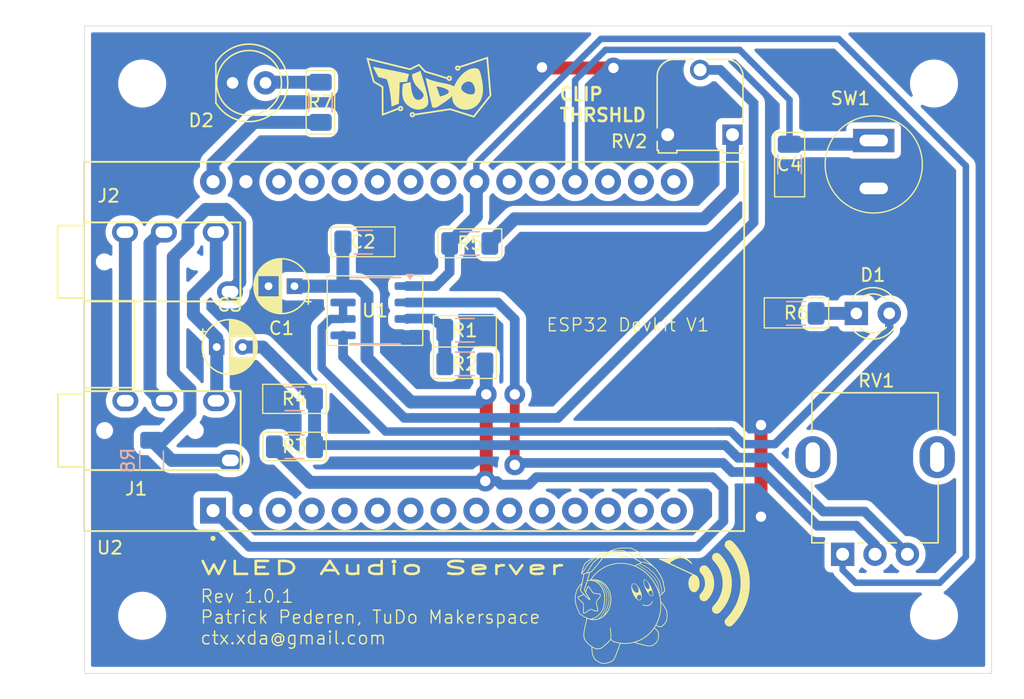
<source format=kicad_pcb>
(kicad_pcb (version 20241229) (generator "pcbnew") (generator_version "9.0")
  (layers (0 "F.Cu" signal) (2 "B.Cu" signal) (13 "F.Paste" user) (15 "B.Paste" user) (5 "F.SilkS" user "F.Silkscreen") (7 "B.SilkS" user "B.Silkscreen") (1 "F.Mask" user) (3 "B.Mask" user) (25 "Edge.Cuts" user))
  (net 0 "")
  (net 1 "GND")
  (net 2 "5V")
  (net 3 "Net-(D1-A)")
  (net 4 "/Biased at 1.65v")
  (net 5 "Net-(C3-Pad1)")
  (net 6 "Net-(U2-D34)")
  (net 7 "Net-(D1-K)")
  (net 8 "Net-(J1-PadR2)")
  (net 9 "Net-(J1-PadR1)")
  (net 10 "Net-(R5-Pad2)")
  (net 11 "Net-(U1A--)")
  (net 12 "Net-(U1B-+)")
  (net 31 "3V3")
  (net 32 "/1.32V ")
  (net 33 "AUDIO")
  (net 38 "Net-(D2-A)")
  (net 41 "Net-(J1-PadS)")
  (footprint "7mmPB:SW_Push_ThroughHole_2Pin_7mm" (layer "F.Cu") (at 151.4 105.7)
    (property "Reference" "SW1")
    (property "Value" "SW_Push" (hide yes))
  )
  (footprint "ESP32_Devkit_V1:TRRS-PJ-320A" (layer "F.Cu") (at 90.425 113.225 90)
    (property "Reference" "J2")
    (property "Value" "AudioJack4")
  )
  (footprint "benjiaomodular:Potentiometer_RV09" (layer "F.Cu") (at 149 135.8 90)
    (property "Reference" "RV1")
    (property "Value" "10k - 100k")
  )
  (footprint "MountingHole:MountingHole_3.2mm_M3" (layer "F.Cu") (at 94.95 140.55)
    (property "Reference" "H4" (hide yes))
    (property "Value" "MountingHole")
  )
  (footprint "MountingHole:MountingHole_3.2mm_M3" (layer "F.Cu") (at 156.05 140.55)
    (property "Reference" "H1" (hide yes))
    (property "Value" "MountingHole")
  )
  (footprint "ESP32_Devkit_V1:TRRS-PJ-320A" (layer "F.Cu") (at 90.45 126.25 90)
    (property "Reference" "J1")
    (property "Value" "AudioJack4")
  )
  (footprint "ESP32_Devkit_V1:MODULE_ESP32_DEVKIT_V1" (layer "F.Cu") (at 115.93 119.7275 90)
    (property "Reference" "U2")
    (property "Value" "ESP32-DEVKIT-V1")
  )
  (footprint "LED_THT:LED_D3.0mm" (layer "F.Cu") (at 150.06 117.2)
    (property "Reference" "D1")
    (property "Value" "CLIPPING LED")
  )
  (footprint "MountingHole:MountingHole_3.2mm_M3" (layer "F.Cu") (at 156.05 99.45)
    (property "Reference" "H3" (hide yes))
    (property "Value" "MountingHole")
  )
  (footprint "LED_THT:LED_D5.0mm" (layer "F.Cu") (at 101.925 99.4)
    (property "Reference" "D2")
    (property "Value" "LED")
  )
  (footprint "Capacitor_THT:CP_Radial_D4.0mm_P2.00mm" (layer "F.Cu") (at 106.7 115.1 180)
    (property "Reference" "C1")
    (property "Value" "1u")
  )
  (footprint "MountingHole:MountingHole_3.2mm_M3" (layer "F.Cu") (at 94.95 99.45)
    (property "Reference" "H2" (hide yes))
    (property "Value" "MountingHole")
  )
  (footprint "Capacitor_THT:CP_Radial_D4.0mm_P2.00mm" (layer "F.Cu") (at 100.7 119.8)
    (property "Reference" "C3")
    (property "Value" "1u")
  )
  (footprint "Potentiometer_THT:Potentiometer_Runtron_RM-065_Vertical" (layer "F.Cu") (at 140.5 103.4 180)
    (property "Reference" "RV2")
    (property "Value" "10k")
  )
  (footprint "Resistor_SMD:R_1206_3216Metric_Pad1.30x1.75mm_HandSolder" (layer "B.Cu") (at 106.7 127.5)
    (property "Reference" "R3")
    (property "Value" "100k")
  )
  (footprint "Capacitor_SMD:C_1206_3216Metric_Pad1.33x1.80mm_HandSolder" (layer "B.Cu") (at 112 111.7 180)
    (property "Reference" "C2")
    (property "Value" "100n")
  )
  (footprint "Capacitor_SMD:C_1206_3216Metric_Pad1.33x1.80mm_HandSolder" (layer "B.Cu") (at 144.9 105.7 -90)
    (property "Reference" "C4")
    (property "Value" "100n")
  )
  (footprint "Package_SO:SOIC-8_3.9x4.9mm_P1.27mm" (layer "B.Cu") (at 112.925 116.995 180)
    (property "Reference" "U1")
    (property "Value" "LMV358")
  )
  (footprint "Resistor_SMD:R_1206_3216Metric_Pad1.30x1.75mm_HandSolder" (layer "B.Cu") (at 95.675 128.55 -90)
    (property "Reference" "R8")
    (property "Value" "10")
  )
  (footprint "Resistor_SMD:R_1206_3216Metric_Pad1.30x1.75mm_HandSolder" (layer "B.Cu") (at 119.85 118.5)
    (property "Reference" "R2")
    (property "Value" "100k")
  )
  (footprint "Resistor_SMD:R_1206_3216Metric_Pad1.30x1.75mm_HandSolder" (layer "B.Cu") (at 120.225 111.8)
    (property "Reference" "R5")
    (property "Value" "4k7")
  )
  (footprint "Resistor_SMD:R_1206_3216Metric_Pad1.30x1.75mm_HandSolder" (layer "B.Cu") (at 106.7 123.8 180)
    (property "Reference" "R4")
    (property "Value" "100k")
  )
  (footprint "Resistor_SMD:R_1206_3216Metric_Pad1.30x1.75mm_HandSolder" (layer "B.Cu") (at 108.7 100.9 -90)
    (property "Reference" "R7")
    (property "Value" "1k")
  )
  (footprint "Resistor_SMD:R_1206_3216Metric_Pad1.30x1.75mm_HandSolder" (layer "B.Cu") (at 119.85 121.1 180)
    (property "Reference" "R1")
    (property "Value" "100k")
  )
  (footprint "Resistor_SMD:R_1206_3216Metric_Pad1.30x1.75mm_HandSolder" (layer "B.Cu") (at 145.4 117.2 180)
    (property "Reference" "R6")
    (property "Value" "33")
  )
  (gr_poly (pts (xy 114.173145 98.426534) (xy 115.136249 98.625013) (xy 115.44509 98.698936) (xy 115.526809 98.724455) (xy 115.545802 98.733714) (xy 115.548813 98.740396) (xy 115.543375 98.747025) (xy 115.537744 98.756129) (xy 115.526 98.781058) (xy 115.513771 98.813772) (xy 115.50125 98.852865) (xy 115.476096 98.944546) (xy 115.452074 99.044832) (xy 115.430719 99.142452) (xy 115.413565 99.226134) (xy 115.398 99.306604) (xy 114.813271 99.36349) (xy 114.816144 99.493722) (xy 114.812196 99.707841) (xy 114.791774 100.262908) (xy 114.756386 101.006552) (xy 114.188854 101.232771) (xy 114.165856 100.932142) (xy 114.139932 100.659504) (xy 114.11169 100.41367) (xy 114.081739 100.193455) (xy 114.050688 99.997672) (xy 114.019144 99.825136) (xy 113.957013 99.54506) (xy 113.900216 99.343739) (xy 113.853619 99.211685) (xy 113.8105 99.117427) (xy 113.170209 98.948094) (xy 112.754813 98.154344)) (stroke (width -0.000001)) (fill yes) (layer "F.SilkS"))
  (gr_line (start 122.275 119.8) (end 117.425 119.8) (stroke (width 0.1)) (layer "F.SilkS"))
  (gr_poly (pts (xy 137.961089 138.086589) (xy 137.960474 138.117181) (xy 137.95931 138.142947) (xy 137.957618 138.161939) (xy 137.956579 138.168285) (xy 137.955417 138.172207) (xy 137.955222 138.172664) (xy 137.955047 138.173151) (xy 137.954891 138.173664) (xy 137.954755 138.174198) (xy 137.95464 138.174749) (xy 137.954545 138.175313) (xy 137.954471 138.175885) (xy 137.954419 138.17646) (xy 137.954389 138.177036) (xy 137.954381 138.177606) (xy 137.954395 138.178167) (xy 137.954432 138.178715) (xy 137.954493 138.179244) (xy 137.954577 138.179751) (xy 137.954685 138.180232) (xy 137.954817 138.180681) (xy 137.955124 138.183203) (xy 137.955008 138.187424) (xy 137.9545 138.193179) (xy 137.953632 138.200301) (xy 137.950937 138.217987) (xy 137.947173 138.239156) (xy 137.942586 138.262482) (xy 137.937427 138.286643) (xy 137.931943 138.310311) (xy 137.926382 138.332162) (xy 137.921993 138.348101) (xy 137.917792 138.362489) (xy 137.913599 138.375835) (xy 137.909233 138.388648) (xy 137.904512 138.401436) (xy 137.899258 138.414708) (xy 137.893288 138.428971) (xy 137.886423 138.444734) (xy 137.876217 138.467508) (xy 137.866669 138.488137) (xy 137.858863 138.504359) (xy 137.855951 138.51011) (xy 137.853882 138.513911) (xy 137.8539 138.513959) (xy 137.85178 138.517393) (xy 137.84872 138.522089) (xy 137.844864 138.527837) (xy 137.840357 138.534428) (xy 137.82997 138.549303) (xy 137.818715 138.565039) (xy 137.808408 138.578886) (xy 137.797991 138.592103) (xy 137.787457 138.604696) (xy 137.776797 138.616673) (xy 137.766004 138.628039) (xy 137.755069 138.638801) (xy 137.743984 138.648966) (xy 137.732742 138.65854) (xy 137.721335 138.667529) (xy 137.709755 138.67594) (xy 137.697993 138.68378) (xy 137.686043 138.691055) (xy 137.673896 138.697771) (xy 137.661543 138.703936) (xy 137.648978 138.709555) (xy 137.636192 138.714635) (xy 137.623834 138.718996) (xy 137.611681 138.722771) (xy 137.599686 138.725958) (xy 137.587801 138.728558) (xy 137.575979 138.730569) (xy 137.564172 138.731993) (xy 137.552333 138.732828) (xy 137.540414 138.733075) (xy 137.528367 138.732732) (xy 137.516145 138.731801) (xy 137.503701 138.730281) (xy 137.490986 138.728171) (xy 137.477954 138.725472) (xy 137.464556 138.722183) (xy 137.450745 138.718304) (xy 137.436474 138.713834) (xy 137.427159 138.710696) (xy 137.419101 138.707752) (xy 137.415416 138.706288) (xy 137.411892 138.704796) (xy 137.408476 138.703249) (xy 137.405119 138.701622) (xy 137.401767 138.69989) (xy 137.398371 138.698026) (xy 137.394878 138.696004) (xy 137.391237 138.6938) (xy 137.383306 138.68874) (xy 137.374167 138.682639) (xy 137.362069 138.674332) (xy 137.350651 138.666254) (xy 137.340078 138.658534) (xy 137.330518 138.651301) (xy 137.322137 138.644683) (xy 137.315101 138.63881) (xy 137.309578 138.633809) (xy 137.307435 138.631676) (xy 137.305733 138.62981) (xy 137.304396 138.628294) (xy 137.302451 138.626157) (xy 137.297104 138.620416) (xy 137.290432 138.613373) (xy 137.283174 138.605814) (xy 137.279565 138.602033) (xy 137.2761 138.598309) (xy 137.27286 138.594736) (xy 137.26993 138.591411) (xy 137.267391 138.588429) (xy 137.265327 138.585886) (xy 137.26382 138.583878) (xy 137.263302 138.583104) (xy 137.262955 138.5825) (xy 137.262641 138.581918) (xy 137.262223 138.58121) (xy 137.261102 138.579455) (xy 137.259646 138.577313) (xy 137.257911 138.574862) (xy 137.255954 138.572179) (xy 137.253829 138.569343) (xy 137.251594 138.566431) (xy 137.249304 138.563521) (xy 137.245597 138.558786) (xy 137.242112 138.554123) (xy 137.238611 138.549165) (xy 137.234855 138.543545) (xy 137.230604 138.536899) (xy 137.22562 138.52886) (xy 137.219664 138.519061) (xy 137.212497 138.507137) (xy 137.207413 138.498347) (xy 137.202216 138.488783) (xy 137.19163 138.467686) (xy 137.181024 138.444549) (xy 137.170683 138.420075) (xy 137.160892 138.394967) (xy 137.151938 138.369929) (xy 137.144106 138.345664) (xy 137.137681 138.322875) (xy 137.133515 138.306821) (xy 137.130421 138.295135) (xy 137.129249 138.290499) (xy 137.127765 138.284221) (xy 137.126159 138.277121) (xy 137.124621 138.270025) (xy 137.121702 138.256455) (xy 137.120454 138.25086) (xy 137.119571 138.247061) (xy 137.116706 138.233878) (xy 137.11404 138.218776) (xy 137.109356 138.183873) (xy 137.105624 138.144458) (xy 137.102948 138.102639) (xy 137.101434 138.060521) (xy 137.101188 138.020212) (xy 137.102313 137.983819) (xy 137.103424 137.967749) (xy 137.104916 137.953448) (xy 137.105942 137.944602) (xy 137.106744 137.936215) (xy 137.107036 137.93249) (xy 137.107242 137.929233) (xy 137.107352 137.926565) (xy 137.107356 137.924603) (xy 137.107421 137.920912) (xy 137.107789 137.91606) (xy 137.109356 137.903309) (xy 137.111894 137.887214) (xy 137.11524 137.868639) (xy 137.119231 137.84845) (xy 137.123706 137.82751) (xy 137.128501 137.806684) (xy 137.133455 137.786837) (xy 137.13754 137.771594) (xy 137.14153 137.757674) (xy 137.14562 137.744524) (xy 137.150005 137.731591) (xy 137.15488 137.718323) (xy 137.160441 137.704167) (xy 137.166883 137.688569) (xy 137.1744 137.670977) (xy 137.182844 137.651591) (xy 137.189914 137.635814) (xy 137.196123 137.622689) (xy 137.201984 137.611262) (xy 137.20801 137.600578) (xy 137.214716 137.589682) (xy 137.222613 137.577619) (xy 137.232216 137.563435) (xy 137.242519 137.548757) (xy 137.252961 137.534697) (xy 137.263537 137.521259) (xy 137.274247 137.508443) (xy 137.285086 137.496252) (xy 137.296053 137.484689) (xy 137.307145 137.473756) (xy 137.318359 137.463455) (xy 137.329693 137.453789) (xy 137.341144 137.444759) (xy 137.35271 137.436369) (xy 137.364388 137.428619) (xy 137.376175 137.421513) (xy 137.38807 137.415053) (xy 137.400068 137.409241) (xy 137.412169 137.404079) (xy 137.428442 137.397602) (xy 136.116086 136.786567) (xy 134.803728 136.175532) (xy 134.805248 136.16765) (xy 134.805936 136.164752) (xy 134.806921 136.161594) (xy 134.808164 136.158235) (xy 134.80963 136.154738) (xy 134.811282 136.151164) (xy 134.813083 136.147572) (xy 134.814996 136.144026) (xy 134.816986 136.140585) (xy 134.819014 136.137311) (xy 134.821045 136.134265) (xy 134.823042 136.131508) (xy 134.824969 136.129101) (xy 134.826788 136.127105) (xy 134.828464 136.125582) (xy 134.829236 136.125017) (xy 134.829959 136.124592) (xy 134.830627 136.124317) (xy 134.831236 136.124197) (xy 134.832934 136.124128) (xy 134.835546 136.124077) (xy 134.842992 136.124032) (xy 134.852528 136.12406) (xy 134.863111 136.124161) (xy 134.889532 136.124404) (xy 134.91644 136.124512) (xy 134.92714 136.12457) (xy 134.936131 136.124723) (xy 134.942469 136.124947) (xy 134.944347 136.12508) (xy 134.945207 136.125222) (xy 134.950057 136.125529) (xy 134.962217 136.125903) (xy 135.000891 136.126715) (xy 135.046073 136.127391) (xy 135.082608 136.127661) (xy 135.125015 136.127844) (xy 135.181525 136.128531) (xy 135.239296 136.129221) (xy 135.278523 136.129491) (xy 135.332646 136.129541) (xy 135.382506 136.128967) (xy 135.424982 136.127825) (xy 135.45695 136.126173) (xy 135.495727 136.123386) (xy 135.509611 136.121888) (xy 135.529071 136.119074) (xy 135.552336 136.115267) (xy 135.577637 136.110792) (xy 135.6032 136.105972) (xy 135.627256 136.101131) (xy 135.648034 136.096591) (xy 135.663762 136.092678) (xy 135.675769 136.089711) (xy 135.695721 136.08506) (xy 135.717283 136.080181) (xy 135.73412 136.076527) (xy 135.740777 136.0751) (xy 135.748594 136.073344) (xy 135.756598 136.071483) (xy 135.763817 136.069739) (xy 135.778463 136.066194) (xy 135.79154 136.063163) (xy 135.811423 136.05856) (xy 135.842427 136.05125) (xy 135.875605 136.043519) (xy 135.900711 136.037905) (xy 135.908792 136.036127) (xy 135.916486 136.03432) (xy 135.922921 136.032695) (xy 135.925396 136.032016) (xy 135.927229 136.031463) (xy 135.928959 136.030941) (xy 135.931134 136.030355) (xy 135.933668 136.029724) (xy 135.936473 136.029067) (xy 135.93946 136.028406) (xy 135.942543 136.027758) (xy 135.945632 136.027146) (xy 135.948642 136.026587) (xy 135.951991 136.025957) (xy 135.956053 136.025135) (xy 135.965694 136.023052) (xy 135.976319 136.020618) (xy 135.98668 136.018112) (xy 135.997646 136.015431) (xy 136.00992 136.012515) (xy 136.022001 136.009717) (xy 136.032388 136.00739) (xy 136.0723 135.998481) (xy 136.135106 135.984206) (xy 136.150187 135.980926) (xy 136.174658 135.975724) (xy 136.200381 135.970209) (xy 136.218461 135.966168) (xy 136.238557 135.961513) (xy 136.25584 135.957809) (xy 136.271455 135.954907) (xy 136.286541 135.95266) (xy 136.302243 135.950921) (xy 136.3197 135.94954) (xy 136.340056 135.948371) (xy 136.364453 135.947265) (xy 136.397944 135.94579) (xy 136.416173 135.944855) (xy 136.427627 135.944773) (xy 136.445943 135.94548) (xy 136.468657 135.946791) (xy 136.493304 135.948519) (xy 136.517421 135.950477) (xy 136.538544 135.95248) (xy 136.554208 135.95434) (xy 136.559223 135.955159) (xy 136.561949 135.955873) (xy 136.562568 135.95611) (xy 136.563371 135.95636) (xy 136.564344 135.95662) (xy 136.565476 135.956888) (xy 136.568163 135.957441) (xy 136.571331 135.958001) (xy 136.574876 135.95855) (xy 136.578699 135.959074) (xy 136.582697 135.959553) (xy 136.586767 135.959972) (xy 136.590977 135.960508) (xy 136.596422 135.961424) (xy 136.610487 135.964266) (xy 136.627894 135.968228) (xy 136.647574 135.973041) (xy 136.66846 135.978438) (xy 136.689483 135.984148) (xy 136.709575 135.989904) (xy 136.727669 135.995435) (xy 136.7412 136.00044) (xy 136.760404 136.008463) (xy 136.783453 136.018653) (xy 136.80852 136.030157) (xy 136.833778 136.042121) (xy 136.857398 136.053693) (xy 136.877553 136.064021) (xy 136.892416 136.072252) (xy 136.909159 136.082431) (xy 136.929295 136.095012) (xy 136.973497 136.123318) (xy 137.012522 136.149053) (xy 137.026185 136.15842) (xy 137.033867 136.164099) (xy 137.036519 136.166266) (xy 137.040095 136.169098) (xy 137.049391 136.176279) (xy 137.060497 136.184681) (xy 137.072154 136.193343) (xy 137.084791 136.202857) (xy 137.099637 136.214377) (xy 137.132476 136.24061) (xy 137.163711 136.266396) (xy 137.176553 136.277357) (xy 137.186384 136.286088) (xy 137.215044 136.312561) (xy 137.239165 136.335244) (xy 137.259607 136.355022) (xy 137.277225 136.372782) (xy 137.292879 136.38941) (xy 137.307424 136.405791) (xy 137.321718 136.422812) (xy 137.336619 136.44136) (xy 137.34419 136.451116) (xy 137.350833 136.460071) (xy 137.35665 136.468385) (xy 137.36174 136.476219) (xy 137.364043 136.480006) (xy 137.366201 136.483732) (xy 137.368228 136.487419) (xy 137.370135 136.491085) (xy 137.371936 136.494751) (xy 137.373641 136.498438) (xy 137.376819 136.50595) (xy 137.380173 136.514515) (xy 137.381522 136.51813) (xy 137.382658 136.521359) (xy 137.383589 136.524248) (xy 137.384319 136.526842) (xy 137.384854 136.529188) (xy 137.385199 136.531329) (xy 137.385361 136.533311) (xy 137.385344 136.53518) (xy 137.385154 136.536981) (xy 137.384797 136.538759) (xy 137.384278 136.54056) (xy 137.383604 136.542428) (xy 137.382778 136.544409) (xy 137.381808 136.546548) (xy 137.380754 136.548685) (xy 137.379646 136.550679) (xy 137.378485 136.552531) (xy 137.37727 136.554241) (xy 137.376 136.555809) (xy 137.374676 136.557234) (xy 137.373296 136.558518) (xy 137.371861 136.559659) (xy 137.370371 136.560658) (xy 137.368824 136.561515) (xy 137.36722 136.562229) (xy 137.36556 136.562802) (xy 137.363842 136.563232) (xy 137.362067 136.56352) (xy 137.360233 136.563665) (xy 137.358341 136.563669) (xy 137.356391 136.56353) (xy 137.354381 136.563248) (xy 137.352312 136.562825) (xy 137.350183 136.562259) (xy 137.347994 136.56155) (xy 137.345744 136.5607) (xy 137.343433 136.559707) (xy 137.341061 136.558571) (xy 137.338628 136.557293) (xy 137.336132 136.555873) (xy 137.333574 136.55431) (xy 137.330953 136.552605) (xy 137.328269 136.550758) (xy 137.325522 136.548768) (xy 137.32271 136.546635) (xy 137.319835 136.54436) (xy 137.317179 136.542148) (xy 137.31453 136.539816) (xy 137.311959 136.537435) (xy 137.309536 136.535074) (xy 137.30733 136.532804) (xy 137.305413 136.530694) (xy 137.304584 136.529722) (xy 137.303854 136.528815) (xy 137.303231 136.527985) (xy 137.302724 136.527238) (xy 137.301563 136.525578) (xy 137.299903 136.523474) (xy 137.297709 136.520894) (xy 137.29495 136.517804) (xy 137.291594 136.514171) (xy 137.287609 136.509963) (xy 137.27762 136.49969) (xy 137.264725 136.486722) (xy 137.248667 136.470799) (xy 137.229187 136.451656) (xy 137.206027 136.429034) (xy 137.190701 136.414643) (xy 137.173696 136.399679) (xy 137.155155 136.384238) (xy 137.135224 136.368418) (xy 137.114048 136.352315) (xy 137.091771 136.336026) (xy 137.068538 136.319648) (xy 137.044493 136.303278) (xy 136.994547 136.270948) (xy 136.943092 136.239811) (xy 136.91716 136.224932) (xy 136.891284 136.210642) (xy 136.86561 136.197038) (xy 136.840281 136.184216) (xy 136.808249 136.168749) (xy 136.779063 136.155324) (xy 136.766161 136.149655) (xy 136.754721 136.144829) (xy 136.744991 136.140958) (xy 136.737222 136.138151) (xy 136.722139 136.133528) (xy 136.703088 136.128258) (xy 136.681811 136.122754) (xy 136.66005 136.117432) (xy 136.639546 136.112705) (xy 136.62204 136.108987) (xy 136.609275 136.106693) (xy 136.605214 136.106209) (xy 136.602991 136.106237) (xy 136.602437 136.106326) (xy 136.601659 136.106378) (xy 136.600671 136.106396) (xy 136.599488 136.106381) (xy 136.596591 136.106253) (xy 136.593082 136.106006) (xy 136.589075 136.105647) (xy 136.584683 136.105187) (xy 136.580021 136.104635) (xy 136.575203 136.103999) (xy 136.563042 136.102866) (xy 136.546624 136.102131) (xy 136.527156 136.101782) (xy 136.505843 136.101808) (xy 136.48389 136.102197) (xy 136.462502 136.102939) (xy 136.442885 136.104021) (xy 136.426243 136.105431) (xy 136.409594 136.107446) (xy 136.391315 136.110071) (xy 136.372312 136.113137) (xy 136.353488 136.116477) (xy 136.335749 136.119923) (xy 136.319998 136.123306) (xy 136.307141 136.12646) (xy 136.29808 136.129217) (xy 136.294841 136.130197) (xy 136.287641 136.132273) (xy 136.265657 136.138482) (xy 136.243351 136.145201) (xy 136.218139 136.153612) (xy 136.191062 136.163309) (xy 136.163167 136.173885) (xy 136.135494 136.184934) (xy 136.10909 136.19605) (xy 136.084996 136.206827) (xy 136.064256 136.216859) (xy 136.057552 136.220236) (xy 136.050198 136.223889) (xy 136.043084 136.227378) (xy 136.037099 136.230262) (xy 136.030168 136.233746) (xy 136.01963 136.239273) (xy 135.992468 136.253881) (xy 135.965077 136.268938) (xy 135.946925 136.279295) (xy 135.871207 136.325453) (xy 135.844557 136.342008) (xy 135.823635 136.355347) (xy 135.807133 136.366322) (xy 135.793742 136.37578) (xy 135.782154 136.384574) (xy 135.77106 136.393552) (xy 135.766494 136.397459) (xy 135.761753 136.401746) (xy 135.756876 136.406366) (xy 135.751904 136.411272) (xy 135.74688 136.416417) (xy 135.741843 136.421754) (xy 135.736835 136.427236) (xy 135.731896 136.432816) (xy 135.727069 136.438447) (xy 135.722393 136.444081) (xy 135.717909 136.449673) (xy 135.713659 136.455174) (xy 135.709684 136.460538) (xy 135.706025 136.465717) (xy 135.702722 136.470665) (xy 135.699817 136.475334) (xy 135.688746 136.4939) (xy 136.687909 136.959139) (xy 137.437571 137.309163) (xy 137.705652 137.436796) (xy 137.716019 137.444079) (xy 137.726519 137.45214) (xy 137.737104 137.460923) (xy 137.747726 137.470374) (xy 137.758336 137.480436) (xy 137.768886 137.491055) (xy 137.779328 137.502173) (xy 137.789614 137.513736) (xy 137.799695 137.525688) (xy 137.809523 137.537973) (xy 137.819051 137.550536) (xy 137.82823 137.56332) (xy 137.837011 137.576271) (xy 137.845347 137.589333) (xy 137.85319 137.602449) (xy 137.86049 137.615565) (xy 137.866637 137.627382) (xy 137.872713 137.63973) (xy 137.884579 137.665817) (xy 137.895945 137.693426) (xy 137.906669 137.722156) (xy 137.91661 137.751606) (xy 137.925625 137.781377) (xy 137.933571 137.811066) (xy 137.940306 137.840275) (xy 137.942594 137.851969) (xy 137.945161 137.866486) (xy 137.950507 137.899848) (xy 137.95509 137.93208) (xy 137.956704 137.945185) (xy 137.957657 137.954901) (xy 137.959439 137.985325) (xy 137.960592 138.018713) (xy 137.961135 138.053116)) (stroke (width -0.000001)) (fill yes) (layer "F.SilkS"))
  (gr_poly (pts (xy 134.326027 139.412567) (xy 134.327305 139.412668) (xy 134.328569 139.412867) (xy 134.329818 139.413161) (xy 134.331048 139.413548) (xy 134.332256 139.414027) (xy 134.33344 139.414594) (xy 134.334596 139.415249) (xy 134.335723 139.415988) (xy 134.336816 139.416811) (xy 134.337874 139.417715) (xy 134.338893 139.418699) (xy 134.33987 139.419759) (xy 134.340803 139.420895) (xy 134.34169 139.422103) (xy 134.342526 139.423384) (xy 134.343309 139.424733) (xy 134.344037 139.426149) (xy 134.344707 139.427631) (xy 134.345315 139.429176) (xy 134.345859 139.430782) (xy 134.346336 139.432448) (xy 134.346744 139.43417) (xy 134.347078 139.435948) (xy 134.347338 139.437779) (xy 134.347558 139.442402) (xy 134.34721 139.447623) (xy 134.346315 139.453397) (xy 134.344891 139.459679) (xy 134.342959 139.466424) (xy 134.340539 139.473588) (xy 134.33765 139.481124) (xy 134.334313 139.488989) (xy 134.330547 139.497137) (xy 134.326373 139.505524) (xy 134.32181 139.514105) (xy 134.316879 139.522834) (xy 134.311599 139.531667) (xy 134.30599 139.540558) (xy 134.300071 139.549464) (xy 134.293864 139.558338) (xy 134.283717 139.572215) (xy 134.273212 139.586076) (xy 134.262423 139.59984) (xy 134.251427 139.613428) (xy 134.240296 139.626759) (xy 134.229107 139.639754) (xy 134.217933 139.652332) (xy 134.20685 139.664413) (xy 134.195931 139.675917) (xy 134.185253 139.686765) (xy 134.174888 139.696875) (xy 134.164913 139.706168) (xy 134.155401 139.714565) (xy 134.146428 139.721984) (xy 134.138068 139.728346) (xy 134.130396 139.73357) (xy 134.124127 139.737192) (xy 134.116369 139.741092) (xy 134.107301 139.745211) (xy 134.097103 139.749491) (xy 134.07403 139.758297) (xy 134.048584 139.767042) (xy 134.022198 139.775256) (xy 133.996305 139.78247) (xy 133.972339 139.788216) (xy 133.961526 139.790392) (xy 133.951732 139.792024) (xy 133.951732 139.79202) (xy 133.943627 139.792877) (xy 133.932674 139.793577) (xy 133.919356 139.794108) (xy 133.904155 139.794461) (xy 133.870032 139.794598) (xy 133.852075 139.794362) (xy 133.834163 139.79391) (xy 133.811504 139.792969) (xy 133.789834 139.791607) (xy 133.769131 139.789818) (xy 133.749376 139.787597) (xy 133.730548 139.784938) (xy 133.712629 139.781836) (xy 133.695596 139.778286) (xy 133.679432 139.774282) (xy 133.664115 139.769819) (xy 133.649625 139.764892) (xy 133.635942 139.759495) (xy 133.623047 139.753622) (xy 133.610919 139.747269) (xy 133.599538 139.740429) (xy 133.588884 139.733099) (xy 133.578937 139.725271) (xy 133.575346 139.722135) (xy 133.572175 139.719118) (xy 133.570746 139.717649) (xy 133.569422 139.716204) (xy 133.568201 139.714782) (xy 133.567084 139.713381) (xy 133.566069 139.711998) (xy 133.565158 139.710633) (xy 133.564348 139.709283) (xy 133.563641 139.707947) (xy 133.563036 139.706622) (xy 133.562531 139.705308) (xy 133.562128 139.704002) (xy 133.561826 139.702703) (xy 133.561623 139.701408) (xy 133.561521 139.700117) (xy 133.561518 139.698827) (xy 133.561614 139.697536) (xy 133.56181 139.696243) (xy 133.562104 139.694946) (xy 133.562496 139.693644) (xy 133.562986 139.692333) (xy 133.563573 139.691014) (xy 133.564258 139.689683) (xy 133.565039 139.68834) (xy 133.565917 139.686982) (xy 133.566891 139.685608) (xy 133.567961 139.684215) (xy 133.569127 139.682803) (xy 133.570387 139.681369) (xy 133.572766 139.678844) (xy 133.575045 139.67669) (xy 133.577286 139.674916) (xy 133.579553 139.673532) (xy 133.580715 139.67299) (xy 133.581907 139.672549) (xy 133.583137 139.672211) (xy 133.584412 139.671976) (xy 133.585741 139.671846) (xy 133.58713 139.671822) (xy 133.588589 139.671906) (xy 133.590124 139.672099) (xy 133.593457 139.672814) (xy 133.597191 139.673979) (xy 133.601389 139.675603) (xy 133.606113 139.677696) (xy 133.611427 139.680268) (xy 133.617393 139.683329) (xy 133.631531 139.690955) (xy 133.643057 139.697076) (xy 133.654426 139.702658) (xy 133.665743 139.707724) (xy 133.677117 139.712292) (xy 133.688653 139.716386) (xy 133.70046 139.720025) (xy 133.712643 139.723231) (xy 133.72531 139.726025) (xy 133.738568 139.728428) (xy 133.752523 139.730461) (xy 133.767283 139.732145) (xy 133.782954 139.733502) (xy 133.799644 139.734551) (xy 133.817459 139.735315) (xy 133.856892 139.73607) (xy 133.887954 139.73623) (xy 133.912449 139.7361) (xy 133.922692 139.735878) (xy 133.931842 139.735524) (xy 133.940082 139.735021) (xy 133.947594 139.734348) (xy 133.954563 139.733486) (xy 133.96117 139.732415) (xy 133.967598 139.731117) (xy 133.974031 139.729572) (xy 133.980652 139.72776) (xy 133.987642 139.725662) (xy 134.003465 139.720531) (xy 134.013923 139.716962) (xy 134.024924 139.713046) (xy 134.036139 139.708909) (xy 134.047237 139.704678) (xy 134.05789 139.700482) (xy 134.067766 139.696448) (xy 134.076536 139.692703) (xy 134.083871 139.689375) (xy 134.094759 139.683478) (xy 134.106678 139.675663) (xy 134.119444 139.66613) (xy 134.132874 139.655079) (xy 134.146783 139.642711) (xy 134.160987 139.629226) (xy 134.175303 139.614825) (xy 134.189547 139.599706) (xy 134.203535 139.584072) (xy 134.217083 139.568121) (xy 134.230007 139.552055) (xy 134.242124 139.536073) (xy 134.25325 139.520376) (xy 134.2632 139.505164) (xy 134.271792 139.490637) (xy 134.27884 139.476996) (xy 134.2873 139.459162) (xy 134.290779 139.451896) (xy 134.293826 139.445615) (xy 134.296494 139.440232) (xy 134.298835 139.435661) (xy 134.299899 139.433652) (xy 134.3009 139.431814) (xy 134.301846 139.430135) (xy 134.302742 139.428605) (xy 134.303595 139.427212) (xy 134.304412 139.425947) (xy 134.3052 139.424798) (xy 134.305963 139.423754) (xy 134.30671 139.422804) (xy 134.307447 139.421938) (xy 134.30818 139.421144) (xy 134.308915 139.420413) (xy 134.309659 139.419733) (xy 134.310419 139.419092) (xy 134.311201 139.418482) (xy 134.312012 139.417889) (xy 134.313745 139.416717) (xy 134.315671 139.415489) (xy 134.316952 139.414741) (xy 134.318242 139.414108) (xy 134.31954 139.413585) (xy 134.320841 139.413171) (xy 134.322143 139.412864) (xy 134.323443 139.412663) (xy 134.324739 139.412564)) (stroke (width -0.000001)) (fill yes) (layer "F.SilkS"))
  (gr_rect (start 109.225 114.3) (end 116.6 119.675) (stroke (width 0.1)) (fill no) (layer "F.SilkS"))
  (gr_poly (pts (xy 120.714756 98.278874) (xy 120.762343 98.289042) (xy 120.806042 98.302428) (xy 120.846254 98.320371) (xy 120.883376 98.344214) (xy 120.900904 98.358766) (xy 120.917809 98.375296) (xy 120.934141 98.393971) (xy 120.949951 98.414959) (xy 120.980201 98.464543) (xy 121.00896 98.525391) (xy 121.036626 98.598843) (xy 121.063598 98.686239) (xy 121.090275 98.788921) (xy 121.117057 98.908231) (xy 121.144343 99.045508) (xy 121.172532 99.202094) (xy 121.218166 99.452872) (xy 121.244013 99.687912) (xy 121.251291 99.907416) (xy 121.24122 100.111584) (xy 121.215017 100.300614) (xy 121.173903 100.474708) (xy 121.119096 100.634066) (xy 121.051815 100.778887) (xy 120.973279 100.909371) (xy 120.884706 101.02572) (xy 120.787317 101.128132) (xy 120.682329 101.216808) (xy 120.570961 101.291948) (xy 120.454433 101.353753) (xy 120.333963 101.402421) (xy 120.210771 101.438154) (xy 120.086075 101.461151) (xy 119.961094 101.471612) (xy 119.837047 101.469738) (xy 119.715153 101.455729) (xy 119.596631 101.429784) (xy 119.482699 101.392104) (xy 119.374578 101.342889) (xy 119.273485 101.282339) (xy 119.180639 101.210654) (xy 119.09726 101.128034) (xy 119.024567 101.034679) (xy 118.963778 100.930789) (xy 118.916112 100.816565) (xy 118.882788 100.692206) (xy 118.865025 100.557913) (xy 118.864042 100.413885) (xy 118.828313 100.457818) (xy 118.781171 100.506265) (xy 118.724135 100.558466) (xy 118.658721 100.613666) (xy 118.586448 100.671106) (xy 118.508831 100.730029) (xy 118.34364 100.84929) (xy 118.175286 100.965389) (xy 118.015908 101.072264) (xy 117.772636 101.234093) (xy 117.753091 101.246474) (xy 117.733431 101.257609) (xy 117.713705 101.267553) (xy 117.693961 101.276362) (xy 117.674247 101.284093) (xy 117.654611 101.290802) (xy 117.635101 101.296544) (xy 117.615767 101.301376) (xy 117.596655 101.305353) (xy 117.577814 101.308532) (xy 117.559292 101.310968) (xy 117.541138 101.312717) (xy 117.5234 101.313835) (xy 117.506125 101.314378) (xy 117.47316 101.313965) (xy 117.44263 101.311923) (xy 117.414919 101.308701) (xy 117.390413 101.304747) (xy 117.369498 101.300508) (xy 117.352559 101.296432) (xy 117.339983 101.292966) (xy 117.329459 101.289656) (xy 116.966978 99.674375) (xy 117.658865 99.674375) (xy 117.932708 100.450927) (xy 118.05584 100.417322) (xy 118.164909 100.383765) (xy 118.260472 100.350311) (xy 118.343086 100.317016) (xy 118.413307 100.283934) (xy 118.471693 100.251123) (xy 118.518799 100.218636) (xy 118.555182 100.18653) (xy 118.581399 100.15486) (xy 118.598007 100.123681) (xy 118.605562 100.09305) (xy 118.604621 100.063021) (xy 118.59574 100.033649) (xy 118.579477 100.004992) (xy 118.556387 99.977103) (xy 118.527029 99.950038) (xy 118.491957 99.923853) (xy 118.451729 99.898603) (xy 118.358031 99.851132) (xy 118.250389 99.808067) (xy 118.189328 99.788146) (xy 119.574447 99.788146) (xy 119.576733 99.821197) (xy 119.582952 99.853588) (xy 119.59289 99.885263) (xy 119.606332 99.916167) (xy 119.623064 99.946244) (xy 119.642873 99.97544) (xy 119.665545 100.003698) (xy 119.690864 100.030963) (xy 119.718617 100.05718) (xy 119.748591 100.082293) (xy 119.780569 100.106247) (xy 119.81434 100.128986) (xy 119.886399 100.170597) (xy 119.963054 100.206684) (xy 120.042593 100.236802) (xy 120.123303 100.260508) (xy 120.20347 100.277357) (xy 120.281381 100.286906) (xy 120.318956 100.288805) (xy 120.355324 100.288712) (xy 120.390271 100.286573) (xy 120.423584 100.282331) (xy 120.455049 100.275931) (xy 120.48445 100.267318) (xy 120.511575 100.256436) (xy 120.536208 100.24323) (xy 120.555832 100.22347) (xy 120.573055 100.200573) (xy 120.587909 100.174788) (xy 120.600426 100.146365) (xy 120.610639 100.115553) (xy 120.618581 100.082603) (xy 120.624283 100.047763) (xy 120.627779 100.011285) (xy 120.6291 99.973417) (xy 120.628279 99.934409) (xy 120.625349 99.894512) (xy 120.620342 99.853974) (xy 120.613291 99.813046) (xy 120.604228 99.771977) (xy 120.593185 99.731017) (xy 120.580195 99.690416) (xy 120.56529 99.650423) (xy 120.548504 99.611288) (xy 120.529867 99.573262) (xy 120.509414 99.536593) (xy 120.487175 99.501532) (xy 120.463185 99.468327) (xy 120.437474 99.43723) (xy 120.410076 99.40849) (xy 120.381023 99.382356) (xy 120.350348 99.359078) (xy 120.318083 99.338906) (xy 120.28426 99.322089) (xy 120.248912 99.308878) (xy 120.212071 99.299523) (xy 120.17377 99.294272) (xy 120.134041 99.293375) (xy 120.109413 99.294986) (xy 120.084678 99.297813) (xy 120.059894 99.301823) (xy 120.035117 99.306984) (xy 120.010404 99.313265) (xy 119.985812 99.320632) (xy 119.961397 99.329055) (xy 119.937216 99.338499) (xy 119.913326 99.348934) (xy 119.889783 99.360327) (xy 119.866644 99.372646) (xy 119.843966 99.385858) (xy 119.821805 99.399932) (xy 119.800218 99.414835) (xy 119.779263 99.430535) (xy 119.758994 99.446999) (xy 119.73947 99.464196) (xy 119.720747 99.482094) (xy 119.702881 99.500659) (xy 119.685929 99.51986) (xy 119.669948 99.539665) (xy 119.654995 99.560042) (xy 119.641126 99.580957) (xy 119.628398 99.60238) (xy 119.616867 99.624277) (xy 119.606591 99.646617) (xy 119.597625 99.669367) (xy 119.590028 99.692496) (xy 119.583854 99.71597) (xy 119.579162 99.739758) (xy 119.576008 99.763828) (xy 119.574447 99.788146) (xy 118.189328 99.788146) (xy 118.133254 99.769853) (xy 118.011082 99.736932) (xy 117.888324 99.70975) (xy 117.769434 99.68875) (xy 117.658865 99.674375) (xy 116.966978 99.674375) (xy 116.816167 99.002333) (xy 116.900247 99.043486) (xy 116.984252 99.081724) (xy 117.151663 99.150107) (xy 117.317669 99.208786) (xy 117.481532 99.259062) (xy 117.64252 99.302238) (xy 117.799898 99.339615) (xy 118.100885 99.402185) (xy 118.378617 99.457189) (xy 118.506927 99.48511) (xy 118.62722 99.515046) (xy 118.738761 99.5483) (xy 118.840816 99.586174) (xy 118.888057 99.60725) (xy 118.932652 99.62997) (xy 118.974507 99.654495) (xy 119.013532 99.68099) (xy 119.076911 99.538675) (xy 119.147193 99.400407) (xy 119.223932 99.266852) (xy 119.306682 99.138677) (xy 119.394997 99.016547) (xy 119.488433 98.90113) (xy 119.586542 98.793093) (xy 119.68888 98.693102) (xy 119.795001 98.601823) (xy 119.904459 98.519924) (xy 120.016808 98.44807) (xy 120.073927 98.416119) (xy 120.131603 98.386929) (xy 120.189778 98.360584) (xy 120.248397 98.337167) (xy 120.307405 98.316762) (xy 120.366746 98.299451) (xy 120.426364 98.285319) (xy 120.486203 98.274448) (xy 120.546208 98.266921) (xy 120.606323 98.262823)) (stroke (width -0.000001)) (fill yes) (layer "F.SilkS"))
  (gr_rect (start 142.95 116) (end 147.925 118.325) (stroke (width 0.1)) (fill no) (layer "F.SilkS"))
  (gr_poly (pts (xy 132.899526 138.051875) (xy 132.91489 138.054011) (xy 132.930893 138.057689) (xy 132.947462 138.06286) (xy 132.964526 138.069476) (xy 132.982013 138.077486) (xy 132.999849 138.086842) (xy 133.017963 138.097496) (xy 133.036283 138.109397) (xy 133.054737 138.122496) (xy 133.073252 138.136746) (xy 133.091756 138.152096) (xy 133.110177 138.168498) (xy 133.128444 138.185902) (xy 133.146482 138.20426) (xy 133.164221 138.223522) (xy 133.181589 138.243639) (xy 133.207249 138.275541) (xy 133.232295 138.309072) (xy 133.256664 138.344104) (xy 133.280295 138.380509) (xy 133.303128 138.418157) (xy 133.3251 138.45692) (xy 133.346152 138.496671) (xy 133.36622 138.53728) (xy 133.385245 138.57862) (xy 133.403164 138.62056) (xy 133.419917 138.662975) (xy 133.435441 138.705733) (xy 133.449677 138.748708) (xy 133.462563 138.791771) (xy 133.474037 138.834793) (xy 133.484038 138.877646) (xy 133.48747 138.894999) (xy 133.490582 138.913738) (xy 133.493365 138.933622) (xy 133.495811 138.954411) (xy 133.499654 138.997745) (xy 133.502039 139.041817) (xy 133.502895 139.084705) (xy 133.50215 139.124487) (xy 133.501155 139.142613) (xy 133.499733 139.159241) (xy 133.497875 139.174133) (xy 133.495572 139.187046) (xy 133.492016 139.202293) (xy 133.487985 139.216934) (xy 133.483489 139.230958) (xy 133.478532 139.244356) (xy 133.473123 139.257117) (xy 133.467266 139.269233) (xy 133.460969 139.280693) (xy 133.454238 139.291488) (xy 133.450712 139.296632) (xy 133.44708 139.301607) (xy 133.443343 139.30641) (xy 133.439501 139.31104) (xy 133.435556 139.315497) (xy 133.431508 139.319778) (xy 133.427359 139.323883) (xy 133.423108 139.327811) (xy 133.418757 139.33156) (xy 133.414307 139.335129) (xy 133.409758 139.338517) (xy 133.405111 139.341722) (xy 133.400367 139.344744) (xy 133.395528 139.347581) (xy 133.390592 139.350232) (xy 133.385563 139.352695) (xy 133.385559 139.352695) (xy 133.377219 139.35627) (xy 133.368691 139.359302) (xy 133.35998 139.361792) (xy 133.351092 139.363744) (xy 133.342031 139.365159) (xy 133.332803 139.366039) (xy 133.323413 139.366388) (xy 133.313866 139.366206) (xy 133.304166 139.365496) (xy 133.29432 139.36426) (xy 133.274208 139.36022) (xy 133.253569 139.354104) (xy 133.232446 139.345929) (xy 133.210878 139.335713) (xy 133.188907 139.323473) (xy 133.166573 139.309228) (xy 133.143918 139.292994) (xy 133.120983 139.27479) (xy 133.097808 139.254632) (xy 133.074434 139.232539) (xy 133.050903 139.208529) (xy 133.030358 139.186202) (xy 133.010735 139.163642) (xy 133.000485 139.151138) (xy 133.133608 139.151138) (xy 133.133689 139.15747) (xy 133.133867 139.16322) (xy 133.134155 139.16846) (xy 133.134568 139.173265) (xy 133.13512 139.177706) (xy 133.135825 139.181856) (xy 133.136697 139.185788) (xy 133.13775 139.189575) (xy 133.138999 139.193289) (xy 133.140458 139.197004) (xy 133.142141 139.200791) (xy 133.144063 139.204725) (xy 133.146237 139.208876) (xy 133.148678 139.213319) (xy 133.151809 139.219078) (xy 133.15473 139.22475) (xy 133.157378 139.230191) (xy 133.159688 139.235254) (xy 133.160696 139.237598) (xy 133.161596 139.239793) (xy 133.16238 139.241822) (xy 133.163039 139.243665) (xy 133.163565 139.245304) (xy 133.163951 139.246722) (xy 133.164188 139.247899) (xy 133.164269 139.248819) (xy 133.164364 139.24989) (xy 133.164647 139.25103) (xy 133.165756 139.253501) (xy 133.167565 139.256209) (xy 133.170038 139.259131) (xy 133.173143 139.262241) (xy 133.176846 139.265518) (xy 133.181114 139.268935) (xy 133.185913 139.272471) (xy 133.191209 139.2761) (xy 133.196969 139.2798) (xy 133.203159 139.283546) (xy 133.209746 139.287315) (xy 133.216696 139.291083) (xy 133.223975 139.294825) (xy 133.231551 139.298519) (xy 133.23939 139.302139) (xy 133.239387 139.302116) (xy 133.250879 139.307051) (xy 133.261966 139.311328) (xy 133.27267 139.314947) (xy 133.283013 139.317908) (xy 133.293015 139.320213) (xy 133.302698 139.32186) (xy 133.312085 139.322849) (xy 133.321196 139.323181) (xy 133.330053 139.322856) (xy 133.338677 139.321874) (xy 133.342908 139.321136) (xy 133.34709 139.320234) (xy 133.351224 139.319168) (xy 133.355313 139.317938) (xy 133.363368 139.314984) (xy 133.371277 139.311373) (xy 133.37906 139.307105) (xy 133.38674 139.302181) (xy 133.394696 139.296154) (xy 133.402227 139.28932) (xy 133.409329 139.281685) (xy 133.415999 139.273258) (xy 133.422235 139.264047) (xy 133.428033 139.25406) (xy 133.43339 139.243306) (xy 133.438302 139.231792) (xy 133.442766 139.219526) (xy 133.44678 139.206517) (xy 133.45034 139.192774) (xy 133.453443 139.178303) (xy 133.456086 139.163113) (xy 133.458265 139.147212) (xy 133.459978 139.130609) (xy 133.461221 139.113312) (xy 133.462313 139.093375) (xy 133.46268 139.085158) (xy 133.462897 139.077923) (xy 133.462942 139.071528) (xy 133.462791 139.065833) (xy 133.462422 139.0607) (xy 133.462149 139.058299) (xy 133.461813 139.055986) (xy 133.46141 139.053743) (xy 133.46094 139.051552) (xy 133.460397 139.049396) (xy 133.45978 139.047257) (xy 133.458312 139.042963) (xy 133.456513 139.038527) (xy 133.454359 139.03381) (xy 133.451828 139.028672) (xy 133.445545 139.016571) (xy 133.443524 139.012807) (xy 133.441418 139.009036) (xy 133.439243 139.005284) (xy 133.437016 139.001573) (xy 133.434754 138.997929) (xy 133.432474 138.994376) (xy 133.430194 138.990937) (xy 133.427929 138.987638) (xy 133.425697 138.984502) (xy 133.423515 138.981554) (xy 133.421401 138.978818) (xy 133.41937 138.976318) (xy 133.41744 138.974079) (xy 133.415629 138.972125) (xy 133.413952 138.97048) (xy 133.412428 138.969169) (xy 133.408196 138.966083) (xy 133.403644 138.963232) (xy 133.398776 138.960617) (xy 133.393592 138.958237) (xy 133.388096 138.956093) (xy 133.382289 138.954186) (xy 133.376173 138.952515) (xy 133.36975 138.951082) (xy 133.363023 138.949887) (xy 133.355994 138.94893) (xy 133.348664 138.948212) (xy 133.341037 138.947733) (xy 133.333113 138.947493) (xy 133.324896 138.947493) (xy 133.316387 138.947734) (xy 133.307588 138.948215) (xy 133.297494 138.949082) (xy 133.28767 138.950306) (xy 133.278119 138.951882) (xy 133.268845 138.953808) (xy 133.259851 138.95608) (xy 133.251139 138.958696) (xy 133.242713 138.961651) (xy 133.234575 138.964943) (xy 133.226729 138.968568) (xy 133.219177 138.972523) (xy 133.211923 138.976805) (xy 133.20497 138.981411) (xy 133.19832 138.986336) (xy 133.191977 138.991579) (xy 133.185944 138.997136) (xy 133.180223 139.003002) (xy 133.174819 139.009177) (xy 133.169732 139.015655) (xy 133.164968 139.022434) (xy 133.160528 139.02951) (xy 133.156416 139.03688) (xy 133.152635 139.044542) (xy 133.149187 139.052491) (xy 133.146076 139.060724) (xy 133.143305 139.069239) (xy 133.140877 139.078031) (xy 133.138795 139.087098) (xy 133.137061 139.096436) (xy 133.13568 139.106043) (xy 133.134653 139.115914) (xy 133.133984 139.126047) (xy 133.133676 139.136438) (xy 133.133608 139.151138) (xy 133.000485 139.151138) (xy 132.991888 139.140652) (xy 132.97367 139.117036) (xy 132.955934 139.092596) (xy 132.938532 139.067136) (xy 132.921317 139.04046) (xy 132.904143 139.012371) (xy 132.869907 138.952043) (xy 132.83849 138.890825) (xy 132.809961 138.829075) (xy 132.784392 138.767151) (xy 132.761852 138.705411) (xy 132.74241 138.644212) (xy 132.726137 138.583911) (xy 132.713103 138.524867) (xy 132.703377 138.467438) (xy 132.697029 138.41198) (xy 132.69413 138.358852) (xy 132.694748 138.308411) (xy 132.698955 138.261016) (xy 132.700037 138.254967) (xy 132.745403 138.254967) (xy 132.745658 138.269064) (xy 132.746546 138.283858) (xy 132.748063 138.299389) (xy 132.750204 138.315699) (xy 132.752964 138.332826) (xy 132.75634 138.350811) (xy 132.759492 138.365139) (xy 132.763248 138.379657) (xy 132.772485 138.409141) (xy 132.783871 138.439016) (xy 132.797229 138.469036) (xy 132.81238 138.498955) (xy 132.829146 138.528528) (xy 132.847349 138.557509) (xy 132.866812 138.585651) (xy 132.887354 138.612709) (xy 132.908799 138.638437) (xy 132.930968 138.662588) (xy 132.953683 138.684918) (xy 132.976766 138.705179) (xy 133.000038 138.723127) (xy 133.011689 138.731157) (xy 133.023321 138.738515) (xy 133.034911 138.745172) (xy 133.046438 138.751097) (xy 133.046436 138.7511) (xy 133.055367 138.755326) (xy 133.0638 138.759142) (xy 133.071774 138.762557) (xy 133.079326 138.76558) (xy 133.086495 138.768217) (xy 133.093316 138.770478) (xy 133.099829 138.772369) (xy 133.106069 138.773901) (xy 133.112076 138.775079) (xy 133.117885 138.775914) (xy 133.123536 138.776412) (xy 133.129065 138.776582) (xy 133.13451 138.776432) (xy 133.139908 138.77597) (xy 133.145297 138.775205) (xy 133.150715 138.774144) (xy 133.162531 138.770863) (xy 133.173632 138.766419) (xy 133.18401 138.760825) (xy 133.19366 138.75409) (xy 133.202576 138.746228) (xy 133.210751 138.737248) (xy 133.21818 138.727164) (xy 133.224856 138.715986) (xy 133.230773 138.703726) (xy 133.235924 138.690395) (xy 133.240305 138.676005) (xy 133.243907 138.660568) (xy 133.246727 138.644094) (xy 133.248756 138.626596) (xy 133.249989 138.608085) (xy 133.250421 138.588573) (xy 133.250301 138.576695) (xy 133.249903 138.564974) (xy 133.249217 138.553363) (xy 133.248234 138.541816) (xy 133.246944 138.530287) (xy 133.245338 138.518728) (xy 133.243406 138.507095) (xy 133.241138 138.495341) (xy 133.238526 138.483419) (xy 133.235559 138.471283) (xy 133.232228 138.458887) (xy 133.228523 138.446185) (xy 133.219955 138.419676) (xy 133.209778 138.391387) (xy 133.202401 138.372586) (xy 133.194645 138.354476) (xy 133.186482 138.337019) (xy 133.177885 138.320181) (xy 133.168827 138.303924) (xy 133.159282 138.288213) (xy 133.149221 138.273012) (xy 133.138619 138.258284) (xy 133.127447 138.243994) (xy 133.115678 138.230105) (xy 133.103287 138.216582) (xy 133.090245 138.203387) (xy 133.076525 138.190485) (xy 133.062101 138.177841) (xy 133.046944 138.165417) (xy 133.031029 138.153178) (xy 133.019826 138.145045) (xy 133.008799 138.137488) (xy 132.997944 138.130506) (xy 132.987253 138.124098) (xy 132.976724 138.118259) (xy 132.966349 138.11299) (xy 132.956124 138.108287) (xy 132.946044 138.104148) (xy 132.936103 138.100572) (xy 132.926296 138.097557) (xy 132.916617 138.095099) (xy 132.907062 138.093198) (xy 132.897625 138.091851) (xy 132.8883 138.091056) (xy 132.879083 138.090811) (xy 132.869969 138.091114) (xy 132.862286 138.091741) (xy 132.85503 138.092627) (xy 132.848166 138.093794) (xy 132.841658 138.09526) (xy 132.838527 138.096112) (xy 132.835472 138.097047) (xy 132.832488 138.098067) (xy 132.829571 138.099174) (xy 132.826718 138.100372) (xy 132.823922 138.101662) (xy 132.821181 138.103048) (xy 132.818489 138.104531) (xy 132.815843 138.106114) (xy 132.813238 138.107801) (xy 132.810668 138.109592) (xy 132.808131 138.111492) (xy 132.805622 138.113501) (xy 132.803136 138.115624) (xy 132.798217 138.120217) (xy 132.793338 138.125293) (xy 132.788464 138.13087) (xy 132.783561 138.136969) (xy 132.778593 138.143611) (xy 132.772285 138.152923) (xy 132.766653 138.162533) (xy 132.761692 138.172483) (xy 132.757398 138.182811) (xy 132.753767 138.193558) (xy 132.750794 138.204763) (xy 132.748476 138.216467) (xy 132.746807 138.228709) (xy 132.745784 138.241529) (xy 132.745403 138.254967) (xy 132.700037 138.254967) (xy 132.70682 138.217023) (xy 132.712146 138.196414) (xy 132.718413 138.176791) (xy 132.725629 138.158196) (xy 132.733803 138.140676) (xy 132.740123 138.129305) (xy 132.747103 138.118643) (xy 132.754718 138.108707) (xy 132.762942 138.099508) (xy 132.771747 138.091063) (xy 132.781109 138.083384) (xy 132.791 138.076487) (xy 132.801395 138.070384) (xy 132.812267 138.06509) (xy 132.823589 138.06062) (xy 132.835337 138.056987) (xy 132.847483 138.054205) (xy 132.860001 138.052289) (xy 132.872865 138.051253) (xy 132.886049 138.05111)) (stroke (width -0.000001)) (fill yes) (layer "F.SilkS"))
  (gr_poly (pts (xy 116.656094 99.22756) (xy 116.750507 99.54828) (xy 116.839897 99.865744) (xy 116.914776 100.15276) (xy 116.943809 100.276352) (xy 116.965656 100.382136) (xy 116.997995 100.565667) (xy 117.010712 100.651506) (xy 117.019979 100.733432) (xy 117.024936 100.811475) (xy 117.024722 100.885663) (xy 117.018479 100.956026) (xy 117.012826 100.989782) (xy 117.005344 101.022593) (xy 116.995923 101.054461) (xy 116.984457 101.085392) (xy 116.970839 101.115388) (xy 116.954959 101.144453) (xy 116.936712 101.172591) (xy 116.915989 101.199806) (xy 116.892682 101.2261) (xy 116.866686 101.251478) (xy 116.83789 101.275943) (xy 116.806189 101.299499) (xy 116.771475 101.32215) (xy 116.733639 101.343899) (xy 116.692576 101.364749) (xy 116.648176 101.384705) (xy 116.600332 101.40377) (xy 116.548938 101.421948) (xy 116.499922 101.436487) (xy 116.449945 101.447905) (xy 116.399128 101.456278) (xy 116.347596 101.461677) (xy 116.29547 101.464178) (xy 116.242875 101.463853) (xy 116.189932 101.460776) (xy 116.136766 101.455021) (xy 116.083499 101.446662) (xy 116.030255 101.435772) (xy 115.924324 101.406693) (xy 115.81996 101.368375) (xy 115.718146 101.321407) (xy 115.619866 101.266376) (xy 115.526106 101.203874) (xy 115.437849 101.134488) (xy 115.35608 101.058808) (xy 115.281784 100.977422) (xy 115.247745 100.934775) (xy 115.215944 100.890921) (xy 115.186503 100.845936) (xy 115.159546 100.799893) (xy 115.135195 100.752866) (xy 115.113573 100.704927) (xy 115.088492 100.631885) (xy 115.067646 100.556407) (xy 115.050772 100.478909) (xy 115.037609 100.399809) (xy 115.027895 100.319523) (xy 115.021369 100.238468) (xy 115.01777 100.157059) (xy 115.016835 100.075715) (xy 115.018303 99.994852) (xy 115.021912 99.914885) (xy 115.034508 99.759311) (xy 115.05253 99.612325) (xy 115.073886 99.477261) (xy 115.659937 99.339678) (xy 115.675068 99.530503) (xy 115.697641 99.728987) (xy 115.712182 99.828805) (xy 115.729142 99.927781) (xy 115.748707 100.024998) (xy 115.771062 100.119537) (xy 115.796394 100.210479) (xy 115.824889 100.296906) (xy 115.856732 100.377899) (xy 115.892109 100.45254) (xy 115.931208 100.51991) (xy 115.974213 100.57909) (xy 115.997239 100.605322) (xy 116.021311 100.629163) (xy 116.046453 100.650496) (xy 116.072688 100.669209) (xy 116.094017 100.678556) (xy 116.115795 100.686522) (xy 116.13796 100.693128) (xy 116.16045 100.698393) (xy 116.1832 100.702339) (xy 116.20615 100.704988) (xy 116.229237 100.706361) (xy 116.252398 100.706478) (xy 116.27557 100.70536) (xy 116.298691 100.703029) (xy 116.321699 100.699506) (xy 116.344531 100.694812) (xy 116.367125 100.688967) (xy 116.389418 100.681994) (xy 116.411348 100.673912) (xy 116.432852 100.664744) (xy 116.453867 100.65451) (xy 116.474332 100.643231) (xy 116.494183 100.630928) (xy 116.513358 100.617623) (xy 116.531795 100.603336) (xy 116.549432 100.588089) (xy 116.566205 100.571902) (xy 116.582052 100.554797) (xy 116.596911 100.536795) (xy 116.610719 100.517917) (xy 116.623413 100.498183) (xy 116.634932 100.477616) (xy 116.645213 100.456236) (xy 116.654193 100.434063) (xy 116.661809 100.41112) (xy 116.668 100.387428) (xy 116.666287 100.348302) (xy 116.659629 100.310179) (xy 116.648351 100.272875) (xy 116.63278 100.236204) (xy 116.613241 100.199984) (xy 116.59006 100.164031) (xy 116.563563 100.128161) (xy 116.534075 100.09219) (xy 116.467433 100.019209) (xy 116.392738 99.943617) (xy 116.312598 99.863945) (xy 116.229619 99.778721) (xy 116.146407 99.686473) (xy 116.105528 99.637256) (xy 116.065569 99.585732) (xy 116.026855 99.531717) (xy 115.989712 99.475027) (xy 115.954465 99.415478) (xy 115.921441 99.352886) (xy 115.890965 99.287068) (xy 115.863363 99.217839) (xy 115.838962 99.145016) (xy 115.818086 99.068415) (xy 115.801061 98.987852) (xy 115.788214 98.903143) (xy 115.77987 98.814105) (xy 115.776354 98.720553) (xy 115.794824 98.718817) (xy 115.822535 98.712494) (xy 115.858125 98.702144) (xy 115.900233 98.688327) (xy 115.99855 98.652533) (xy 116.106587 98.609593) (xy 116.213446 98.563986) (xy 116.308229 98.520193) (xy 116.347685 98.500376) (xy 116.380036 98.482694) (xy 116.403918 98.467705) (xy 116.417969 98.455969)) (stroke (width -0.000001)) (fill yes) (layer "F.SilkS"))
  (gr_rect (start 104.275 126.375) (end 109.15 128.575) (stroke (width 0.1)) (fill no) (layer "F.SilkS"))
  (gr_rect (start 143.75 103.225) (end 146.075 108.2) (stroke (width 0.1)) (fill no) (layer "F.SilkS"))
  (gr_rect (start 107.6 98.45) (end 109.8 103.35) (stroke (width 0.1)) (fill no) (layer "F.SilkS"))
  (gr_poly (pts (xy 121.897489 100.390073) (xy 120.56002 102.084729) (xy 118.7 101.5) (xy 115.989344 101.919365) (xy 115.982378 101.938928) (xy 115.973957 101.956949) (xy 115.96419 101.973443) (xy 115.953189 101.988425) (xy 115.941062 102.001912) (xy 115.92792 102.013917) (xy 115.913874 102.024458) (xy 115.899034 102.033549) (xy 115.88351 102.041206) (xy 115.867412 102.047445) (xy 115.85085 102.05228) (xy 115.833935 102.055729) (xy 115.816776 102.057805) (xy 115.799485 102.058524) (xy 115.782171 102.057903) (xy 115.764944 102.055956) (xy 115.747915 102.052699) (xy 115.731194 102.048148) (xy 115.714891 102.042317) (xy 115.699116 102.035223) (xy 115.68398 102.026881) (xy 115.669592 102.017307) (xy 115.656064 102.006516) (xy 115.643505 101.994523) (xy 115.632025 101.981344) (xy 115.621734 101.966995) (xy 115.612744 101.951491) (xy 115.605163 101.934847) (xy 115.599103 101.917079) (xy 115.594673 101.898203) (xy 115.591984 101.878234) (xy 115.591192 101.858345) (xy 115.72443 101.858345) (xy 115.724705 101.865186) (xy 115.72553 101.871969) (xy 115.726906 101.878637) (xy 115.728833 101.885137) (xy 115.731309 101.891413) (xy 115.734336 101.89741) (xy 115.737913 101.903073) (xy 115.742041 101.908347) (xy 115.746719 101.913178) (xy 115.751947 101.91751) (xy 115.757726 101.921288) (xy 115.764055 101.924457) (xy 115.770935 101.926963) (xy 115.778364 101.92875) (xy 115.786345 101.929763) (xy 115.794875 101.929948) (xy 115.803406 101.929643) (xy 115.811386 101.928518) (xy 115.818815 101.926626) (xy 115.825695 101.924023) (xy 115.832024 101.920765) (xy 115.837803 101.916905) (xy 115.843031 101.9125) (xy 115.847709 101.907603) (xy 115.851837 101.902271) (xy 115.855414 101.896557) (xy 115.858441 101.890517) (xy 115.860918 101.884207) (xy 115.862844 101.87768) (xy 115.86422 101.870992) (xy 115.865045 101.864198) (xy 115.865321 101.857353) (xy 115.865045 101.850512) (xy 115.86422 101.84373) (xy 115.862844 101.837061) (xy 115.860918 101.830561) (xy 115.858441 101.824286) (xy 115.855414 101.818289) (xy 115.851837 101.812625) (xy 115.847709 101.807351) (xy 115.843031 101.80252) (xy 115.837803 101.798188) (xy 115.832024 101.79441) (xy 115.825695 101.791241) (xy 115.818815 101.788735) (xy 115.811386 101.786948) (xy 115.803406 101.785935) (xy 115.794875 101.78575) (xy 115.786345 101.786055) (xy 115.778364 101.787181) (xy 115.770935 101.789072) (xy 115.764055 101.791675) (xy 115.757726 101.794933) (xy 115.751947 101.798793) (xy 115.746719 101.803199) (xy 115.742041 101.808095) (xy 115.737913 101.813428) (xy 115.734336 101.819141) (xy 115.731309 101.825181) (xy 115.728833 101.831492) (xy 115.726906 101.838018) (xy 115.72553 101.844706) (xy 115.724705 101.8515) (xy 115.72443 101.858345) (xy 115.591192 101.858345) (xy 115.591146 101.857188) (xy 115.591616 101.836723) (xy 115.593946 101.81726) (xy 115.598026 101.798816) (xy 115.603747 101.781409) (xy 115.611001 101.765057) (xy 115.619676 101.749776) (xy 115.629666 101.735584) (xy 115.640859 101.722498) (xy 115.653147 101.710537) (xy 115.666421 101.699717) (xy 115.680571 101.690055) (xy 115.695489 101.68157) (xy 115.711064 101.674279) (xy 115.727188 101.668199) (xy 115.743751 101.663348) (xy 115.760645 101.659742) (xy 115.777759 101.6574) (xy 115.794985 101.656339) (xy 115.812214 101.656577) (xy 115.829336 101.65813) (xy 115.846241 101.661016) (xy 115.862822 101.665254) (xy 115.878967 101.670859) (xy 115.894569 101.67785) (xy 115.909518 101.686244) (xy 115.923705 101.696058) (xy 115.93702 101.70731) (xy 115.949354 101.720018) (xy 115.960598 101.734198) (xy 115.970643 101.749869) (xy 115.979379 101.767047) (xy 115.986698 101.78575) (xy 118.710583 101.36374) (xy 120.512396 101.931271) (xy 121.759906 100.34774) (xy 121.515166 97.555063) (xy 119.497718 98.22975) (xy 119.499591 98.255425) (xy 119.498869 98.279608) (xy 119.495719 98.302289) (xy 119.490305 98.323455) (xy 119.482794 98.343096) (xy 119.473351 98.361202) (xy 119.46214 98.377759) (xy 119.449329 98.392758) (xy 119.435081 98.406188) (xy 119.419563 98.418037) (xy 119.402939 98.428293) (xy 119.385376 98.436947) (xy 119.367039 98.443986) (xy 119.348093 98.4494) (xy 119.328704 98.453178) (xy 119.309037 98.455308) (xy 119.289258 98.455779) (xy 119.269532 98.45458) (xy 119.250024 98.451699) (xy 119.2309 98.447127) (xy 119.212326 98.440851) (xy 119.194466 98.432861) (xy 119.177486 98.423145) (xy 119.161553 98.411693) (xy 119.14683 98.398492) (xy 119.133484 98.383532) (xy 119.121681 98.366802) (xy 119.111584 98.348291) (xy 119.103361 98.327987) (xy 119.097176 98.305879) (xy 119.093195 98.281957) (xy 119.091655 98.257366) (xy 119.22619 98.257366) (xy 119.226465 98.264207) (xy 119.227291 98.27099) (xy 119.228666 98.277658) (xy 119.230593 98.284158) (xy 119.233069 98.290434) (xy 119.236096 98.296431) (xy 119.239674 98.302094) (xy 119.243801 98.307368) (xy 119.248479 98.312199) (xy 119.253708 98.316531) (xy 119.259486 98.320309) (xy 119.265815 98.323478) (xy 119.272695 98.325984) (xy 119.280125 98.327771) (xy 119.288105 98.328784) (xy 119.296635 98.328969) (xy 119.305166 98.328784) (xy 119.313146 98.327771) (xy 119.320576 98.325984) (xy 119.327455 98.323478) (xy 119.333784 98.320309) (xy 119.339563 98.316531) (xy 119.344791 98.312199) (xy 119.349469 98.307368) (xy 119.353597 98.302094) (xy 119.357174 98.296431) (xy 119.360201 98.290434) (xy 119.362678 98.284158) (xy 119.364604 98.277658) (xy 119.36598 98.27099) (xy 119.366806 98.264207) (xy 119.367081 98.257366) (xy 119.366806 98.250521) (xy 119.36598 98.243727) (xy 119.364604 98.237039) (xy 119.362678 98.230513) (xy 119.360201 98.224202) (xy 119.357174 98.218162) (xy 119.353597 98.212449) (xy 119.349469 98.207116) (xy 119.344791 98.202219) (xy 119.339563 98.197814) (xy 119.333784 98.193954) (xy 119.327455 98.190696) (xy 119.320576 98.188093) (xy 119.313146 98.186202) (xy 119.305166 98.185076) (xy 119.296635 98.184771) (xy 119.288105 98.185076) (xy 119.280125 98.186202) (xy 119.272695 98.188093) (xy 119.265815 98.190696) (xy 119.259486 98.193954) (xy 119.253708 98.197814) (xy 119.248479 98.202219) (xy 119.243801 98.207116) (xy 119.239674 98.212449) (xy 119.236096 98.218162) (xy 119.233069 98.224202) (xy 119.230593 98.230513) (xy 119.228666 98.237039) (xy 119.227291 98.243727) (xy 119.226465 98.250521) (xy 119.22619 98.257366) (xy 119.091655 98.257366) (xy 119.091583 98.256209) (xy 119.09177 98.240071) (xy 119.093281 98.224416) (xy 119.096052 98.209272) (xy 119.100019 98.194665) (xy 119.105119 98.18062) (xy 119.111288 98.167165) (xy 119.118463 98.154325) (xy 119.126579 98.142128) (xy 119.135572 98.130599) (xy 119.14538 98.119765) (xy 119.155938 98.109653) (xy 119.167183 98.100288) (xy 119.179051 98.091697) (xy 119.191479 98.083907) (xy 119.204402 98.076945) (xy 119.217757 98.070835) (xy 119.23148 98.065605) (xy 119.245507 98.061282) (xy 119.259775 98.057891) (xy 119.274221 98.055459) (xy 119.288779 98.054012) (xy 119.303388 98.053577) (xy 119.317982 98.054181) (xy 119.332499 98.055849) (xy 119.346874 98.058608) (xy 119.361044 98.062484) (xy 119.374945 98.067505) (xy 119.388513 98.073695) (xy 119.401685 98.081082) (xy 119.414398 98.089693) (xy 119.426586 98.099552) (xy 119.438187 98.110688) (xy 121.634229 97.377792)) (stroke (width -0.000001)) (fill yes) (layer "F.SilkS"))
  (gr_rect (start 104.25 122.675) (end 109.15 124.925) (stroke (width 0.1)) (fill no) (layer "F.SilkS"))
  (gr_poly (pts (xy 133.722965 137.740225) (xy 133.729019 137.740614) (xy 133.735225 137.741348) (xy 133.741582 137.742427) (xy 133.74809 137.743851) (xy 133.754747 137.745621) (xy 133.761553 137.747737) (xy 133.768507 137.750199) (xy 133.782858 137.756161) (xy 133.797794 137.763509) (xy 133.811174 137.771293) (xy 133.825406 137.78093) (xy 133.84041 137.792334) (xy 133.856105 137.805415) (xy 133.872412 137.820087) (xy 133.889252 137.836262) (xy 133.906544 137.853854) (xy 133.924208 137.872773) (xy 133.942166 137.892933) (xy 133.960336 137.914246) (xy 133.97864 137.936625) (xy 133.996998 137.959982) (xy 134.015329 137.98423) (xy 134.033555 138.009281) (xy 134.051595 138.035047) (xy 134.069369 138.061442) (xy 134.099833 138.109251) (xy 134.129653 138.159309) (xy 134.158665 138.211199) (xy 134.186702 138.264505) (xy 134.2136 138.318808) (xy 134.239193 138.373693) (xy 134.263316 138.428743) (xy 134.285805 138.483541) (xy 134.306493 138.537671) (xy 134.325216 138.590715) (xy 134.341809 138.642256) (xy 134.356106 138.691879) (xy 134.367942 138.739165) (xy 134.377152 138.783699) (xy 134.383571 138.825064) (xy 134.387034 138.862842) (xy 134.387573 138.877929) (xy 134.387618 138.88516) (xy 134.387513 138.892187) (xy 134.387256 138.899012) (xy 134.386845 138.905638) (xy 134.386279 138.91207) (xy 134.385557 138.918309) (xy 134.384677 138.924359) (xy 134.383638 138.930223) (xy 134.382439 138.935904) (xy 134.381079 138.941404) (xy 134.379555 138.946728) (xy 134.377866 138.951878) (xy 134.376012 138.956856) (xy 134.373991 138.961667) (xy 134.371802 138.966313) (xy 134.369442 138.970797) (xy 134.366912 138.975122) (xy 134.364209 138.979291) (xy 134.361332 138.983308) (xy 134.358279 138.987175) (xy 134.355051 138.990895) (xy 134.351644 138.994472) (xy 134.348058 138.997908) (xy 134.344291 139.001207) (xy 134.340342 139.004371) (xy 134.33621 139.007404) (xy 134.331893 139.010308) (xy 134.327391 139.013087) (xy 134.3227 139.015743) (xy 134.317821 139.01828) (xy 134.317824 139.018278) (xy 134.312363 139.02083) (xy 134.306758 139.023121) (xy 134.301019 139.025152) (xy 134.295155 139.026926) (xy 134.283093 139.02971) (xy 134.270653 139.031487) (xy 134.257916 139.032274) (xy 134.244963 139.032087) (xy 134.231873 139.03094) (xy 134.218728 139.02885) (xy 134.205608 139.025832) (xy 134.192593 139.021902) (xy 134.179765 139.017076) (xy 134.167203 139.011369) (xy 134.154988 139.004796) (xy 134.1432 138.997375) (xy 134.131921 138.989119) (xy 134.12123 138.980046) (xy 134.098453 138.958034) (xy 134.074986 138.933059) (xy 134.050959 138.905325) (xy 134.026498 138.875034) (xy 134.001733 138.842388) (xy 133.976791 138.807589) (xy 133.951799 138.770841) (xy 133.95094 138.769513) (xy 134.031206 138.769513) (xy 134.031431 138.781983) (xy 134.031665 138.787292) (xy 134.032023 138.792109) (xy 134.03254 138.79653) (xy 134.033248 138.800648) (xy 134.034182 138.804557) (xy 134.035375 138.808353) (xy 134.036859 138.812129) (xy 134.038668 138.815981) (xy 134.040836 138.820002) (xy 134.043397 138.824286) (xy 134.046382 138.828929) (xy 134.049826 138.834025) (xy 134.058225 138.845953) (xy 134.064539 138.854433) (xy 134.072286 138.864234) (xy 134.081163 138.875008) (xy 134.090869 138.886403) (xy 134.101102 138.898071) (xy 134.111558 138.909661) (xy 134.121936 138.920825) (xy 134.131933 138.931211) (xy 134.138493 138.937837) (xy 134.144649 138.94394) (xy 134.150436 138.949545) (xy 134.155887 138.954679) (xy 134.161034 138.959365) (xy 134.165912 138.96363) (xy 134.170554 138.9675) (xy 134.174992 138.971) (xy 134.179262 138.974155) (xy 134.183395 138.976991) (xy 134.187426 138.979534) (xy 134.191387 138.981809) (xy 134.195313 138.983841) (xy 134.199236 138.985657) (xy 134.20319 138.987281) (xy 134.207208 138.988739) (xy 134.207208 138.988741) (xy 134.21682 138.991755) (xy 134.226178 138.994164) (xy 134.235282 138.995967) (xy 134.239737 138.996641) (xy 134.244129 138.997164) (xy 134.248455 138.997535) (xy 134.252717 138.997756) (xy 134.256914 138.997825) (xy 134.261046 138.997743) (xy 134.265112 138.99751) (xy 134.269113 138.997125) (xy 134.273048 138.99659) (xy 134.276917 138.995904) (xy 134.280719 138.995067) (xy 134.284456 138.994079) (xy 134.288125 138.99294) (xy 134.291727 138.99165) (xy 134.295263 138.99021) (xy 134.29873 138.988618) (xy 134.302131 138.986876) (xy 134.305463 138.984984) (xy 134.308728 138.982941) (xy 134.311924 138.980747) (xy 134.315052 138.978402) (xy 134.318111 138.975908) (xy 134.321101 138.973262) (xy 134.324022 138.970467) (xy 134.326874 138.967521) (xy 134.329657 138.964424) (xy 134.330993 138.962806) (xy 134.332327 138.96104) (xy 134.333652 138.959144) (xy 134.334959 138.957136) (xy 134.336238 138.955033) (xy 134.337483 138.952853) (xy 134.338684 138.950612) (xy 134.339833 138.948328) (xy 134.340922 138.946018) (xy 134.341942 138.9437) (xy 134.342884 138.941391) (xy 134.343742 138.939109) (xy 134.344505 138.93687) (xy 134.345166 138.934693) (xy 134.345716 138.932594) (xy 134.346147 138.930591) (xy 134.347272 138.920583) (xy 134.347509 138.907779) (xy 134.346933 138.892596) (xy 134.345618 138.875451) (xy 134.343638 138.85676) (xy 134.341069 138.836941) (xy 134.334457 138.795585) (xy 134.32638 138.754717) (xy 134.321977 138.735507) (xy 134.317431 138.717671) (xy 134.312817 138.701623) (xy 134.308208 138.687782) (xy 134.303679 138.676563) (xy 134.299305 138.668384) (xy 134.297283 138.665488) (xy 134.295018 138.662596) (xy 134.29252 138.659715) (xy 134.289797 138.65685) (xy 134.286858 138.65401) (xy 134.283712 138.6512) (xy 134.280367 138.648426) (xy 134.276833 138.645696) (xy 134.273117 138.643016) (xy 134.269229 138.640392) (xy 134.265178 138.637831) (xy 134.260973 138.635339) (xy 134.256621 138.632924) (xy 134.252133 138.630591) (xy 134.247516 138.628347) (xy 134.24278 138.626199) (xy 134.238883 138.624652) (xy 134.234756 138.623315) (xy 134.225871 138.621257) (xy 134.216243 138.619996) (xy 134.205992 138.619508) (xy 134.195236 138.619763) (xy 134.184095 138.620735) (xy 134.172686 138.622396) (xy 134.16113 138.624721) (xy 134.149546 138.62768) (xy 134.138051 138.631248) (xy 134.126766 138.635397) (xy 134.115808 138.6401) (xy 134.105298 138.64533) (xy 134.095353 138.651059) (xy 134.086093 138.65726) (xy 134.077637 138.663907) (xy 134.071528 138.669354) (xy 134.065898 138.67484) (xy 134.060735 138.680388) (xy 134.056028 138.686024) (xy 134.051767 138.691773) (xy 134.047941 138.697659) (xy 134.044539 138.703707) (xy 134.04155 138.709942) (xy 134.038963 138.716388) (xy 134.036768 138.723071) (xy 134.034953 138.730014) (xy 134.033508 138.737244) (xy 134.032421 138.744783) (xy 134.031683 138.752658) (xy 134.031281 138.760894) (xy 134.031206 138.769513) (xy 133.95094 138.769513) (xy 133.926886 138.732345) (xy 133.90218 138.692305) (xy 133.877809 138.650923) (xy 133.830583 138.564942) (xy 133.807984 138.520748) (xy 133.786231 138.476022) (xy 133.765453 138.430966) (xy 133.745777 138.385784) (xy 133.726868 138.339798) (xy 133.709595 138.295198) (xy 133.693857 138.251672) (xy 133.679555 138.208912) (xy 133.66659 138.166607) (xy 133.654864 138.124448) (xy 133.644275 138.082125) (xy 133.634726 138.039328) (xy 133.631698 138.023773) (xy 133.629044 138.007806) (xy 133.626767 137.991553) (xy 133.624867 137.975139) (xy 133.623346 137.95869) (xy 133.622205 137.942331) (xy 133.621446 137.92619) (xy 133.621071 137.91039) (xy 133.621081 137.895059) (xy 133.621177 137.891474) (xy 133.659835 137.891474) (xy 133.660037 137.91469) (xy 133.66138 137.939632) (xy 133.663808 137.965971) (xy 133.667264 137.993376) (xy 133.671691 138.021518) (xy 133.677032 138.050065) (xy 133.68323 138.078689) (xy 133.690228 138.107057) (xy 133.697969 138.134841) (xy 133.706396 138.161709) (xy 133.715453 138.187332) (xy 133.725083 138.211379) (xy 133.735228 138.23352) (xy 133.745155 138.252826) (xy 133.755837 138.272023) (xy 133.767189 138.29101) (xy 133.779128 138.309689) (xy 133.79157 138.32796) (xy 133.804432 138.345724) (xy 133.817629 138.362882) (xy 133.831079 138.379335) (xy 133.844698 138.394983) (xy 133.858401 138.409727) (xy 133.872105 138.423468) (xy 133.885727 138.436106) (xy 133.899182 138.447543) (xy 133.912387 138.457679) (xy 133.925259 138.466415) (xy 133.937714 138.473651) (xy 133.937713 138.473645) (xy 133.946775 138.478228) (xy 133.955577 138.482269) (xy 133.964117 138.485768) (xy 133.972394 138.488727) (xy 133.980405 138.491148) (xy 133.988149 138.493032) (xy 133.995623 138.494379) (xy 134.002827 138.495193) (xy 134.009757 138.495473) (xy 134.016413 138.495222) (xy 134.022792 138.494441) (xy 134.028893 138.493131) (xy 134.034714 138.491293) (xy 134.040253 138.48893) (xy 134.045508 138.486042) (xy 134.050477 138.48263) (xy 134.055159 138.478697) (xy 134.059551 138.474244) (xy 134.063652 138.469271) (xy 134.067461 138.463781) (xy 134.070974 138.457775) (xy 134.074191 138.451253) (xy 134.077109 138.444219) (xy 134.079727 138.436672) (xy 134.082043 138.428615) (xy 134.084055 138.420049) (xy 134.085762 138.410974) (xy 134.08716 138.401394) (xy 134.088249 138.391308) (xy 134.089027 138.380718) (xy 134.089642 138.358034) (xy 134.088546 138.330839) (xy 134.085385 138.301871) (xy 134.080288 138.271443) (xy 134.073381 138.239869) (xy 134.064795 138.207464) (xy 134.054658 138.17454) (xy 134.043097 138.141412) (xy 134.030242 138.108392) (xy 134.016221 138.075796) (xy 134.001163 138.043935) (xy 133.985196 138.013125) (xy 133.968448 137.983679) (xy 133.951048 137.955911) (xy 133.933125 137.930133) (xy 133.914807 137.906661) (xy 133.896222 137.885807) (xy 133.890339 137.880012) (xy 133.88328 137.87361) (xy 133.875211 137.866719) (xy 133.866297 137.859456) (xy 133.8466 137.844279) (xy 133.825516 137.829012) (xy 133.804372 137.814587) (xy 133.784495 137.801937) (xy 133.775446 137.79657) (xy 133.767211 137.791996) (xy 133.759957 137.788333) (xy 133.753848 137.785697) (xy 133.74914 137.784063) (xy 133.744366 137.782702) (xy 133.739559 137.781613) (xy 133.734747 137.780794) (xy 133.729961 137.780241) (xy 133.72523 137.779952) (xy 133.720584 137.779925) (xy 133.716054 137.780157) (xy 133.711669 137.780647) (xy 133.70746 137.781391) (xy 133.703455 137.782387) (xy 133.699685 137.783633) (xy 133.697898 137.784349) (xy 133.696181 137.785126) (xy 133.694537 137.785965) (xy 133.692971 137.786865) (xy 133.691486 137.787825) (xy 133.690086 137.788845) (xy 133.688775 137.789926) (xy 133.687556 137.791066) (xy 133.686359 137.792386) (xy 133.685097 137.794007) (xy 133.683781 137.795905) (xy 133.682421 137.798058) (xy 133.681029 137.800444) (xy 133.679615 137.803039) (xy 133.676765 137.808766) (xy 133.673957 137.815057) (xy 133.671278 137.82173) (xy 133.668813 137.828604) (xy 133.666648 137.835495) (xy 133.663083 137.851547) (xy 133.660831 137.870317) (xy 133.659835 137.891474) (xy 133.621177 137.891474) (xy 133.621477 137.880321) (xy 133.622261 137.866303) (xy 133.623435 137.853131) (xy 133.625 137.840929) (xy 133.626957 137.829825) (xy 133.629309 137.819943) (xy 133.632056 137.811409) (xy 133.634769 137.804598) (xy 133.637648 137.798128) (xy 133.640692 137.791999) (xy 133.643901 137.786211) (xy 133.647274 137.780765) (xy 133.650809 137.77566) (xy 133.654508 137.770898) (xy 133.658368 137.766477) (xy 133.662389 137.762398) (xy 133.666571 137.758663) (xy 133.670912 137.755269) (xy 133.675412 137.752219) (xy 133.680071 137.749511) (xy 133.684888 137.747147) (xy 133.689862 137.745127) (xy 133.694992 137.743449) (xy 133.700278 137.742116) (xy 133.705719 137.741127) (xy 133.711314 137.740482) (xy 133.717063 137.740181)) (stroke (width -0.000001)) (fill yes) (layer "F.SilkS"))
  (gr_rect (start 109.525 110.525) (end 114.45 112.825) (stroke (width 0.1)) (fill no) (layer "F.SilkS"))
  (gr_poly (pts (xy 132.52958 135.288971) (xy 132.588358 135.290394) (xy 132.62971 135.292581) (xy 132.684315 135.297081) (xy 132.822265 135.365642) (xy 132.911323 135.410196) (xy 132.98415 135.447673) (xy 133.062972 135.489729) (xy 133.170013 135.54802) (xy 133.212734 135.571156) (xy 133.258944 135.595816) (xy 133.303079 135.61905) (xy 133.339576 135.637909) (xy 133.367277 135.65208) (xy 133.378745 135.658031) (xy 133.388779 135.663329) (xy 133.397496 135.668048) (xy 133.40501 135.672266) (xy 133.408352 135.67421) (xy 133.411438 135.676057) (xy 133.414281 135.677817) (xy 133.416896 135.679499) (xy 133.419297 135.681113) (xy 133.4215 135.682668) (xy 133.423517 135.684173) (xy 133.425365 135.685639) (xy 133.427057 135.687074) (xy 133.428608 135.688489) (xy 133.430032 135.689892) (xy 133.431344 135.691293) (xy 133.432559 135.692702) (xy 133.43369 135.694129) (xy 133.434753 135.695582) (xy 133.435762 135.697072) (xy 133.436731 135.698607) (xy 133.437675 135.700198) (xy 133.439544 135.703584) (xy 133.44208 135.708989) (xy 133.443704 135.714093) (xy 133.444349 135.718946) (xy 133.444283 135.721294) (xy 133.443946 135.723598) (xy 133.44333 135.725865) (xy 133.442426 135.7281) (xy 133.441226 135.73031) (xy 133.439722 135.732501) (xy 133.435764 135.736852) (xy 133.430484 135.741203) (xy 133.423815 135.745603) (xy 133.415686 135.750104) (xy 133.406031 135.754755) (xy 133.39478 135.759607) (xy 133.381865 135.764709) (xy 133.367217 135.770112) (xy 133.332451 135.78202) (xy 133.322876 135.785263) (xy 133.313828 135.788476) (xy 133.305511 135.791577) (xy 133.298134 135.794481) (xy 133.291901 135.797104) (xy 133.289278 135.798284) (xy 133.28702 135.799363) (xy 133.28515 135.800329) (xy 133.283697 135.801173) (xy 133.282684 135.801884) (xy 133.282351 135.802187) (xy 133.282138 135.802452) (xy 133.28168 135.803263) (xy 133.2813 135.80409) (xy 133.280998 135.804934) (xy 133.280773 135.805795) (xy 133.280625 135.806672) (xy 133.280556 135.807566) (xy 133.280564 135.808477) (xy 133.280649 135.809405) (xy 133.280813 135.81035) (xy 133.281055 135.811312) (xy 133.281374 135.812291) (xy 133.281772 135.813288) (xy 133.282247 135.814302) (xy 133.282801 135.815334) (xy 133.284144 135.81745) (xy 133.2858 135.819638) (xy 133.28777 135.821897) (xy 133.290054 135.82423) (xy 133.292654 135.826635) (xy 133.295569 135.829115) (xy 133.2988 135.831669) (xy 133.302348 135.8343) (xy 133.306213 135.837006) (xy 133.317649 135.845233) (xy 133.333413 135.857182) (xy 133.373587 135.888769) (xy 133.418046 135.924823) (xy 133.439168 135.942357) (xy 133.458103 135.958403) (xy 133.482567 135.978636) (xy 133.513398 136.002917) (xy 133.548989 136.030061) (xy 133.587728 136.058884) (xy 133.628006 136.0882) (xy 133.668214 136.116827) (xy 133.706742 136.143578) (xy 133.74198 136.167271) (xy 133.79735 136.204219) (xy 133.847728 136.239156) (xy 133.896616 136.274845) (xy 133.947512 136.314048) (xy 134.003917 136.359526) (xy 134.069331 136.414044) (xy 134.241185 136.561241) (xy 134.255367 136.573737) (xy 134.269829 136.586947) (xy 134.284388 136.600688) (xy 134.298862 136.614782) (xy 134.313069 136.629048) (xy 134.326827 136.643304) (xy 134.339952 136.657372) (xy 134.352262 136.67107) (xy 134.360386 136.679874) (xy 134.370686 136.690356) (xy 134.382743 136.702125) (xy 134.396136 136.71479) (xy 134.410445 136.727959) (xy 134.42525 136.74124) (xy 134.440132 136.754241) (xy 134.45467 136.766571) (xy 134.501429 136.806805) (xy 134.523308 136.826683) (xy 134.544411 136.846662) (xy 134.564903 136.866933) (xy 134.584952 136.887693) (xy 134.604726 136.909134) (xy 134.624391 136.931451) (xy 134.644115 136.954836) (xy 134.664064 136.979486) (xy 134.705309 137.033349) (xy 134.749462 137.094594) (xy 134.797861 137.16477) (xy 134.822629 137.201611) (xy 134.844999 137.235613) (xy 134.865547 137.267723) (xy 134.884849 137.298887) (xy 134.90348 137.330052) (xy 134.922018 137.362162) (xy 134.941037 137.396166) (xy 134.961113 137.433008) (xy 134.98128 137.469905) (xy 135.011632 137.52498) (xy 135.049748 137.59659) (xy 135.066939 137.631111) (xy 135.08296 137.664993) (xy 135.09787 137.698402) (xy 135.111724 137.731501) (xy 135.124579 137.764454) (xy 135.136494 137.797426) (xy 135.147524 137.830581) (xy 135.157726 137.864082) (xy 135.167158 137.898094) (xy 135.175876 137.932781) (xy 135.183938 137.968307) (xy 135.1914 138.004837) (xy 135.204752 138.081561) (xy 135.211623 138.121197) (xy 135.221039 138.16963) (xy 135.231761 138.22073) (xy 135.242547 138.268367) (xy 135.255713 138.324301) (xy 135.266441 138.371018) (xy 135.275053 138.410166) (xy 135.281872 138.443392) (xy 135.28722 138.472342) (xy 135.291421 138.498665) (xy 135.294796 138.524007) (xy 135.297668 138.550016) (xy 135.299769 138.571217) (xy 135.300565 138.579993) (xy 135.301181 138.58771) (xy 135.301609 138.594486) (xy 135.301842 138.600439) (xy 135.301873 138.605688) (xy 135.301809 138.608085) (xy 135.301692 138.61035) (xy 135.301521 138.612498) (xy 135.301293 138.614543) (xy 135.30101 138.616501) (xy 135.300669 138.618386) (xy 135.300269 138.620213) (xy 135.29981 138.621996) (xy 135.299291 138.623751) (xy 135.29871 138.625493) (xy 135.297361 138.628993) (xy 135.295756 138.632615) (xy 135.293886 138.636476) (xy 135.291743 138.640696) (xy 135.288594 138.646364) (xy 135.284473 138.653063) (xy 135.279555 138.660545) (xy 135.274015 138.668564) (xy 135.268028 138.676872) (xy 135.261768 138.685221) (xy 135.25541 138.693362) (xy 135.24913 138.70105) (xy 135.234771 138.718343) (xy 135.21784 138.73898) (xy 135.200449 138.760373) (xy 135.184714 138.779934) (xy 135.170377 138.797426) (xy 135.155041 138.815299) (xy 135.138903 138.833367) (xy 135.12216 138.851447) (xy 135.105011 138.869355) (xy 135.087652 138.886908) (xy 135.070281 138.90392) (xy 135.053095 138.920209) (xy 135.036292 138.935591) (xy 135.02007 138.94988) (xy 135.004625 138.962894) (xy 134.990156 138.974448) (xy 134.976859 138.984359) (xy 134.964933 138.992442) (xy 134.954574 138.998513) (xy 134.945981 139.002389) (xy 134.942812 139.003554) (xy 134.93979 139.004744) (xy 134.936925 139.005956) (xy 134.934223 139.007184) (xy 134.931693 139.008422) (xy 134.929341 139.009665) (xy 134.927177 139.010909) (xy 134.925207 139.012148) (xy 134.924298 139.012764) (xy 134.92344 139.013376) (xy 134.922635 139.013985) (xy 134.921884 139.01459) (xy 134.921187 139.015189) (xy 134.920546 139.015782) (xy 134.919961 139.016369) (xy 134.919434 139.016949) (xy 134.918965 139.017522) (xy 134.918556 139.018085) (xy 134.918207 139.01864) (xy 134.917919 139.019185) (xy 134.917694 139.01972) (xy 134.917533 139.020244) (xy 134.917435 139.020756) (xy 134.917404 139.021256) (xy 134.917764 139.02481) (xy 134.918787 139.031613) (xy 134.922536 139.053374) (xy 134.928076 139.083352) (xy 134.934835 139.118361) (xy 134.942094 139.156362) (xy 134.949093 139.195204) (xy 134.955703 139.234062) (xy 134.961798 139.272113) (xy 134.967249 139.308535) (xy 134.971928 139.342504) (xy 134.97571 139.373198) (xy 134.978465 139.399792) (xy 134.979122 139.406782) (xy 134.979778 139.413067) (xy 134.980457 139.418719) (xy 134.981188 139.423807) (xy 134.981995 139.428402) (xy 134.982905 139.432574) (xy 134.983408 139.434523) (xy 134.983946 139.436393) (xy 134.984523 139.438192) (xy 134.985142 139.439929) (xy 134.985807 139.441613) (xy 134.986521 139.443252) (xy 134.987287 139.444856) (xy 134.988109 139.446434) (xy 134.988989 139.447993) (xy 134.989931 139.449543) (xy 134.992016 139.45265) (xy 134.994388 139.455826) (xy 134.997074 139.45914) (xy 135.000101 139.462663) (xy 135.003495 139.466465) (xy 135.038919 139.50722) (xy 135.089293 139.566753) (xy 135.13845 139.625803) (xy 135.15752 139.649128) (xy 135.170224 139.665109) (xy 135.178191 139.675378) (xy 135.181857 139.680037) (xy 135.185186 139.684222) (xy 135.188083 139.687814) (xy 135.190453 139.690695) (xy 135.1922 139.692746) (xy 135.192811 139.693424) (xy 135.193231 139.69385) (xy 135.19552 139.696438) (xy 135.198908 139.70094) (xy 135.208456 139.714839) (xy 135.220821 139.733851) (xy 135.234946 139.756276) (xy 135.249777 139.780419) (xy 135.264256 139.80458) (xy 135.27733 139.827062) (xy 135.287943 139.846169) (xy 135.320701 139.906342) (xy 135.360538 139.978371) (xy 135.369965 139.995605) (xy 135.379555 140.013749) (xy 135.389042 140.032258) (xy 135.398158 140.050588) (xy 135.406637 140.068193) (xy 135.414212 140.08453) (xy 135.420615 140.099052) (xy 135.42558 140.111216) (xy 135.437549 140.145307) (xy 135.44831 140.182091) (xy 135.457848 140.221269) (xy 135.466146 140.262539) (xy 135.473187 140.305602) (xy 135.478957 140.350159) (xy 135.483438 140.395908) (xy 135.486615 140.44255) (xy 135.488472 140.489784) (xy 135.488992 140.537312) (xy 135.488159 140.584832) (xy 135.485958 140.632044) (xy 135.482373 140.678649) (xy 135.477386 140.724347) (xy 135.470983 140.768837) (xy 135.463146 140.811819) (xy 135.456696 140.84012) (xy 135.448362 140.87143) (xy 135.438626 140.904311) (xy 135.427971 140.937324) (xy 135.416881 140.969032) (xy 135.405838 140.997996) (xy 135.395327 141.022777) (xy 135.390421 141.033151) (xy 135.38583 141.041939) (xy 135.375013 141.060448) (xy 135.362644 141.079931) (xy 135.348865 141.100227) (xy 135.333816 141.121173) (xy 135.317636 141.142609) (xy 135.300468 141.164372) (xy 135.28245 141.186302) (xy 135.263725 141.208237) (xy 135.244431 141.230015) (xy 135.22471 141.251474) (xy 135.204703 141.272454) (xy 135.184548 141.292792) (xy 135.164389 141.312327) (xy 135.144363 141.330898) (xy 135.124613 141.348343) (xy 135.105279 141.3645) (xy 135.089947 141.376674) (xy 135.075617 141.387462) (xy 135.062092 141.396907) (xy 135.049172 141.405055) (xy 135.03666 141.411952) (xy 135.024355 141.417641) (xy 135.01206 141.422169) (xy 134.999576 141.425579) (xy 134.986705 141.427918) (xy 134.973246 141.42923) (xy 134.959003 141.42956) (xy 134.943776 141.428954) (xy 134.927366 141.427456) (xy 134.909575 141.425111) (xy 134.890205 141.421965) (xy 134.869056 141.418063) (xy 134.849211 141.414092) (xy 134.830497 141.410045) (xy 134.812826 141.405887) (xy 134.796109 141.401583) (xy 134.780256 141.397095) (xy 134.765177 141.392389) (xy 134.750785 141.387429) (xy 134.73699 141.38218) (xy 134.723702 141.376606) (xy 134.710833 141.370671) (xy 134.698294 141.364339) (xy 134.685994 141.357576) (xy 134.673846 141.350345) (xy 134.66176 141.34261) (xy 134.649647 141.334337) (xy 134.637417 141.325489) (xy 134.63135 141.321026) (xy 134.625585 141.316861) (xy 134.620255 141.313087) (xy 134.615492 141.309794) (xy 134.611431 141.307075) (xy 134.608204 141.305019) (xy 134.606945 141.304269) (xy 134.605945 141.303718) (xy 134.60522 141.30338) (xy 134.604966 141.303294) (xy 134.604788 141.303265) (xy 134.604416 141.303434) (xy 134.603865 141.303931) (xy 134.603145 141.304739) (xy 134.602267 141.305841) (xy 134.600081 141.308859) (xy 134.597396 141.312854) (xy 134.594299 141.31769) (xy 134.590877 141.323234) (xy 134.587219 141.329352) (xy 134.583411 141.33591) (xy 134.57352 141.3527) (xy 134.560398 141.374281) (xy 134.545753 141.397872) (xy 134.531297 141.420693) (xy 134.516798 141.443442) (xy 134.502037 141.466845) (xy 134.488741 141.488147) (xy 134.478637 141.504596) (xy 134.474258 141.51168) (xy 134.469171 141.519645) (xy 134.463561 141.52822) (xy 134.457611 141.537134) (xy 134.445417 141.554894) (xy 134.439539 141.563196) (xy 134.434052 141.570752) (xy 134.40523 141.609071) (xy 134.370341 141.654545) (xy 134.340128 141.693275) (xy 134.330134 141.705769) (xy 134.325338 141.711366) (xy 134.320653 141.716564) (xy 134.310265 141.728591) (xy 134.278525 141.76597) (xy 134.255313 141.792573) (xy 134.22684 141.823713) (xy 134.194552 141.857915) (xy 134.159893 141.893703) (xy 134.124309 141.929603) (xy 134.089244 141.96414) (xy 134.056145 141.995839) (xy 134.026456 142.023226) (xy 133.975897 142.067512) (xy 133.923946 142.110682) (xy 133.870687 142.152686) (xy 133.816206 142.193475) (xy 133.760587 142.232999) (xy 133.703914 142.271208) (xy 133.646273 142.308052) (xy 133.587747 142.343481) (xy 133.528421 142.377446) (xy 133.468381 142.409896) (xy 133.407711 142.440783) (xy 133.346494 142.470054) (xy 133.284817 142.497662) (xy 133.222764 142.523557) (xy 133.160419 142.547687) (xy 133.097866 142.570004) (xy 133.083925 142.574856) (xy 133.07087 142.579572) (xy 133.05899 142.584034) (xy 133.048573 142.588126) (xy 133.039906 142.591731) (xy 133.03632 142.593314) (xy 133.033279 142.594732) (xy 133.03082 142.595969) (xy 133.028979 142.597012) (xy 133.027791 142.597845) (xy 133.027454 142.598179) (xy 133.027294 142.598454) (xy 133.027603 142.599092) (xy 133.028768 142.600006) (xy 133.033494 142.602596) (xy 133.04113 142.606086) (xy 133.051332 142.610336) (xy 133.063757 142.61521) (xy 133.078062 142.620568) (xy 133.093905 142.626272) (xy 133.110941 142.632185) (xy 133.149342 142.645174) (xy 133.18201 142.655971) (xy 133.210357 142.664985) (xy 133.235795 142.672624) (xy 133.259737 142.6793) (xy 133.283595 142.68542) (xy 133.308781 142.691395) (xy 133.336708 142.697633) (xy 133.446962 142.722467) (xy 133.547964 142.746574) (xy 133.59227 142.757684) (xy 133.630993 142.767808) (xy 133.663043 142.776676) (xy 133.68733 142.78402) (xy 133.723547 142.794793) (xy 133.763632 142.804986) (xy 133.806681 142.814441) (xy 133.85179 142.822999) (xy 133.898057 142.8305) (xy 133.944578 142.836786) (xy 133.99045 142.841698) (xy 134.03477 142.845077) (xy 134.065443 142.846683) (xy 134.094154 142.847733) (xy 134.121027 142.848207) (xy 134.146186 142.848084) (xy 134.169757 142.847344) (xy 134.191864 142.845968) (xy 134.212631 142.843934) (xy 134.232183 142.841224) (xy 134.250646 142.837818) (xy 134.268143 142.833694) (xy 134.284799 142.828833) (xy 134.30074 142.823215) (xy 134.316089 142.816821) (xy 134.330971 142.809629) (xy 134.345511 142.801619) (xy 134.359834 142.792773) (xy 134.38322 142.777281) (xy 134.405992 142.761632) (xy 134.428106 142.745864) (xy 134.44952 142.730015) (xy 134.47019 142.714124) (xy 134.490074 142.698227) (xy 134.50913 142.682363) (xy 134.527314 142.66657) (xy 134.544584 142.650885) (xy 134.560897 142.635347) (xy 134.576211 142.619994) (xy 134.590482 142.604863) (xy 134.603669 142.589992) (xy 134.615728 142.57542) (xy 134.626616 142.561184) (xy 134.636291 142.547322) (xy 134.663115 142.506752) (xy 134.674129 142.489973) (xy 134.683682 142.475288) (xy 134.691879 142.462516) (xy 134.698821 142.451472) (xy 134.704612 142.441976) (xy 134.709356 142.433843) (xy 134.711368 142.430232) (xy 134.713157 142.426893) (xy 134.714735 142.423804) (xy 134.716116 142.420943) (xy 134.717314 142.418285) (xy 134.718339 142.415809) (xy 134.719206 142.413492) (xy 134.719928 142.41131) (xy 134.720517 142.409241) (xy 134.720987 142.407263) (xy 134.721349 142.405352) (xy 134.721618 142.403486) (xy 134.721806 142.401641) (xy 134.721926 142.399796) (xy 134.722014 142.396011) (xy 134.722065 142.393747) (xy 134.722202 142.391257) (xy 134.72272 142.385693) (xy 134.723531 142.379523) (xy 134.724601 142.372949) (xy 134.725893 142.366173) (xy 134.727371 142.359397) (xy 134.729 142.352824) (xy 134.730744 142.346657) (xy 134.735156 142.327776) (xy 134.740507 142.298188) (xy 134.746404 142.260757) (xy 134.752457 142.218349) (xy 134.758273 142.173828) (xy 134.763462 142.13006) (xy 134.767632 142.08991) (xy 134.770392 142.056242) (xy 134.771078 142.043696) (xy 134.771487 142.0313) (xy 134.771617 142.019045) (xy 134.771468 142.006924) (xy 134.771037 141.994928) (xy 134.770325 141.983049) (xy 134.76933 141.971278) (xy 134.768051 141.959608) (xy 134.766488 141.94803) (xy 134.764639 141.936536) (xy 134.762502 141.925117) (xy 134.760079 141.913766) (xy 134.757366 141.902473) (xy 134.754363 141.891232) (xy 134.75107 141.880033) (xy 134.747485 141.868868) (xy 134.741373 141.85157) (xy 134.734747 141.834734) (xy 134.72755 141.81828) (xy 134.719721 141.802125) (xy 134.711203 141.786187) (xy 134.701934 141.770383) (xy 134.691857 141.754632) (xy 134.680911 141.738851) (xy 134.669039 141.722958) (xy 134.656179 141.706871) (xy 134.642274 141.690507) (xy 134.627264 141.673785) (xy 134.61109 141.656621) (xy 134.593692 141.638935) (xy 134.575012 141.620644) (xy 134.55499 141.601665) (xy 134.542012 141.589444) (xy 134.529701 141.577663) (xy 134.51834 141.566606) (xy 134.508214 141.556559) (xy 134.499607 141.547806) (xy 134.492804 141.540633) (xy 134.490167 141.537727) (xy 134.488088 141.535323) (xy 134.486601 141.533456) (xy 134.485744 141.532163) (xy 134.484728 141.530064) (xy 134.483928 141.527974) (xy 134.483334 141.525896) (xy 134.482941 141.523839) (xy 134.482741 141.521808) (xy 134.482726 141.519809) (xy 134.482889 141.51785) (xy 134.483223 141.515935) (xy 134.48372 141.514072) (xy 134.484373 141.512266) (xy 134.485174 141.510525) (xy 134.486117 141.508854) (xy 134.487194 141.50726) (xy 134.488397 141.505749) (xy 134.48972 141.504327) (xy 134.491154 141.503001) (xy 134.492693 141.501777) (xy 134.494329 141.500661) (xy 134.496055 141.499659) (xy 134.497863 141.498779) (xy 134.499746 141.498026) (xy 134.501696 141.497406) (xy 134.503707 141.496926) (xy 134.505771 141.496592) (xy 134.507881 141.496411) (xy 134.510029 141.496388) (xy 134.512208 141.496531) (xy 134.51441 141.496845) (xy 134.516628 141.497336) (xy 134.518855 141.498012) (xy 134.521084 141.498878) (xy 134.523307 141.499941) (xy 134.525168 141.501099) (xy 134.527816 141.503021) (xy 134.535277 141.508986) (xy 134.545292 141.517483) (xy 134.557466 141.528161) (xy 134.586709 141.554654) (xy 134.619838 141.585652) (xy 134.640446 141.605543) (xy 134.65954 141.624653) (xy 134.677204 141.64311) (xy 134.693521 141.661041) (xy 134.708575 141.678574) (xy 134.722451 141.695834) (xy 134.735231 141.712951) (xy 134.747 141.73005) (xy 134.757842 141.747259) (xy 134.767839 141.764705) (xy 134.777077 141.782515) (xy 134.785639 141.800817) (xy 134.793608 141.819738) (xy 134.801069 141.839404) (xy 134.808105 141.859943) (xy 134.8148 141.881482) (xy 134.818193 141.89464) (xy 134.821108 141.909552) (xy 134.823545 141.926094) (xy 134.825505 141.944138) (xy 134.828001 141.984228) (xy 134.828601 142.02881) (xy 134.827314 142.076873) (xy 134.824147 142.127404) (xy 134.819108 142.179393) (xy 134.812205 142.231827) (xy 134.807152 142.263189) (xy 134.801572 142.293115) (xy 134.7954 142.321749) (xy 134.788573 142.349237) (xy 134.781029 142.375724) (xy 134.772702 142.401355) (xy 134.76353 142.426275) (xy 134.753449 142.45063) (xy 134.742395 142.474564) (xy 134.730306 142.498223) (xy 134.717116 142.521753) (xy 134.702764 142.545297) (xy 134.687185 142.569002) (xy 134.670316 142.593012) (xy 134.652093 142.617473) (xy 134.632453 142.64253) (xy 134.618928 142.659029) (xy 134.606092 142.67375) (xy 134.59966 142.680693) (xy 134.593075 142.687493) (xy 134.586229 142.694249) (xy 134.579011 142.701062) (xy 134.56303 142.715258) (xy 134.544265 142.730885) (xy 134.521847 142.748744) (xy 134.494908 142.769637) (xy 134.46716 142.790705) (xy 134.441471 142.809556) (xy 134.417512 142.826307) (xy 134.394956 142.841077) (xy 134.373473 142.853985) (xy 134.352735 142.865149) (xy 134.332412 142.874687) (xy 134.312178 142.882719) (xy 134.291702 142.889362) (xy 134.270656 142.894735) (xy 134.248711 142.898956) (xy 134.225539 142.902144) (xy 134.200812 142.904418) (xy 134.1742 142.905895) (xy 134.145375 142.906694) (xy 134.114008 142.906934) (xy 134.056997 142.906084) (xy 134.002725 142.903337) (xy 133.949321 142.898398) (xy 133.894914 142.890971) (xy 133.837634 142.880761) (xy 133.77561 142.867472) (xy 133.706972 142.85081) (xy 133.629849 142.830479) (xy 133.572759 142.815505) (xy 133.50442 142.798389) (xy 133.433412 142.781241) (xy 133.368319 142.766172) (xy 133.310088 142.75235) (xy 133.250585 142.736883) (xy 133.191522 142.720305) (xy 133.134611 142.703152) (xy 133.081564 142.685958) (xy 133.034096 142.669258) (xy 132.993917 142.653588) (xy 132.977096 142.646306) (xy 132.96274 142.639481) (xy 132.954962 142.63563) (xy 132.947624 142.632118) (xy 132.940892 142.629015) (xy 132.93493 142.626391) (xy 132.929905 142.624316) (xy 132.927796 142.623506) (xy 132.925983 142.62286) (xy 132.924486 142.622386) (xy 132.923328 142.622093) (xy 132.922527 142.621989) (xy 132.922268 142.622011) (xy 132.922106 142.622084) (xy 132.912822 142.62519) (xy 132.890578 142.630856) (xy 132.820776 142.646877) (xy 132.739844 142.664153) (xy 132.703686 142.671388) (xy 132.674923 142.676688) (xy 132.577982 142.691231) (xy 132.47743 142.702578) (xy 132.375045 142.710675) (xy 132.272604 142.715468) (xy 132.171886 142.716901) (xy 132.074667 142.714921) (xy 131.982727 142.709472) (xy 131.939292 142.70543) (xy 131.897842 142.700501) (xy 131.88414 142.698875) (xy 131.878487 142.698568) (xy 131.873503 142.698758) (xy 131.871232 142.699078) (xy 131.869091 142.699566) (xy 131.867069 142.700238) (xy 131.865153 142.70111) (xy 131.863332 142.702195) (xy 131.861593 142.70351) (xy 131.859924 142.705068) (xy 131.858313 142.706885) (xy 131.856747 142.708976) (xy 131.855215 142.711355) (xy 131.852204 142.71704) (xy 131.849182 142.72406) (xy 131.846051 142.732533) (xy 131.842714 142.742579) (xy 131.839074 142.754319) (xy 131.830497 142.783354) (xy 131.826704 142.796172) (xy 131.823009 142.808357) (xy 131.819503 142.819625) (xy 131.816279 142.829694) (xy 131.813428 142.838282) (xy 131.811043 142.845105) (xy 131.809216 142.849882) (xy 131.80854 142.851414) (xy 131.808038 142.852328) (xy 131.806561 142.855419) (xy 131.803876 142.862044) (xy 131.795488 142.884248) (xy 131.784093 142.915639) (xy 131.770909 142.952917) (xy 131.755311 142.996998) (xy 131.737342 143.046913) (xy 131.719225 143.096531) (xy 131.703182 143.139723) (xy 131.658943 143.257732) (xy 131.624332 143.350937) (xy 131.597089 143.425473) (xy 131.574951 143.48747) (xy 131.560724 143.526905) (xy 131.545962 143.565954) (xy 131.530748 143.604453) (xy 131.515163 143.642237) (xy 131.499289 143.679141) (xy 131.48321 143.715001) (xy 131.467007 143.749651) (xy 131.450763 143.782927) (xy 131.43456 143.814663) (xy 131.41848 143.844695) (xy 131.402606 143.872858) (xy 131.387019 143.898987) (xy 131.371803 143.922916) (xy 131.357039 143.944482) (xy 131.34281 143.96352) (xy 131.329198 143.979863) (xy 131.325192 143.984487) (xy 131.321318 143.98918) (xy 131.31767 143.993812) (xy 131.314343 143.998253) (xy 131.311431 144.002374) (xy 131.31016 144.004273) (xy 131.309029 144.006043) (xy 131.308049 144.007668) (xy 131.307232 144.009132) (xy 131.306589 144.010418) (xy 131.306133 144.011511) (xy 131.305599 144.012611) (xy 131.304726 144.013921) (xy 131.303535 144.015423) (xy 131.302044 144.0171) (xy 131.300273 144.018934) (xy 131.298242 144.02091) (xy 131.293478 144.025218) (xy 131.287908 144.029885) (xy 131.28169 144.034778) (xy 131.274979 144.03976) (xy 131.267933 144.044694) (xy 131.24756 144.057921) (xy 131.223307 144.072723) (xy 131.197039 144.088071) (xy 131.170621 144.102936) (xy 131.145916 144.116288) (xy 131.12479 144.1271) (xy 131.116151 144.131231) (xy 131.109105 144.134341) (xy 131.103886 144.136302) (xy 131.100727 144.136984) (xy 131.099565 144.13709) (xy 131.09794 144.137403) (xy 131.093419 144.138604) (xy 131.087401 144.140502) (xy 131.080121 144.143015) (xy 131.071817 144.146056) (xy 131.062723 144.149543) (xy 131.053078 144.153391) (xy 131.043116 144.157517) (xy 130.993105 144.177812) (xy 130.945244 144.195536) (xy 130.898883 144.210861) (xy 130.853371 144.223961) (xy 130.83073 144.229731) (xy 130.808058 144.235009) (xy 130.762292 144.244175) (xy 130.715424 144.251635) (xy 130.666804 144.257559) (xy 130.666801 144.257563) (xy 130.630234 144.261274) (xy 130.600663 144.263779) (xy 130.587804 144.26455) (xy 130.575861 144.264984) (xy 130.564553 144.265071) (xy 130.553603 144.264797) (xy 130.542733 144.264152) (xy 130.531664 144.263124) (xy 130.520119 144.2617) (xy 130.507819 144.25987) (xy 130.479842 144.254943) (xy 130.445507 144.248248) (xy 130.414118 144.241604) (xy 130.384137 144.234417) (xy 130.35531 144.226606) (xy 130.327383 144.218089) (xy 130.300102 144.208783) (xy 130.273213 144.198608) (xy 130.246464 144.18748) (xy 130.219599 144.175319) (xy 130.202063 144.166515) (xy 130.181992 144.155474) (xy 130.159804 144.142487) (xy 130.135912 144.127845) (xy 130.084677 144.094757) (xy 130.031609 144.058532) (xy 129.980027 144.021496) (xy 129.93325 143.985973) (xy 129.912702 143.969505) (xy 129.8946 143.954286) (xy 129.879359 143.940608) (xy 129.867395 143.928761) (xy 129.852892 143.912564) (xy 129.838774 143.895229) (xy 129.825037 143.876745) (xy 129.811673 143.8571) (xy 129.798679 143.836282) (xy 129.786047 143.814279) (xy 129.773774 143.791081) (xy 129.761853 143.766674) (xy 129.750279 143.741048) (xy 129.739046 143.714191) (xy 129.728149 143.68609) (xy 129.717582 143.656735) (xy 129.707341 143.626113) (xy 129.697418 143.594213) (xy 129.687809 143.561023) (xy 129.678509 143.526531) (xy 129.666848 143.480884) (xy 129.657685 143.441511) (xy 129.650449 143.40376) (xy 129.644567 143.362983) (xy 129.639466 143.31453) (xy 129.634574 143.253749) (xy 129.623128 143.076607) (xy 129.621746 143.055643) (xy 129.620248 143.035693) (xy 129.618681 143.017222) (xy 129.617468 143.004614) (xy 129.67146 143.004614) (xy 129.671476 143.00568) (xy 129.671544 143.006809) (xy 129.671664 143.007996) (xy 129.671839 143.009232) (xy 129.672068 143.010512) (xy 129.672352 143.011829) (xy 129.673132 143.017007) (xy 129.674192 143.026827) (xy 129.676965 143.058107) (xy 129.680294 143.101095) (xy 129.683803 143.151215) (xy 129.688167 143.212424) (xy 129.692665 143.265737) (xy 129.697538 143.312825) (xy 129.703026 143.355357) (xy 129.70937 143.395004) (xy 129.716811 143.433436) (xy 129.725588 143.472323) (xy 129.735942 143.513334) (xy 129.743236 143.540057) (xy 129.75098 143.566571) (xy 129.759127 143.592765) (xy 129.76763 143.618529) (xy 129.776443 143.643752) (xy 129.785519 143.668325) (xy 129.794811 143.692137) (xy 129.804272 143.715077) (xy 129.813855 143.737036) (xy 129.823514 143.757902) (xy 129.833201 143.777565) (xy 129.84287 143.795915) (xy 129.852474 143.812842) (xy 129.861967 143.828235) (xy 129.8713 143.841984) (xy 129.880428 143.853979) (xy 129.885595 143.860038) (xy 129.891815 143.866825) (xy 129.906985 143.882209) (xy 129.925081 143.899374) (xy 129.945244 143.917564) (xy 129.966617 143.93602) (xy 129.988343 143.953988) (xy 130.009563 143.97071) (xy 130.029421 143.98543) (xy 130.064914 144.010392) (xy 130.098544 144.033307) (xy 130.130542 144.054279) (xy 130.161144 144.073412) (xy 130.190582 144.09081) (xy 130.21909 144.106578) (xy 130.246901 144.12082) (xy 130.274249 144.133641) (xy 130.301368 144.145143) (xy 130.328491 144.155433) (xy 130.355851 144.164613) (xy 130.383683 144.172789) (xy 130.412218 144.180064) (xy 130.441692 144.186543) (xy 130.472337 144.19233) (xy 130.504387 144.19753) (xy 130.504382 144.197523) (xy 130.524461 144.200528) (xy 130.540255 144.202696) (xy 130.547065 144.203475) (xy 130.553426 144.204055) (xy 130.559547 144.204439) (xy 130.565635 144.204629) (xy 130.571897 144.204631) (xy 130.578542 144.204446) (xy 130.593807 144.203531) (xy 130.613093 144.201909) (xy 130.638059 144.199608) (xy 130.674523 144.19603) (xy 130.706227 144.192431) (xy 130.734396 144.188585) (xy 130.760256 144.184266) (xy 130.785032 144.179249) (xy 130.809948 144.173307) (xy 130.83623 144.166214) (xy 130.865102 144.157746) (xy 130.914927 144.141995) (xy 130.963409 144.125283) (xy 131.009964 144.107855) (xy 131.054009 144.08996) (xy 131.094961 144.071844) (xy 131.114094 144.06278) (xy 131.132235 144.053754) (xy 131.149311 144.044796) (xy 131.165249 144.035938) (xy 131.179976 144.02721) (xy 131.193419 144.018643) (xy 131.201991 144.012697) (xy 131.210889 144.00603) (xy 131.220045 143.998712) (xy 131.229391 143.990815) (xy 131.238858 143.982409) (xy 131.248378 143.973564) (xy 131.257882 143.96435) (xy 131.267302 143.954838) (xy 131.27657 143.945099) (xy 131.285617 143.935203) (xy 131.294375 143.92522) (xy 131.302775 143.915222) (xy 131.310749 143.905277) (xy 131.318229 143.895458) (xy 131.325146 143.885834) (xy 131.331432 143.876476) (xy 131.354821 143.837636) (xy 131.379839 143.791194) (xy 131.406009 143.738221) (xy 131.432857 143.679787) (xy 131.459906 143.616961) (xy 131.486681 143.550815) (xy 131.512706 143.482417) (xy 131.537505 143.412839) (xy 131.555239 143.362481) (xy 131.574983 143.30829) (xy 131.594331 143.256775) (xy 131.610874 143.214446) (xy 131.625956 143.17666) (xy 131.641325 143.137513) (xy 131.655182 143.101627) (xy 131.665726 143.073622) (xy 131.72603 142.909805) (xy 131.74091 142.868999) (xy 131.754435 142.831128) (xy 131.76641 142.796776) (xy 131.776641 142.766527) (xy 131.784936 142.740963) (xy 131.791101 142.720668) (xy 131.794941 142.706225) (xy 131.79593 142.70138) (xy 131.796264 142.698217) (xy 131.795879 142.697333) (xy 131.794727 142.696367) (xy 131.792817 142.69532) (xy 131.790158 142.694194) (xy 131.782625 142.691715) (xy 131.772196 142.688946) (xy 131.758938 142.685904) (xy 131.742918 142.682605) (xy 131.724203 142.679065) (xy 131.702861 142.675301) (xy 131.670841 142.669598) (xy 131.638355 142.663341) (xy 131.60495 142.656426) (xy 131.570173 142.648751) (xy 131.49469 142.63071) (xy 131.408281 142.608392) (xy 131.3983 142.605578) (xy 131.38755 142.602254) (xy 131.376369 142.598543) (xy 131.365095 142.594569) (xy 131.354067 142.590454) (xy 131.343623 142.586321) (xy 131.3341 142.582294) (xy 131.325838 142.578494) (xy 131.317739 142.574312) (xy 131.308905 142.569282) (xy 131.299412 142.563463) (xy 131.289338 142.556915) (xy 131.267752 142.541867) (xy 131.24476 142.524615) (xy 131.220978 142.505635) (xy 131.197018 142.485402) (xy 131.173496 142.464391) (xy 131.151025 142.44308) (xy 131.143186 142.435479) (xy 131.135801 142.428479) (xy 131.129037 142.422228) (xy 131.123061 142.416873) (xy 131.12042 142.414578) (xy 131.118038 142.412563) (xy 131.115937 142.410846) (xy 131.114137 142.409445) (xy 131.112659 142.40838) (xy 131.111523 142.407669) (xy 131.111091 142.407452) (xy 131.110751 142.40733) (xy 131.110508 142.407306) (xy 131.110364 142.407382) (xy 131.10858 142.409884) (xy 131.105067 142.414953) (xy 131.094892 142.429855) (xy 131.085706 142.442475) (xy 131.072327 142.459644) (xy 131.05586 142.480041) (xy 131.037411 142.502341) (xy 131.018085 142.525224) (xy 130.998989 142.547365) (xy 130.981228 142.567442) (xy 130.965907 142.584133) (xy 130.958516 142.591668) (xy 130.948575 142.601341) (xy 130.922786 142.6255) (xy 130.892024 142.653404) (xy 130.859772 142.681847) (xy 130.821834 142.715135) (xy 130.775593 142.756225) (xy 130.726895 142.799898) (xy 130.681587 142.840934) (xy 130.638575 142.879622) (xy 130.596128 142.916902) (xy 130.576645 142.933687) (xy 130.559138 142.948529) (xy 130.544218 142.960897) (xy 130.532497 142.970261) (xy 130.48402 143.007532) (xy 130.463339 143.023113) (xy 130.444686 143.036856) (xy 130.4278 143.04891) (xy 130.412421 143.059424) (xy 130.398292 143.068546) (xy 130.385153 143.076425) (xy 130.372744 143.08321) (xy 130.360807 143.089051) (xy 130.349082 143.094094) (xy 130.337309 143.09849) (xy 130.325231 143.102387) (xy 130.312587 143.105934) (xy 130.299119 143.10928) (xy 130.284566 143.112573) (xy 130.245037 143.120839) (xy 130.208302 143.127652) (xy 130.173952 143.132957) (xy 130.14158 143.136695) (xy 130.110777 143.138808) (xy 130.081137 143.13924) (xy 130.05225 143.137933) (xy 130.023708 143.134828) (xy 129.995105 143.129869) (xy 129.966031 143.122998) (xy 129.936079 143.114157) (xy 129.90484 143.103289) (xy 129.871908 143.090336) (xy 129.836873 143.075241) (xy 129.799327 143.057945) (xy 129.758864 143.038393) (xy 129.74265 143.030459) (xy 129.727341 143.023058) (xy 129.713284 143.016351) (xy 129.700828 143.010501) (xy 129.690321 143.005668) (xy 129.68211 143.002016) (xy 129.676545 142.999705) (xy 129.674863 142.999104) (xy 129.673972 142.998899) (xy 129.673739 142.998916) (xy 129.673516 142.998966) (xy 129.673303 142.999049) (xy 129.673102 142.999163) (xy 129.672912 142.999308) (xy 129.672733 142.999483) (xy 129.672565 142.999687) (xy 129.672409 142.99992) (xy 129.672131 143.000466) (xy 129.671899 143.001116) (xy 129.671716 143.001862) (xy 129.671581 143.002698) (xy 129.671495 143.003617) (xy 129.67146 143.004614) (xy 129.617468 143.004614) (xy 129.617091 143.000695) (xy 129.615529 142.986576) (xy 129.61404 142.975331) (xy 129.613338 142.970931) (xy 129.612673 142.967424) (xy 129.61205 142.964867) (xy 129.611475 142.963319) (xy 129.610822 142.962224) (xy 129.609968 142.960998) (xy 129.608928 142.959653) (xy 129.607716 142.958204) (xy 129.606344 142.956662) (xy 129.604826 142.955042) (xy 129.60141 142.95162) (xy 129.597578 142.948042) (xy 129.593439 142.944415) (xy 129.589103 142.940845) (xy 129.58468 142.937438) (xy 129.545503 142.907295) (xy 129.502003 142.872025) (xy 129.456231 142.833444) (xy 129.410239 142.79337) (xy 129.366082 142.753619) (xy 129.32581 142.716011) (xy 129.291478 142.682362) (xy 129.27718 142.66759) (xy 129.265136 142.654489) (xy 129.228954 142.613376) (xy 129.198922 142.578199) (xy 129.185853 142.562337) (xy 129.173891 142.547361) (xy 129.162892 142.533071) (xy 129.152712 142.519268) (xy 129.143208 142.505752) (xy 129.134235 142.492323) (xy 129.12565 142.478783) (xy 129.11731 142.464932) (xy 129.10907 142.45057) (xy 129.100788 142.435498) (xy 129.083518 142.402426) (xy 129.070692 142.375856) (xy 129.058884 142.348566) (xy 129.048099 142.320585) (xy 129.038341 142.291937) (xy 129.029615 142.262652) (xy 129.021925 142.232754) (xy 129.015274 142.20227) (xy 129.009669 142.171228) (xy 129.005112 142.139653) (xy 129.001608 142.107573) (xy 128.999162 142.075014) (xy 128.997778 142.042002) (xy 128.997476 142.010258) (xy 129.058128 142.010258) (xy 129.058807 142.057676) (xy 129.061241 142.102953) (xy 129.06554 142.146335) (xy 129.071813 142.188071) (xy 129.080169 142.228407) (xy 129.090718 142.267591) (xy 129.103568 142.30587) (xy 129.118828 142.343491) (xy 129.136609 142.380702) (xy 129.157019 142.417751) (xy 129.180168 142.454884) (xy 129.206164 142.492348) (xy 129.235117 142.530392) (xy 129.267136 142.569263) (xy 129.30233 142.609207) (xy 129.340809 142.650472) (xy 129.358684 142.668196) (xy 129.383366 142.691269) (xy 129.413332 142.718358) (xy 129.447058 142.748131) (xy 129.483019 142.779256) (xy 129.519691 142.810402) (xy 129.555549 142.840237) (xy 129.589071 142.867427) (xy 129.606484 142.880699) (xy 129.625961 142.894406) (xy 129.647252 142.908423) (xy 129.670109 142.922625) (xy 129.719524 142.951083) (xy 129.772215 142.978779) (xy 129.82619 143.004712) (xy 129.879457 143.02788) (xy 129.905203 143.038114) (xy 129.930026 143.047282) (xy 129.953676 143.055258) (xy 129.975904 143.061917) (xy 129.975911 143.061929) (xy 129.985074 143.064372) (xy 129.994484 143.066682) (xy 130.013802 143.070871) (xy 130.033375 143.074429) (xy 130.052712 143.077293) (xy 130.071322 143.079399) (xy 130.088715 143.080682) (xy 130.096801 143.080995) (xy 130.104399 143.081078) (xy 130.111448 143.080924) (xy 130.117885 143.080523) (xy 130.123727 143.079831) (xy 130.132658 143.07852) (xy 130.158007 143.074345) (xy 130.190379 143.068609) (xy 130.22622 143.061926) (xy 130.242408 143.05869) (xy 130.258108 143.055272) (xy 130.273256 143.051696) (xy 130.287785 143.047987) (xy 130.301631 143.044168) (xy 130.314727 143.040263) (xy 130.327009 143.036297) (xy 130.338412 143.032293) (xy 130.348869 143.028275) (xy 130.358316 143.024267) (xy 130.366687 143.020294) (xy 130.373917 143.016378) (xy 130.37994 143.012545) (xy 130.382479 143.010667) (xy 130.384692 143.008818) (xy 130.38657 143.007002) (xy 130.388106 143.005221) (xy 130.389291 143.003479) (xy 130.390117 143.001778) (xy 130.390676 143.000838) (xy 130.391746 142.999563) (xy 130.3933 142.997975) (xy 130.395308 142.996097) (xy 130.400578 142.991558) (xy 130.407333 142.98612) (xy 130.415349 142.97996) (xy 130.424402 142.973254) (xy 130.434267 142.966177) (xy 130.444722 142.958904) (xy 130.45629 142.950765) (xy 130.469349 142.941201) (xy 130.48345 142.930563) (xy 130.498145 142.919202) (xy 130.512986 142.907468) (xy 130.527526 142.895711) (xy 130.541317 142.88428) (xy 130.553911 142.873527) (xy 130.66282 142.778156) (xy 130.764657 142.68774) (xy 130.848014 142.612486) (xy 130.879197 142.583734) (xy 130.901481 142.5626) (xy 130.92181 142.542068) (xy 130.944682 142.517735) (xy 130.968811 142.491089) (xy 130.992912 142.463618) (xy 131.015699 142.436811) (xy 131.035886 142.412156) (xy 131.052187 142.391143) (xy 131.058479 142.382466) (xy 131.063317 142.375258) (xy 131.066198 142.369827) (xy 131.069076 142.362721) (xy 131.071926 142.354101) (xy 131.074722 142.344126) (xy 131.080054 142.320751) (xy 131.084866 142.293875) (xy 131.088956 142.264778) (xy 131.092121 142.23474) (xy 131.094155 142.205039) (xy 131.094857 142.176955) (xy 131.0942 142.140688) (xy 131.092379 142.095882) (xy 131.085705 141.987047) (xy 131.075748 141.863237) (xy 131.063423 141.737241) (xy 131.051986 141.628951) (xy 131.044052 141.549244) (xy 131.041324 141.519334) (xy 131.039384 141.495638) (xy 131.038201 141.477848) (xy 131.037745 141.465652) (xy 131.037738 141.462704) (xy 131.03779 141.46008) (xy 131.037917 141.45776) (xy 131.038014 141.456708) (xy 131.038135 141.455726) (xy 131.038283 141.454811) (xy 131.038458 141.453961) (xy 131.038664 141.453173) (xy 131.038903 141.452446) (xy 131.039175 141.451776) (xy 131.039483 141.451163) (xy 131.039829 141.450603) (xy 131.040215 141.450094) (xy 131.040643 141.449633) (xy 131.041114 141.44922) (xy 131.041631 141.448851) (xy 131.042195 141.448524) (xy 131.042808 141.448237) (xy 131.043473 141.447987) (xy 131.044191 141.447773) (xy 131.044964 141.447592) (xy 131.045793 141.447442) (xy 131.046682 141.44732) (xy 131.048644 141.447152) (xy 131.050865 141.447072) (xy 131.053359 141.44706) (xy 131.058947 141.44726) (xy 131.063998 141.447839) (xy 131.068546 141.448864) (xy 131.072624 141.450401) (xy 131.074498 141.451383) (xy 131.076267 141.452519) (xy 131.077936 141.453816) (xy 131.079509 141.455283) (xy 131.08099 141.456928) (xy 131.082384 141.45876) (xy 131.083695 141.460787) (xy 131.084927 141.463018) (xy 131.087172 141.468123) (xy 131.089152 141.474141) (xy 131.090902 141.481141) (xy 131.092457 141.489188) (xy 131.093849 141.49835) (xy 131.095115 141.508693) (xy 131.096287 141.520284) (xy 131.0974 141.53319) (xy 131.100261 141.563045) (xy 131.10514 141.608218) (xy 131.11822 141.719997) (xy 131.13188 141.835153) (xy 131.137388 141.883981) (xy 131.141016 141.9183) (xy 131.144109 141.95847) (xy 131.146714 142.0087) (xy 131.148759 142.065047) (xy 131.150171 142.123567) (xy 131.150878 142.18032) (xy 131.150807 142.23136) (xy 131.149886 142.272746) (xy 131.148041 142.300535) (xy 131.142596 142.346517) (xy 131.161846 142.373052) (xy 131.168964 142.382264) (xy 131.177156 142.391801) (xy 131.186338 142.401595) (xy 131.196422 142.411581) (xy 131.207324 142.421693) (xy 131.218956 142.431864) (xy 131.231234 142.44203) (xy 131.244071 142.452123) (xy 131.25738 142.462078) (xy 131.271076 142.471829) (xy 131.285073 142.48131) (xy 131.299285 142.490454) (xy 131.313626 142.499197) (xy 131.328009 142.507472) (xy 131.342349 142.515213) (xy 131.35656 142.522353) (xy 131.375073 142.53048) (xy 131.397436 142.538894) (xy 131.452343 142.556292) (xy 131.518535 142.57395) (xy 131.593268 142.591273) (xy 131.673798 142.607665) (xy 131.757381 142.62253) (xy 131.841273 142.635272) (xy 131.922729 142.645295) (xy 131.994206 142.651617) (xy 132.069867 142.655883) (xy 132.148287 142.658109) (xy 132.228045 142.658308) (xy 132.307718 142.656495) (xy 132.385884 142.652685) (xy 132.461121 142.646891) (xy 132.532006 142.639129) (xy 132.612648 142.62764) (xy 132.692396 142.613949) (xy 132.771247 142.598059) (xy 132.849197 142.579971) (xy 132.926244 142.559685) (xy 133.002384 142.537203) (xy 133.077614 142.512527) (xy 133.151931 142.485657) (xy 133.225331 142.456594) (xy 133.297812 142.42534) (xy 133.369369 142.391897) (xy 133.440001 142.356265) (xy 133.509703 142.318445) (xy 133.578473 142.278439) (xy 133.646307 142.236248) (xy 133.713201 142.191873) (xy 133.77863 142.145567) (xy 133.842855 142.097065) (xy 133.905797 142.046455) (xy 133.967375 141.993827) (xy 134.027511 141.93927) (xy 134.086123 141.882871) (xy 134.143133 141.824721) (xy 134.19846 141.764907) (xy 134.252025 141.703519) (xy 134.303749 141.640645) (xy 134.35355 141.576374) (xy 134.401351 141.510795) (xy 134.44707 141.443997) (xy 134.490628 141.376068) (xy 134.531945 141.307097) (xy 134.564841 141.248111) (xy 134.634493 141.248111) (xy 134.659542 141.269766) (xy 134.669441 141.27793) (xy 134.679864 141.285756) (xy 134.690824 141.29325) (xy 134.702337 141.300418) (xy 134.714418 141.307265) (xy 134.727083 141.313799) (xy 134.740345 141.320025) (xy 134.75422 141.325949) (xy 134.768723 141.331577) (xy 134.783869 141.336916) (xy 134.799674 141.341971) (xy 134.816151 141.346749) (xy 134.833316 141.351256) (xy 134.851185 141.355498) (xy 134.869771 141.359481) (xy 134.889091 141.363211) (xy 134.88915 141.363223) (xy 134.898302 141.364828) (xy 134.907282 141.366266) (xy 134.916062 141.367537) (xy 134.924609 141.368639) (xy 134.932894 141.36957) (xy 134.940886 141.370329) (xy 134.948553 141.370915) (xy 134.955866 141.371326) (xy 134.962793 141.37156) (xy 134.969305 141.371616) (xy 134.975369 141.371494) (xy 134.980956 141.371191) (xy 134.986035 141.370705) (xy 134.990574 141.370037) (xy 134.994544 141.369183) (xy 134.997914 141.368144) (xy 135.006254 141.364435) (xy 135.01592 141.359039) (xy 135.026791 141.352063) (xy 135.038745 141.343618) (xy 135.05166 141.333811) (xy 135.065414 141.322753) (xy 135.079886 141.310551) (xy 135.094952 141.297316) (xy 135.126384 141.268181) (xy 135.158736 141.236219) (xy 135.191031 141.202303) (xy 135.206853 141.184886) (xy 135.222296 141.167307) (xy 135.238644 141.148075) (xy 135.253909 141.129489) (xy 135.268148 141.11145) (xy 135.281416 141.093862) (xy 135.293769 141.076624) (xy 135.305265 141.05964) (xy 135.315957 141.042812) (xy 135.325904 141.02604) (xy 135.33516 141.009228) (xy 135.343783 140.992276) (xy 135.351827 140.975088) (xy 135.35935 140.957564) (xy 135.366406 140.939607) (xy 135.373054 140.921118) (xy 135.379347 140.902) (xy 135.385343 140.882154) (xy 135.393363 140.853087) (xy 135.40066 140.823735) (xy 135.407232 140.794115) (xy 135.413079 140.764243) (xy 135.418198 140.734136) (xy 135.422589 140.703811) (xy 135.42625 140.673284) (xy 135.429179 140.642572) (xy 135.431377 140.611692) (xy 135.43284 140.580661) (xy 135.433567 140.549494) (xy 135.433558 140.51821) (xy 135.432811 140.486824) (xy 135.431324 140.455353) (xy 135.429096 140.423814) (xy 135.426125 140.392223) (xy 135.422499 140.360122) (xy 135.418567 140.329748) (xy 135.414278 140.300935) (xy 135.409581 140.273519) (xy 135.404425 140.247332) (xy 135.398759 140.22221) (xy 135.392531 140.197988) (xy 135.385691 140.174499) (xy 135.378188 140.151578) (xy 135.369969 140.129059) (xy 135.360984 140.106777) (xy 135.351182 140.084567) (xy 135.340512 140.062262) (xy 135.328922 140.039698) (xy 135.316361 140.016708) (xy 135.302779 139.993127) (xy 135.293534 139.97706) (xy 135.281636 139.955826) (xy 135.268617 139.932189) (xy 135.256014 139.90891) (xy 135.242806 139.884469) (xy 135.230453 139.862049) (xy 135.218864 139.841496) (xy 135.207946 139.822654) (xy 135.197609 139.805367) (xy 135.187761 139.789479) (xy 135.17831 139.774836) (xy 135.169166 139.761281) (xy 135.149659 139.734062) (xy 135.124965 139.701091) (xy 135.097384 139.665261) (xy 135.069215 139.629463) (xy 135.042759 139.596587) (xy 135.020313 139.569524) (xy 135.004178 139.551166) (xy 134.999196 139.546155) (xy 134.997602 139.544849) (xy 134.996654 139.544404) (xy 134.996173 139.558577) (xy 134.996072 139.597168) (xy 134.996954 139.724026) (xy 134.99709 139.819334) (xy 134.995232 139.908895) (xy 134.991241 139.994259) (xy 134.984976 140.076974) (xy 134.976294 140.158591) (xy 134.965055 140.240659) (xy 134.951119 140.324728) (xy 134.934344 140.412347) (xy 134.912868 140.50969) (xy 134.887978 140.607031) (xy 134.859824 140.703931) (xy 134.828557 140.799955) (xy 134.794326 140.894665) (xy 134.757282 140.987625) (xy 134.717575 141.078396) (xy 134.675354 141.166542) (xy 134.634493 141.248111) (xy 134.564841 141.248111) (xy 134.570942 141.237173) (xy 134.606562 141.169186) (xy 134.640155 141.10155) (xy 134.671767 141.03412) (xy 134.701442 140.966752) (xy 134.729226 140.899301) (xy 134.755163 140.831622) (xy 134.779299 140.763572) (xy 134.801679 140.695006) (xy 134.822348 140.62578) (xy 134.841351 140.555749) (xy 134.858732 140.48477) (xy 134.874539 140.412696) (xy 134.888814 140.339385) (xy 134.901604 140.264692) (xy 134.912954 140.188473) (xy 134.922908 140.110582) (xy 134.927094 140.072128) (xy 134.930683 140.032915) (xy 134.933688 139.9927) (xy 134.93612 139.951241) (xy 134.937992 139.908298) (xy 134.939316 139.863627) (xy 134.940103 139.816987) (xy 134.940365 139.768136) (xy 134.939779 139.711699) (xy 134.938144 139.649439) (xy 134.935662 139.584998) (xy 134.932535 139.52202) (xy 134.928965 139.464148) (xy 134.925154 139.415026) (xy 134.921304 139.378297) (xy 134.919428 139.365718) (xy 134.917618 139.357604) (xy 134.916415 139.353034) (xy 134.915046 139.346629) (xy 134.913556 139.338684) (xy 134.911993 139.329492) (xy 134.908839 139.308538) (xy 134.907342 139.297362) (xy 134.905963 139.286113) (xy 134.904454 139.274036) (xy 134.902581 139.260487) (xy 134.898041 139.230812) (xy 134.892937 139.200767) (xy 134.887864 139.17403) (xy 134.878169 139.125475) (xy 134.874143 139.104706) (xy 134.871383 139.089954) (xy 134.867277 139.069892) (xy 134.860882 139.042181) (xy 134.843218 138.971513) (xy 134.822373 138.893339) (xy 134.80233 138.823049) (xy 134.77805 138.745374) (xy 134.751878 138.668308) (xy 134.723844 138.591903) (xy 134.693973 138.516212) (xy 134.662295 138.441286) (xy 134.628835 138.36718) (xy 134.593623 138.293944) (xy 134.556686 138.221632) (xy 134.518051 138.150296) (xy 134.477746 138.079989) (xy 134.435799 138.010762) (xy 134.392237 137.94267) (xy 134.347088 137.875763) (xy 134.300379 137.810096) (xy 134.252139 137.745719) (xy 134.202394 137.682686) (xy 134.100345 137.562456) (xy 133.993889 137.448274) (xy 133.883196 137.340234) (xy 133.768433 137.23843) (xy 133.649771 137.142954) (xy 133.527378 137.053902) (xy 133.401423 136.971365) (xy 133.272074 136.895439) (xy 133.139501 136.826216) (xy 133.003873 136.763789) (xy 132.865357 136.708254) (xy 132.857051 136.705398) (xy 133.027639 136.705398) (xy 133.027672 136.706139) (xy 133.028004 136.706788) (xy 133.028588 136.70752) (xy 133.02941 136.708325) (xy 133.030455 136.709197) (xy 133.03171 136.710127) (xy 133.03316 136.711107) (xy 133.034791 136.712129) (xy 133.036588 136.713185) (xy 133.040627 136.715367) (xy 133.045164 136.717588) (xy 133.050083 136.719785) (xy 133.055274 136.721893) (xy 133.085311 136.734476) (xy 133.122488 136.751669) (xy 133.1652 136.772634) (xy 133.211844 136.796535) (xy 133.260817 136.822534) (xy 133.310515 136.849796) (xy 133.359336 136.877484) (xy 133.405676 136.90476) (xy 133.436521 136.92379) (xy 133.471561 136.946225) (xy 133.509079 136.970898) (xy 133.547356 136.99664) (xy 133.584674 137.022283) (xy 133.619314 137.04666) (xy 133.64956 137.068603) (xy 133.673692 137.086943) (xy 133.703346 137.110095) (xy 133.733249 137.133155) (xy 133.745446 137.142544) (xy 133.756416 137.151114) (xy 133.764959 137.157917) (xy 133.767945 137.16036) (xy 133.769874 137.162008) (xy 133.775589 137.166912) (xy 133.786314 137.175933) (xy 133.816652 137.201181) (xy 133.8435 137.224203) (xy 133.875715 137.253127) (xy 133.911729 137.286452) (xy 133.949974 137.322675) (xy 133.98888 137.360297) (xy 134.026881 137.397814) (xy 134.062405 137.433727) (xy 134.093887 137.466532) (xy 134.151472 137.52956) (xy 134.208448 137.595525) (xy 134.264385 137.663859) (xy 134.318855 137.733995) (xy 134.371427 137.805365) (xy 134.421673 137.877402) (xy 134.469163 137.949537) (xy 134.513468 138.021205) (xy 134.555447 138.091947) (xy 134.571157 138.119115) (xy 134.584991 138.143804) (xy 134.598185 138.168256) (xy 134.61197 138.194715) (xy 134.646248 138.262618) (xy 134.673057 138.316981) (xy 134.697417 138.368152) (xy 134.719886 138.417454) (xy 134.741023 138.46621) (xy 134.761387 138.515742) (xy 134.781535 138.567372) (xy 134.802026 138.622422) (xy 134.823419 138.682215) (xy 134.854769 138.771308) (xy 134.851198 138.728198) (xy 134.850189 138.718189) (xy 134.848684 138.706244) (xy 134.846756 138.692809) (xy 134.84448 138.678334) (xy 134.841927 138.663267) (xy 134.839171 138.648054) (xy 134.836285 138.633145) (xy 134.833342 138.618987) (xy 134.818197 138.546977) (xy 134.801843 138.466668) (xy 134.79291 138.424199) (xy 134.782151 138.37671) (xy 134.770139 138.326439) (xy 134.757443 138.275627) (xy 134.744637 138.226512) (xy 134.732292 138.181333) (xy 134.720978 138.142331) (xy 134.711267 138.111744) (xy 134.707207 138.100489) (xy 134.70218 138.08766) (xy 134.696385 138.073703) (xy 134.690019 138.059066) (xy 134.683282 138.044196) (xy 134.676372 138.02954) (xy 134.669488 138.015547) (xy 134.662829 138.002663) (xy 134.630077 137.940696) (xy 134.595461 137.874636) (xy 134.581013 137.848174) (xy 134.563796 137.818824) (xy 134.54416 137.787118) (xy 134.522456 137.753588) (xy 134.499037 137.718766) (xy 134.474252 137.683185) (xy 134.448454 137.647377) (xy 134.421995 137.611875) (xy 134.406811 137.59274) (xy 134.387591 137.570047) (xy 134.36439 137.543855) (xy 134.337259 137.51422) (xy 134.306253 137.4812) (xy 134.271425 137.444854) (xy 134.190517 137.36241) (xy 134.132946 137.306748) (xy 134.067108 137.246995) (xy 133.995143 137.184882) (xy 133.919193 137.122141) (xy 133.841397 137.060504) (xy 133.763898 137.001703) (xy 133.688836 136.94747) (xy 133.618352 136.899537) (xy 133.522914 136.837209) (xy 133.488947 136.815259) (xy 133.461971 136.798079) (xy 133.440353 136.78464) (xy 133.422458 136.773914) (xy 133.406655 136.764872) (xy 133.39131 136.756484) (xy 133.345844 136.73175) (xy 133.301104 136.706947) (xy 133.291569 136.701665) (xy 133.281414 136.69618) (xy 133.260492 136.685241) (xy 133.250349 136.680106) (xy 133.240836 136.675408) (xy 133.232263 136.671307) (xy 133.224945 136.667962) (xy 133.220747 136.666068) (xy 133.216883 136.664247) (xy 133.213346 136.662491) (xy 133.210126 136.660794) (xy 133.207214 136.659149) (xy 133.204601 136.657547) (xy 133.203404 136.656761) (xy 133.202279 136.655983) (xy 133.201224 136.655213) (xy 133.200239 136.654449) (xy 133.199322 136.653691) (xy 133.198472 136.652938) (xy 133.197688 136.652189) (xy 133.196969 136.651443) (xy 133.196314 136.6507) (xy 133.195722 136.649957) (xy 133.195191 136.649215) (xy 133.194721 136.648473) (xy 133.19431 136.647729) (xy 133.193958 136.646983) (xy 133.193662 136.646234) (xy 133.193423 136.645481) (xy 133.193239 136.644723) (xy 133.193109 136.64396) (xy 133.193032 136.643189) (xy 133.193007 136.642412) (xy 133.193059 136.640988) (xy 133.193216 136.639629) (xy 133.193475 136.638336) (xy 133.193832 136.637108) (xy 133.194286 136.635947) (xy 133.194834 136.634853) (xy 133.195475 136.633826) (xy 133.196204 136.632868) (xy 133.197021 136.631979) (xy 133.197922 136.631159) (xy 133.198906 136.63041) (xy 133.199969 136.629731) (xy 133.20111 136.629124) (xy 133.202325 136.628589) (xy 133.203613 136.628127) (xy 133.204972 136.627738) (xy 133.206397 136.627422) (xy 133.207888 136.627182) (xy 133.211057 136.626926) (xy 133.214457 136.626977) (xy 133.218069 136.627338) (xy 133.221875 136.628014) (xy 133.225855 136.629011) (xy 133.229989 136.630333) (xy 133.234258 136.631986) (xy 133.256602 136.642072) (xy 133.283377 136.65535) (xy 133.347908 136.690066) (xy 133.423225 136.733301) (xy 133.504702 136.782223) (xy 133.58771 136.833999) (xy 133.667625 136.885797) (xy 133.739818 136.934784) (xy 133.799664 136.978128) (xy 133.858782 137.023698) (xy 133.918087 137.070715) (xy 133.976484 137.11825) (xy 134.032875 137.165375) (xy 134.086163 137.21116) (xy 134.135253 137.254677) (xy 134.179046 137.294996) (xy 134.216446 137.331188) (xy 134.296548 137.412687) (xy 134.332528 137.450545) (xy 134.366076 137.486839) (xy 134.397403 137.521845) (xy 134.426723 137.555837) (xy 134.454246 137.589088) (xy 134.480184 137.621874) (xy 134.50475 137.654467) (xy 134.528155 137.687143) (xy 134.55061 137.720176) (xy 134.572329 137.753839) (xy 134.593521 137.788408) (xy 134.6144 137.824155) (xy 134.635177 137.861356) (xy 134.656064 137.900284) (xy 134.681364 137.948689) (xy 134.704444 137.993543) (xy 134.722758 138.029846) (xy 134.729331 138.04323) (xy 134.733757 138.052603) (xy 134.748114 138.088076) (xy 134.7636 138.133468) (xy 134.780062 138.188197) (xy 134.797349 138.251686) (xy 134.815311 138.323353) (xy 134.833796 138.402619) (xy 134.852653 138.488905) (xy 134.87173 138.581631) (xy 134.878337 138.615327) (xy 134.883702 138.644305) (xy 134.887946 138.669466) (xy 134.891188 138.691714) (xy 134.89355 138.71195) (xy 134.895152 138.731077) (xy 134.896114 138.749996) (xy 134.896558 138.769612) (xy 134.896651 138.780074) (xy 134.896691 138.789446) (xy 134.896671 138.797797) (xy 134.896582 138.805195) (xy 134.896414 138.811708) (xy 134.896158 138.817406) (xy 134.895995 138.81997) (xy 134.895806 138.822355) (xy 134.895591 138.824571) (xy 134.895349 138.826625) (xy 134.895079 138.828526) (xy 134.894778 138.830283) (xy 134.894447 138.831905) (xy 134.894084 138.833399) (xy 134.893688 138.834775) (xy 134.893258 138.836041) (xy 134.892793 138.837205) (xy 134.892291 138.838276) (xy 134.891752 138.839263) (xy 134.891175 138.840174) (xy 134.890558 138.841018) (xy 134.8899 138.841802) (xy 134.8892 138.842537) (xy 134.888458 138.84323) (xy 134.887671 138.84389) (xy 134.886839 138.844525) (xy 134.885076 138.845854) (xy 134.883554 138.847138) (xy 134.882274 138.84845) (xy 134.88124 138.849867) (xy 134.880454 138.851462) (xy 134.87992 138.853311) (xy 134.879639 138.855489) (xy 134.879614 138.858071) (xy 134.879849 138.861132) (xy 134.880346 138.864747) (xy 134.881108 138.86899) (xy 134.882137 138.873938) (xy 134.885009 138.886244) (xy 134.888983 138.902265) (xy 134.88898 138.902262) (xy 134.891579 138.912324) (xy 134.894146 138.921706) (xy 134.896614 138.930201) (xy 134.898917 138.937606) (xy 134.899986 138.940835) (xy 134.900988 138.943715) (xy 134.901917 138.946219) (xy 134.902762 138.948323) (xy 134.903517 138.95) (xy 134.904172 138.951225) (xy 134.90446 138.95166) (xy 134.90472 138.951972) (xy 134.904951 138.952159) (xy 134.905152 138.952216) (xy 134.907918 138.951837) (xy 134.911146 138.950932) (xy 134.914797 138.949534) (xy 134.918832 138.947676) (xy 134.927905 138.94271) (xy 134.938062 138.936297) (xy 134.948997 138.928697) (xy 134.960406 138.920172) (xy 134.971985 138.910985) (xy 134.983431 138.901396) (xy 134.994438 138.891668) (xy 135.004702 138.882062) (xy 135.01392 138.87284) (xy 135.021786 138.864265) (xy 135.027997 138.856596) (xy 135.030387 138.853184) (xy 135.032249 138.850098) (xy 135.033545 138.847368) (xy 135.034237 138.84503) (xy 135.034286 138.843114) (xy 135.033656 138.841655) (xy 135.033067 138.840616) (xy 135.032489 138.838992) (xy 135.031924 138.836818) (xy 135.031376 138.834128) (xy 135.030343 138.827337) (xy 135.029413 138.818897) (xy 135.02861 138.809084) (xy 135.027959 138.798176) (xy 135.027483 138.786449) (xy 135.027206 138.77418) (xy 135.025747 138.718929) (xy 135.022742 138.661728) (xy 135.018336 138.603901) (xy 135.012676 138.546772) (xy 135.005909 138.491665) (xy 134.998181 138.439903) (xy 134.98964 138.39281) (xy 134.980431 138.35171) (xy 134.960315 138.274481) (xy 134.939341 138.198712) (xy 134.91801 138.125963) (xy 134.896822 138.057794) (xy 134.876276 137.995764) (xy 134.856873 137.941432) (xy 134.839111 137.896358) (xy 134.831003 137.877781) (xy 134.823492 137.862102) (xy 134.815236 137.846708) (xy 134.803009 137.82519) (xy 134.767365 137.764987) (xy 134.718013 137.683907) (xy 134.656406 137.584365) (xy 134.645644 137.567379) (xy 134.634446 137.550253) (xy 134.62297 137.533216) (xy 134.611377 137.516494) (xy 134.599827 137.500316) (xy 134.588481 137.484909) (xy 134.577498 137.4705) (xy 134.567038 137.457318) (xy 134.513941 137.39224) (xy 134.469681 137.338862) (xy 134.43234 137.295095) (xy 134.415663 137.276162) (xy 134.399997 137.258849) (xy 134.385101 137.242894) (xy 134.370734 137.228037) (xy 134.356658 137.214015) (xy 134.342632 137.200568) (xy 134.328416 137.187435) (xy 134.31377 137.174354) (xy 134.282231 137.147306) (xy 134.239732 137.111133) (xy 134.19328 137.07084) (xy 134.148945 137.031738) (xy 134.112796 136.999133) (xy 134.084368 136.974354) (xy 134.049957 136.946558) (xy 134.010942 136.916733) (xy 133.968702 136.885866) (xy 133.924615 136.854942) (xy 133.880061 136.82495) (xy 133.836418 136.796877) (xy 133.795064 136.771709) (xy 133.760255 136.752559) (xy 133.706929 136.724805) (xy 133.642346 136.692168) (xy 133.573769 136.658365) (xy 133.375534 136.561754) (xy 133.342523 136.545498) (xy 133.265697 136.584834) (xy 133.232515 136.601458) (xy 133.19896 136.617647) (xy 133.168947 136.63155) (xy 133.156492 136.637065) (xy 133.14639 136.641313) (xy 133.135373 136.645861) (xy 133.124366 136.650599) (xy 133.11347 136.655472) (xy 133.102785 136.660426) (xy 133.092412 136.665405) (xy 133.082451 136.670355) (xy 133.073004 136.67522) (xy 133.06417 136.679945) (xy 133.056051 136.684477) (xy 133.048747 136.688759) (xy 133.042359 136.692736) (xy 133.036986 136.696355) (xy 133.032731 136.699559) (xy 133.029693 136.702295) (xy 133.028662 136.70347) (xy 133.027973 136.704506) (xy 133.027639 136.705398) (xy 132.857051 136.705398) (xy 132.724125 136.659703) (xy 132.580343 136.618229) (xy 132.434181 136.583927) (xy 132.285809 136.556889) (xy 132.135394 136.537211) (xy 132.084603 136.5335) (xy 132.017915 136.531012) (xy 131.94063 136.529717) (xy 131.858047 136.529589) (xy 131.775465 136.5306) (xy 131.698184 136.532721) (xy 131.631503 136.535924) (xy 131.580721 136.540181) (xy 131.51085 136.549157) (xy 131.441556 136.559773) (xy 131.372859 136.572023) (xy 131.304779 136.5859) (xy 131.237336 136.601398) (xy 131.17055 136.61851) (xy 131.104441 136.63723) (xy 131.039028 136.657551) (xy 130.974332 136.679468) (xy 130.910372 136.702973) (xy 130.847168 136.72806) (xy 130.78474 136.754722) (xy 130.723109 136.782954) (xy 130.662293 136.812748) (xy 130.602313 136.844099) (xy 130.543189 136.876999) (xy 130.514536 136.893748) (xy 130.483096 136.91264) (xy 130.450764 136.932479) (xy 130.419435 136.952068) (xy 130.391004 136.970212) (xy 130.367366 136.985714) (xy 130.350415 136.997377) (xy 130.345039 137.001396) (xy 130.342047 137.004006) (xy 130.340648 137.005202) (xy 130.337755 137.007431) (xy 130.328197 137.014473) (xy 130.314786 137.024103) (xy 130.298937 137.035296) (xy 130.273336 137.053688) (xy 130.246639 137.073723) (xy 130.190704 137.118049) (xy 130.132619 137.166922) (xy 130.073873 137.21899) (xy 130.015953 137.272902) (xy 129.960349 137.327306) (xy 129.908547 137.380849) (xy 129.884537 137.406875) (xy 129.862037 137.43218) (xy 129.831722 137.467451) (xy 129.801576 137.503406) (xy 129.772647 137.538715) (xy 129.745983 137.57205) (xy 129.722632 137.602084) (xy 129.703643 137.627488) (xy 129.690063 137.646935) (xy 129.685629 137.654009) (xy 129.68294 137.659095) (xy 129.681596 137.661681) (xy 129.679213 137.665743) (xy 129.671861 137.677468) (xy 129.66195 137.692616) (xy 129.650541 137.709532) (xy 129.647642 137.713808) (xy 129.644857 137.717996) (xy 129.642199 137.722074) (xy 129.63968 137.726017) (xy 129.637315 137.729804) (xy 129.635115 137.733412) (xy 129.633094 137.736816) (xy 129.631264 137.739995) (xy 129.62964 137.742924) (xy 129.628234 137.745582) (xy 129.627059 137.747944) (xy 129.626127 137.749989) (xy 129.625453 137.751692) (xy 129.625049 137.753031) (xy 129.624953 137.753557) (xy 129.624929 137.753983) (xy 129.624978 137.754307) (xy 129.625104 137.754525) (xy 129.625706 137.754818) (xy 129.626838 137.75504) (xy 129.630574 137.755276) (xy 129.636078 137.755246) (xy 129.643118 137.754963) (xy 129.651459 137.75444) (xy 129.660869 137.753689) (xy 129.671115 137.752723) (xy 129.681963 137.751554) (xy 129.719402 137.748025) (xy 129.759843 137.745564) (xy 129.80191 137.744167) (xy 129.84423 137.743826) (xy 129.885428 137.744536) (xy 129.92413 137.74629) (xy 129.958963 137.749082) (xy 129.974498 137.750865) (xy 129.98855 137.752905) (xy 130.069027 137.768812) (xy 130.147747 137.789846) (xy 130.224572 137.815895) (xy 130.299365 137.846848) (xy 130.371988 137.882595) (xy 130.442304 137.923022) (xy 130.510174 137.968021) (xy 130.575462 138.017479) (xy 130.63803 138.071286) (xy 130.697739 138.129329) (xy 130.754453 138.191499) (xy 130.808034 138.257683) (xy 130.858344 138.327772) (xy 130.905245 138.401652) (xy 130.948601 138.479215) (xy 130.988273 138.560347) (xy 131.014614 138.621568) (xy 131.038895 138.685062) (xy 131.061026 138.750512) (xy 131.080921 138.817604) (xy 131.098493 138.886021) (xy 131.113653 138.955448) (xy 131.126316 139.02557) (xy 131.136394 139.09607) (xy 131.140134 139.137859) (xy 131.142646 139.190487) (xy 131.143955 139.250365) (xy 131.144087 139.313906) (xy 131.143065 139.377519) (xy 131.140915 139.437617) (xy 131.137664 139.490611) (xy 131.133335 139.532912) (xy 131.125457 139.586003) (xy 131.116379 139.638136) (xy 131.106089 139.689344) (xy 131.094574 139.739659) (xy 131.081823 139.789115) (xy 131.067824 139.837745) (xy 131.052563 139.885581) (xy 131.03603 139.932658) (xy 131.018211 139.979008) (xy 130.999094 140.024664) (xy 130.978668 140.069659) (xy 130.956921 140.114028) (xy 130.933839 140.157801) (xy 130.909411 140.201014) (xy 130.883625 140.243698) (xy 130.856469 140.285887) (xy 130.833674 140.319315) (xy 130.81057 140.351315) (xy 130.786862 140.382239) (xy 130.762252 140.41244) (xy 130.736445 140.442271) (xy 130.709143 140.472086) (xy 130.68005 140.502237) (xy 130.648871 140.533077) (xy 130.603171 140.575458) (xy 130.556285 140.615248) (xy 130.508259 140.652428) (xy 130.459141 140.686978) (xy 130.408979 140.718878) (xy 130.357819 140.748108) (xy 130.305708 140.774649) (xy 130.252694 140.798481) (xy 130.198825 140.819583) (xy 130.144147 140.837936) (xy 130.088707 140.85352) (xy 130.032554 140.866315) (xy 129.975733 140.876301) (xy 129.918293 140.883458) (xy 129.860281 140.887768) (xy 129.801743 140.889208) (xy 129.772166 140.888912) (xy 129.743304 140.88801) (xy 129.715058 140.886482) (xy 129.687328 140.884308) (xy 129.660015 140.88147) (xy 129.63302 140.877946) (xy 129.606245 140.873717) (xy 129.579589 140.868763) (xy 129.552953 140.863065) (xy 129.52624 140.856603) (xy 129.499348 140.849356) (xy 129.472179 140.841305) (xy 129.444634 140.83243) (xy 129.416614 140.822712) (xy 129.409569 140.820105) (xy 129.666875 140.820105) (xy 129.666881 140.820272) (xy 129.66692 140.820435) (xy 129.666992 140.820593) (xy 129.667096 140.820748) (xy 129.667233 140.820899) (xy 129.667401 140.821046) (xy 129.667602 140.821189) (xy 129.668099 140.821465) (xy 129.668721 140.821726) (xy 129.669468 140.821975) (xy 129.670338 140.82221) (xy 129.67033 140.822224) (xy 129.683676 140.823867) (xy 129.708125 140.825484) (xy 129.740055 140.826967) (xy 129.775841 140.828209) (xy 129.84449 140.829539) (xy 129.870105 140.829412) (xy 129.885082 140.828614) (xy 129.936622 140.821207) (xy 129.95785 140.817901) (xy 129.977098 140.814676) (xy 129.995152 140.811397) (xy 130.0128 140.807926) (xy 130.030828 140.804126) (xy 130.050023 140.79986) (xy 130.075747 140.793928) (xy 130.086557 140.79133) (xy 130.096155 140.788917) (xy 130.104658 140.786645) (xy 130.112184 140.784469) (xy 130.11885 140.782344) (xy 130.124775 140.780225) (xy 130.127495 140.779155) (xy 130.130074 140.778069) (xy 130.132526 140.776962) (xy 130.134866 140.775829) (xy 130.137109 140.774664) (xy 130.139268 140.773461) (xy 130.14136 140.772216) (xy 130.143398 140.770921) (xy 130.147373 140.768164) (xy 130.151309 140.765145) (xy 130.155326 140.761819) (xy 130.15954 140.758141) (xy 130.200076 140.721971) (xy 130.23229 140.692677) (xy 130.245935 140.67991) (xy 130.258291 140.668021) (xy 130.269621 140.656732) (xy 130.280189 140.645763) (xy 130.290259 140.634833) (xy 130.300094 140.623663) (xy 130.309959 140.611973) (xy 130.320117 140.599483) (xy 130.342368 140.570983) (xy 130.368957 140.535925) (xy 130.411074 140.47914) (xy 130.446438 140.429039) (xy 130.462025 140.405708) (xy 130.476445 140.383105) (xy 130.489875 140.360914) (xy 130.502489 140.33882) (xy 130.514459 140.31651) (xy 130.525962 140.293668) (xy 130.53717 140.269979) (xy 130.548259 140.245129) (xy 130.570774 140.190687) (xy 130.5949 140.127824) (xy 130.62602 140.040305) (xy 130.655834 139.948166) (xy 130.683735 139.85378) (xy 130.709116 139.759518) (xy 130.73137 139.66775) (xy 130.749889 139.58085) (xy 130.764066 139.501187) (xy 130.769337 139.464812) (xy 130.773294 139.431135) (xy 130.77592 139.390409) (xy 130.777869 139.331013) (xy 130.779124 139.259859) (xy 130.77967 139.183859) (xy 130.779489 139.109923) (xy 130.778565 139.044963) (xy 130.77688 138.995892) (xy 130.775748 138.979474) (xy 130.774419 138.96962) (xy 130.761391 138.916208) (xy 130.74639 138.861717) (xy 130.729597 138.806546) (xy 130.711194 138.751097) (xy 130.691361 138.695771) (xy 130.670281 138.640969) (xy 130.648134 138.587091) (xy 130.625102 138.534539) (xy 130.601366 138.483714) (xy 130.577108 138.435016) (xy 130.552509 138.388846) (xy 130.52775 138.345605) (xy 130.503014 138.305695) (xy 130.47848 138.269515) (xy 130.454331 138.237467) (xy 130.430747 138.209952) (xy 130.413412 138.192162) (xy 130.390314 138.16982) (xy 130.363191 138.144488) (xy 130.333781 138.11773) (xy 130.303823 138.091108) (xy 130.275054 138.066185) (xy 130.249214 138.044524) (xy 130.228039 138.027689) (xy 130.193281 138.00223) (xy 130.155949 137.976771) (xy 130.11639 137.951513) (xy 130.074949 137.926659) (xy 130.031973 137.902408) (xy 129.987808 137.878962) (xy 129.942798 137.856523) (xy 129.897291 137.835291) (xy 129.873865 137.824806) (xy 129.864079 137.820529) (xy 129.855382 137.816841) (xy 129.847628 137.813703) (xy 129.840672 137.811075) (xy 129.838234 137.81024) (xy 129.928197 137.81024) (xy 129.928368 137.810644) (xy 129.928869 137.81119) (xy 129.929682 137.811869) (xy 129.930793 137.812671) (xy 129.933835 137.814607) (xy 129.93786 137.816923) (xy 129.942732 137.819546) (xy 129.948318 137.822399) (xy 129.954482 137.825408) (xy 129.96109 137.828498) (xy 129.979315 137.837327) (xy 130.003205 137.849609) (xy 130.060716 137.880542) (xy 130.119107 137.913317) (xy 130.144097 137.927901) (xy 130.163862 137.939954) (xy 130.184519 137.953541) (xy 130.206633 137.969069) (xy 130.229898 137.986265) (xy 130.254006 138.004854) (xy 130.278649 138.024563) (xy 130.303521 138.045118) (xy 130.328315 138.066246) (xy 130.352722 138.087673) (xy 130.376437 138.109125) (xy 130.399152 138.130329) (xy 130.42056 138.15101) (xy 130.440354 138.170896) (xy 130.458226 138.189712) (xy 130.473869 138.207185) (xy 130.486977 138.223041) (xy 130.497241 138.237006) (xy 130.512069 138.258616) (xy 130.535612 138.292659) (xy 130.55259 138.318768) (xy 130.572081 138.351512) (xy 130.593313 138.389414) (xy 130.615516 138.430998) (xy 130.637917 138.474788) (xy 130.659745 138.519305) (xy 130.680229 138.563075) (xy 130.698597 138.60462) (xy 130.712555 138.637532) (xy 130.724147 138.665503) (xy 130.73394 138.690095) (xy 130.742502 138.712864) (xy 130.750399 138.735372) (xy 130.758197 138.759178) (xy 130.766464 138.785839) (xy 130.775766 138.816917) (xy 130.790042 138.866052) (xy 130.801 138.907068) (xy 130.805368 138.925565) (xy 130.809066 138.943272) (xy 130.812146 138.960603) (xy 130.814663 138.977973) (xy 130.816668 138.995794) (xy 130.818216 139.014479) (xy 130.81936 139.034443) (xy 130.820152 139.056099) (xy 130.820893 139.106141) (xy 130.820866 139.167914) (xy 130.8202 139.251117) (xy 130.818666 139.321338) (xy 130.815901 139.38227) (xy 130.811543 139.437606) (xy 130.80523 139.491039) (xy 130.796599 139.546261) (xy 130.785288 139.606967) (xy 130.770936 139.676849) (xy 130.759806 139.727819) (xy 130.748401 139.776463) (xy 130.736434 139.823793) (xy 130.72362 139.870817) (xy 130.709673 139.918548) (xy 130.694308 139.967996) (xy 130.67724 140.020172) (xy 130.658184 140.076085) (xy 130.633105 140.148019) (xy 130.612611 140.2047) (xy 130.603409 140.228707) (xy 130.594545 140.250562) (xy 130.585747 140.27082) (xy 130.576747 140.290036) (xy 130.567276 140.308762) (xy 130.557062 140.327553) (xy 130.545837 140.346963) (xy 130.533331 140.367547) (xy 130.503396 140.414448) (xy 130.4651 140.472689) (xy 130.456566 140.485218) (xy 130.44642 140.499456) (xy 130.422306 140.53181) (xy 130.394791 140.567257) (xy 130.365905 140.603298) (xy 130.337679 140.637439) (xy 130.312146 140.667182) (xy 130.291336 140.690033) (xy 130.283337 140.698093) (xy 130.277281 140.703494) (xy 130.275896 140.704612) (xy 130.274506 140.705772) (xy 130.273119 140.706964) (xy 130.271744 140.70818) (xy 130.270391 140.70941) (xy 130.269069 140.710645) (xy 130.267786 140.711877) (xy 130.266552 140.713095) (xy 130.265376 140.714291) (xy 130.264267 140.715456) (xy 130.263234 140.716581) (xy 130.262287 140.717657) (xy 130.261434 140.718675) (xy 130.260684 140.719625) (xy 130.260047 140.720499) (xy 130.259531 140.721287) (xy 130.25953 140.721358) (xy 130.258395 140.72337) (xy 130.257682 140.72502) (xy 130.257423 140.726296) (xy 130.257475 140.726789) (xy 130.257653 140.727185) (xy 130.25796 140.727482) (xy 130.258402 140.727678) (xy 130.259706 140.727762) (xy 130.261596 140.727426) (xy 130.264105 140.726658) (xy 130.267267 140.725448) (xy 130.271114 140.723782) (xy 130.280996 140.719041) (xy 130.294015 140.712344) (xy 130.310434 140.703599) (xy 130.334906 140.690177) (xy 130.358258 140.676859) (xy 130.380503 140.663634) (xy 130.401652 140.650493) (xy 130.42172 140.637426) (xy 130.440717 140.624424) (xy 130.458656 140.611475) (xy 130.475551 140.598571) (xy 130.491413 140.585701) (xy 130.506255 140.572856) (xy 130.52009 140.560026) (xy 130.53293 140.547201) (xy 130.544787 140.534371) (xy 130.555674 140.521526) (xy 130.565604 140.508657) (xy 130.574589 140.495754) (xy 130.602899 140.449384) (xy 130.632531 140.394115) (xy 130.66362 140.329627) (xy 130.696303 140.255602) (xy 130.730714 140.171719) (xy 130.76699 140.077659) (xy 130.805266 139.973104) (xy 130.845678 139.857734) (xy 130.87923 139.755753) (xy 130.893678 139.70815) (xy 130.906621 139.662529) (xy 130.918094 139.618683) (xy 130.92813 139.576405) (xy 130.936766 139.53549) (xy 130.944035 139.495729) (xy 130.949973 139.456916) (xy 130.954614 139.418845) (xy 130.957993 139.381308) (xy 130.960145 139.344099) (xy 130.961104 139.307011) (xy 130.960906 139.269837) (xy 130.959584 139.232371) (xy 130.957174 139.194405) (xy 130.948076 139.096269) (xy 130.942511 139.050913) (xy 130.936105 139.007479) (xy 130.928739 138.965553) (xy 130.920291 138.924718) (xy 130.910639 138.88456) (xy 130.899661 138.844665) (xy 130.887236 138.804616) (xy 130.873243 138.764) (xy 130.857561 138.722402) (xy 130.840067 138.679406) (xy 130.820641 138.634597) (xy 130.79916 138.587561) (xy 130.749551 138.485148) (xy 130.722455 138.4321) (xy 130.709491 138.407739) (xy 130.696827 138.384688) (xy 130.684399 138.362845) (xy 130.672139 138.34211) (xy 130.659981 138.322382) (xy 130.647859 138.303562) (xy 130.635708 138.285548) (xy 130.62346 138.26824) (xy 130.61105 138.251538) (xy 130.598412 138.235341) (xy 130.585478 138.219549) (xy 130.572184 138.204062) (xy 130.558462 138.188779) (xy 130.544248 138.173599) (xy 130.528897 138.158042) (xy 130.512639 138.14257) (xy 130.495437 138.127159) (xy 130.477254 138.111783) (xy 130.458052 138.096418) (xy 130.437795 138.081037) (xy 130.416445 138.065617) (xy 130.393964 138.050131) (xy 130.345462 138.018865) (xy 130.291991 137.987037) (xy 130.233254 137.954446) (xy 130.168951 137.920893) (xy 130.143555 137.907892) (xy 130.118502 137.894862) (xy 130.072007 137.870109) (xy 130.051857 137.859086) (xy 130.034633 137.849433) (xy 130.020979 137.841499) (xy 130.015507 137.838098) (xy 130.09935 137.838098) (xy 130.100024 137.839156) (xy 130.101734 137.840669) (xy 130.108391 137.84513) (xy 130.119579 137.851624) (xy 130.135555 137.860296) (xy 130.156577 137.87129) (xy 130.214788 137.900817) (xy 130.252527 137.92028) (xy 130.290382 137.940854) (xy 130.327846 137.962228) (xy 130.364409 137.984091) (xy 130.399563 138.006131) (xy 130.432799 138.028036) (xy 130.463608 138.049495) (xy 130.491481 138.070197) (xy 130.50263 138.079157) (xy 130.514445 138.089345) (xy 130.526834 138.100657) (xy 130.539706 138.11299) (xy 130.566533 138.14031) (xy 130.594196 138.170482) (xy 130.621963 138.202685) (xy 130.649105 138.236095) (xy 130.67489 138.269892) (xy 130.698588 138.303251) (xy 130.719422 138.337488) (xy 130.746114 138.386832) (xy 130.776674 138.447087) (xy 130.809112 138.514061) (xy 130.841437 138.583558) (xy 130.871659 138.651385) (xy 130.897787 138.713348) (xy 130.917832 138.765252) (xy 130.927571 138.795656) (xy 130.938168 138.834407) (xy 130.949114 138.879121) (xy 130.959901 138.927416) (xy 130.970018 138.976911) (xy 130.978958 139.025223) (xy 130.986209 139.069971) (xy 130.991264 139.108771) (xy 130.993835 139.142874) (xy 130.995668 139.188202) (xy 130.996762 139.240786) (xy 130.997119 139.296655) (xy 130.996741 139.351839) (xy 130.995627 139.402367) (xy 130.99378 139.444269) (xy 130.991199 139.473574) (xy 130.984513 139.512867) (xy 130.974064 139.561939) (xy 130.960629 139.617917) (xy 130.944984 139.677925) (xy 130.927905 139.739089) (xy 130.910168 139.798534) (xy 130.89255 139.853386) (xy 130.875828 139.900771) (xy 130.858483 139.948425) (xy 130.833439 140.018604) (xy 130.796439 140.12171) (xy 130.764658 140.206971) (xy 130.749989 140.244834) (xy 130.735743 140.280545) (xy 130.721626 140.314873) (xy 130.707343 140.348587) (xy 130.70736 140.348587) (xy 130.703223 140.358401) (xy 130.69943 140.367758) (xy 130.69606 140.37644) (xy 130.693192 140.384227) (xy 130.690903 140.390899) (xy 130.69 140.393749) (xy 130.689272 140.396239) (xy 130.688728 140.39834) (xy 130.688378 140.400026) (xy 130.688232 140.40127) (xy 130.688238 140.401716) (xy 130.688299 140.402042) (xy 130.688454 140.402217) (xy 130.688741 140.402217) (xy 130.689696 140.401707) (xy 130.691136 140.400544) (xy 130.693036 140.398759) (xy 130.698101 140.393452) (xy 130.704672 140.386037) (xy 130.71253 140.376768) (xy 130.721457 140.365898) (xy 130.731234 140.353681) (xy 130.741641 140.340368) (xy 130.774943 140.295707) (xy 130.806625 140.249983) (xy 130.83668 140.203217) (xy 130.865098 140.155431) (xy 130.891871 140.106645) (xy 130.916991 140.056881) (xy 130.940449 140.00616) (xy 130.962236 139.954503) (xy 130.982343 139.901932) (xy 131.000763 139.848468) (xy 131.017487 139.794132) (xy 131.032506 139.738945) (xy 131.045812 139.682929) (xy 131.057396 139.626105) (xy 131.067249 139.568494) (xy 131.075363 139.510117) (xy 131.079288 139.468609) (xy 131.082092 139.418814) (xy 131.083775 139.363432) (xy 131.084337 139.30516) (xy 131.083777 139.246699) (xy 131.082095 139.190747) (xy 131.079291 139.140003) (xy 131.075363 139.097167) (xy 131.06883 139.047964) (xy 131.060896 138.998975) (xy 131.051584 138.950262) (xy 131.040919 138.901892) (xy 131.028923 138.853929) (xy 131.015619 138.806438) (xy 131.001032 138.759485) (xy 130.985183 138.713135) (xy 130.968097 138.667452) (xy 130.949797 138.622501) (xy 130.930306 138.578349) (xy 130.909647 138.535059) (xy 130.887844 138.492697) (xy 130.864919 138.451328) (xy 130.840897 138.411017) (xy 130.8158 138.371829) (xy 130.787264 138.330465) (xy 130.757364 138.290269) (xy 130.726172 138.251297) (xy 130.693755 138.213609) (xy 130.660183 138.177262) (xy 130.625526 138.142316) (xy 130.589852 138.108827) (xy 130.553231 138.076855) (xy 130.515733 138.046458) (xy 130.477425 138.017694) (xy 130.438379 137.990622) (xy 130.398662 137.965299) (xy 130.358345 137.941784) (xy 130.317496 137.920135) (xy 130.276184 137.900411) (xy 130.23448 137.882669) (xy 130.217586 137.876147) (xy 130.197786 137.868859) (xy 130.176562 137.861308) (xy 130.155398 137.854) (xy 130.135775 137.847438) (xy 130.119176 137.842127) (xy 130.107084 137.838571) (xy 130.103191 137.837608) (xy 130.100981 137.837273) (xy 130.09968 137.837476) (xy 130.099392 137.837734) (xy 130.09935 137.838098) (xy 130.015507 137.838098) (xy 130.011542 137.835634) (xy 130.007469 137.832992) (xy 130.003404 137.830469) (xy 129.999356 137.828069) (xy 129.995335 137.825796) (xy 129.99135 137.823654) (xy 129.987411 137.821647) (xy 129.983527 137.81978) (xy 129.979708 137.818057) (xy 129.975963 137.816481) (xy 129.972302 137.815058) (xy 129.968734 137.81379) (xy 129.965269 137.812683) (xy 129.961916 137.81174) (xy 129.958685 137.810966) (xy 129.955585 137.810365) (xy 129.952626 137.80994) (xy 129.950137 137.809657) (xy 129.947719 137.809416) (xy 129.945382 137.809215) (xy 129.943141 137.809056) (xy 129.941007 137.808938) (xy 129.938992 137.80886) (xy 129.93711 137.808822) (xy 129.935373 137.808824) (xy 129.933794 137.808865) (xy 129.932384 137.808946) (xy 129.931157 137.809066) (xy 129.930125 137.809224) (xy 129.9293 137.809421) (xy 129.92897 137.809534) (xy 129.928696 137.809656) (xy 129.92848 137.809788) (xy 129.928324 137.809929) (xy 129.928229 137.81008) (xy 129.928197 137.81024) (xy 129.838234 137.81024) (xy 129.834366 137.808915) (xy 129.828563 137.807186) (xy 129.823119 137.805845) (xy 129.817886 137.804853) (xy 129.812718 137.804171) (xy 129.807468 137.803757) (xy 129.801991 137.803572) (xy 129.79614 137.803575) (xy 129.782729 137.803987) (xy 129.74139 137.805667) (xy 129.7845 137.819061) (xy 129.793628 137.821969) (xy 129.803052 137.825099) (xy 129.8125 137.828353) (xy 129.8217 137.831633) (xy 129.830381 137.834839) (xy 129.838272 137.837875) (xy 129.845102 137.840642) (xy 129.850601 137.843041) (xy 129.945441 137.886535) (xy 129.967202 137.896765) (xy 129.988238 137.9072) (xy 130.008646 137.917911) (xy 130.028525 137.928969) (xy 130.047972 137.940446) (xy 130.067088 137.95241) (xy 130.085969 137.964935) (xy 130.104714 137.97809) (xy 130.123422 137.991947) (xy 130.14219 138.006576) (xy 130.161117 138.022048) (xy 130.180301 138.038434) (xy 130.199841 138.055806) (xy 130.219835 138.074233) (xy 130.24038 138.093787) (xy 130.261576 138.114538) (xy 130.292886 138.14682) (xy 130.307823 138.163218) (xy 130.322376 138.179921) (xy 130.336616 138.197031) (xy 130.350615 138.214647) (xy 130.364444 138.23287) (xy 130.378175 138.251801) (xy 130.405627 138.29219) (xy 130.433543 138.336616) (xy 130.462492 138.385887) (xy 130.493046 138.440805) (xy 130.506044 138.465662) (xy 130.51885 138.492038) (xy 130.531419 138.519794) (xy 130.543708 138.548793) (xy 130.567269 138.609972) (xy 130.589183 138.674476) (xy 130.609101 138.741204) (xy 130.62667 138.809058) (xy 130.641542 138.876939) (xy 130.653365 138.943747) (xy 130.657498 138.973458) (xy 130.661011 139.004903) (xy 130.666186 139.072101) (xy 130.668912 139.14354) (xy 130.66921 139.217417) (xy 130.667104 139.291933) (xy 130.662614 139.365285) (xy 130.655762 139.435672) (xy 130.646572 139.501294) (xy 130.625744 139.624987) (xy 130.607413 139.728217) (xy 130.590945 139.813707) (xy 130.583213 139.85065) (xy 130.575709 139.884179) (xy 130.568356 139.914634) (xy 130.561073 139.942355) (xy 130.553781 139.967683) (xy 130.546403 139.990959) (xy 130.538858 140.012521) (xy 130.531069 140.032712) (xy 130.522954 140.051871) (xy 130.514437 140.070338) (xy 130.45548 140.193916) (xy 130.440523 140.224455) (xy 130.433381 140.23822) (xy 130.42632 140.25118) (xy 130.419235 140.263485) (xy 130.412018 140.275284) (xy 130.404562 140.286725) (xy 130.39676 140.297958) (xy 130.388506 140.309132) (xy 130.379693 140.320397) (xy 130.370214 140.331901) (xy 130.359962 140.343793) (xy 130.34883 140.356223) (xy 130.336712 140.36934) (xy 130.309088 140.398229) (xy 130.257766 140.450337) (xy 130.211472 140.495765) (xy 130.189847 140.516283) (xy 130.169043 140.535503) (xy 130.148914 140.553547) (xy 130.129316 140.570541) (xy 130.110103 140.586608) (xy 130.091129 140.601871) (xy 130.07225 140.616454) (xy 130.05332 140.630482) (xy 130.034193 140.644078) (xy 130.014725 140.657365) (xy 129.994769 140.670468) (xy 129.974182 140.68351) (xy 129.933 140.708704) (xy 129.896307 140.730062) (xy 129.87931 140.739457) (xy 129.863034 140.748078) (xy 129.847347 140.755987) (xy 129.832113 140.763246) (xy 129.817201 140.769916) (xy 129.802476 140.77606) (xy 129.787804 140.781739) (xy 129.773052 140.787014) (xy 129.758087 140.791948) (xy 129.742774 140.796601) (xy 129.726981 140.801037) (xy 129.710573 140.805316) (xy 129.703527 140.807114) (xy 129.697139 140.80879) (xy 129.691397 140.810349) (xy 129.686289 140.811797) (xy 129.681804 140.813138) (xy 129.679792 140.813769) (xy 129.677932 140.814376) (xy 129.676221 140.814959) (xy 129.674659 140.815518) (xy 129.673245 140.816053) (xy 129.671976 140.816566) (xy 129.670851 140.817058) (xy 129.66987 140.817528) (xy 129.66903 140.817977) (xy 129.66833 140.818406) (xy 129.667768 140.818816) (xy 129.667344 140.819207) (xy 129.667183 140.819395) (xy 129.667056 140.819579) (xy 129.666962 140.819759) (xy 129.666902 140.819934) (xy 129.666875 140.820105) (xy 129.409569 140.820105) (xy 129.388019 140.81213) (xy 129.358751 140.800665) (xy 129.333178 140.790488) (xy 129.311746 140.782155) (xy 129.303284 140.778949) (xy 129.2967 140.776526) (xy 129.292275 140.774993) (xy 129.290959 140.774594) (xy 129.290289 140.774458) (xy 129.290113 140.774513) (xy 129.289921 140.774675) (xy 129.289496 140.775309) (xy 129.289018 140.77634) (xy 129.288492 140.777747) (xy 129.287317 140.7816) (xy 129.286012 140.7867) (xy 129.284619 140.792873) (xy 129.283178 140.79995) (xy 129.28173 140.80776) (xy 129.280316 140.816131) (xy 129.275215 140.843196) (xy 129.266285 140.886084) (xy 129.254784 140.938901) (xy 129.241971 140.995753) (xy 129.227843 141.058387) (xy 129.212764 141.126949) (xy 129.198539 141.193139) (xy 129.186973 141.24866) (xy 129.145702 141.449782) (xy 129.103841 141.649815) (xy 129.091941 141.707793) (xy 129.082129 141.759551) (xy 129.074245 141.806353) (xy 129.068128 141.849462) (xy 129.063618 141.890144) (xy 129.060555 141.929661) (xy 129.058779 141.969277) (xy 129.058128 142.010258) (xy 128.997476 142.010258) (xy 128.997459 142.008565) (xy 128.998212 141.97473) (xy 129.000039 141.940522) (xy 129.002945 141.905968) (xy 129.006585 141.875559) (xy 129.01219 141.83681) (xy 129.027838 141.742539) (xy 129.046977 141.63966) (xy 129.056945 141.59015) (xy 129.066693 141.544678) (xy 129.08905 141.439222) (xy 129.118552 141.294645) (xy 129.134641 141.216806) (xy 129.15288 141.132339) (xy 129.171027 141.051428) (xy 129.186841 140.984258) (xy 129.204259 140.912869) (xy 129.211279 140.883926) (xy 129.217262 140.859029) (xy 129.222276 140.837836) (xy 129.226388 140.820006) (xy 129.228127 140.812246) (xy 129.229666 140.805198) (xy 129.231012 140.798819) (xy 129.232176 140.793068) (xy 129.233164 140.787902) (xy 129.233986 140.783277) (xy 129.23465 140.779152) (xy 129.235164 140.775483) (xy 129.235537 140.772228) (xy 129.235777 140.769343) (xy 129.235892 140.766788) (xy 129.235892 140.764518) (xy 129.235783 140.76249) (xy 129.235576 140.760663) (xy 129.235277 140.758994) (xy 129.234897 140.75744) (xy 129.234442 140.755958) (xy 129.233922 140.754505) (xy 129.232718 140.751518) (xy 129.231639 140.749371) (xy 129.230129 140.747151) (xy 129.228149 140.744834) (xy 129.225661 140.742394) (xy 129.222626 140.739807) (xy 129.219004 140.73705) (xy 129.214758 140.734098) (xy 129.209847 140.730926) (xy 129.197879 140.723827) (xy 129.182787 140.715558) (xy 129.164262 140.705924) (xy 129.141992 140.69473) (xy 129.10441 140.675877) (xy 129.07081 140.658578) (xy 129.040442 140.642408) (xy 129.012555 140.626941) (xy 128.986399 140.611751) (xy 128.961224 140.596412) (xy 128.93628 140.5805) (xy 128.910815 140.563587) (xy 128.877896 140.54123) (xy 128.850203 140.522122) (xy 128.826505 140.505337) (xy 128.805568 140.489949) (xy 128.786158 140.475031) (xy 128.767042 140.459658) (xy 128.746986 140.442902) (xy 128.724757 140.423837) (xy 128.716529 140.416336) (xy 128.708466 140.408174) (xy 128.7005 140.399229) (xy 128.692563 140.389379) (xy 128.684586 140.378504) (xy 128.676502 140.366483) (xy 128.668244 140.353194) (xy 128.659742 140.338516) (xy 128.641738 140.304509) (xy 128.621947 140.263494) (xy 128.599825 140.2145) (xy 128.574828 140.15656) (xy 128.550458 140.098704) (xy 128.530791 140.05062) (xy 128.510392 139.998745) (xy 128.483825 139.929516) (xy 128.475722 139.90687) (xy 128.464201 139.872828) (xy 128.450797 139.832) (xy 128.437046 139.788998) (xy 128.430398 139.768138) (xy 128.423974 139.748409) (xy 128.417931 139.730262) (xy 128.412423 139.714148) (xy 128.407609 139.700519) (xy 128.403645 139.689825) (xy 128.400686 139.682518) (xy 128.399633 139.680275) (xy 128.39889 139.679048) (xy 128.39713 139.676148) (xy 128.395058 139.671393) (xy 128.390144 139.657011) (xy 128.384487 139.637288) (xy 128.378425 139.613609) (xy 128.372297 139.587361) (xy 128.366439 139.559927) (xy 128.361192 139.532694) (xy 128.356893 139.507046) (xy 128.348014 139.440012) (xy 128.341717 139.372713) (xy 128.337984 139.305273) (xy 128.336794 139.237816) (xy 128.336806 139.237185) (xy 128.396791 139.237185) (xy 128.397465 139.296573) (xy 128.399408 139.353056) (xy 128.402619 139.403718) (xy 128.407096 139.445644) (xy 128.413311 139.487498) (xy 128.420023 139.527437) (xy 128.427306 139.565794) (xy 128.435237 139.602906) (xy 128.44389 139.639105) (xy 128.453342 139.674727) (xy 128.463669 139.710107) (xy 128.474945 139.74558) (xy 128.502889 139.826244) (xy 128.537428 139.920416) (xy 128.573047 140.013388) (xy 128.589539 140.054828) (xy 128.604234 140.090454) (xy 128.631648 140.154986) (xy 128.65416 140.207036) (xy 128.663845 140.228926) (xy 128.672627 140.248349) (xy 128.680612 140.265523) (xy 128.687907 140.280667) (xy 128.69462 140.293997) (xy 128.700858 140.305733) (xy 128.706728 140.316092) (xy 128.712337 140.325292) (xy 128.717793 140.33355) (xy 128.723202 140.341086) (xy 128.728672 140.348116) (xy 128.734311 140.354858) (xy 128.742756 140.364203) (xy 128.752453 140.374133) (xy 128.775378 140.395577) (xy 128.802644 140.418848) (xy 128.833808 140.443606) (xy 128.868428 140.46951) (xy 128.90606 140.49622) (xy 128.946264 140.523394) (xy 128.988595 140.550692) (xy 129.01679 140.567563) (xy 129.052953 140.587886) (xy 129.094236 140.610191) (xy 129.137787 140.633005) (xy 129.180758 140.654859) (xy 129.220299 140.674281) (xy 129.253559 140.689798) (xy 129.27769 140.699941) (xy 129.284952 140.702758) (xy 129.293596 140.706278) (xy 129.313735 140.714862) (xy 129.335527 140.724568) (xy 129.356386 140.734271) (xy 129.366808 140.739108) (xy 129.378288 140.744194) (xy 129.390449 140.749377) (xy 129.402915 140.754505) (xy 129.415308 140.759425) (xy 129.427252 140.763984) (xy 129.438369 140.768031) (xy 129.448284 140.771412) (xy 129.44829 140.771435) (xy 129.457311 140.774342) (xy 129.465867 140.77703) (xy 129.473762 140.779441) (xy 129.480799 140.781521) (xy 129.486779 140.783211) (xy 129.491505 140.784456) (xy 129.494781 140.7852) (xy 129.495814 140.785366) (xy 129.496409 140.785385) (xy 129.589287 140.771616) (xy 129.61086 140.768259) (xy 129.631585 140.764675) (xy 129.651543 140.760835) (xy 129.670814 140.756714) (xy 129.689476 140.752286) (xy 129.70761 140.747522) (xy 129.725294 140.742398) (xy 129.742609 140.736887) (xy 129.759634 140.730961) (xy 129.776448 140.724595) (xy 129.793132 140.717763) (xy 129.809764 140.710437) (xy 129.826424 140.702591) (xy 129.843192 140.694198) (xy 129.860147 140.685233) (xy 129.877368 140.675668) (xy 129.924037 140.648695) (xy 129.964307 140.624139) (xy 129.982731 140.612242) (xy 130.000383 140.600318) (xy 130.017538 140.588157) (xy 130.034472 140.575549) (xy 130.051461 140.562283) (xy 130.06878 140.548149) (xy 130.086706 140.532937) (xy 130.105514 140.516436) (xy 130.146879 140.478727) (xy 130.195081 140.43334) (xy 130.242777 140.387629) (xy 130.262767 140.368028) (xy 130.280548 140.350122) (xy 130.296391 140.333552) (xy 130.310569 140.317962) (xy 130.323353 140.302995) (xy 130.335017 140.288295) (xy 130.345831 140.273504) (xy 130.356068 140.258266) (xy 130.366 140.242223) (xy 130.375898 140.22502) (xy 130.386035 140.206298) (xy 130.396683 140.185701) (xy 130.4206 140.137455) (xy 130.432807 140.112104) (xy 130.444543 140.087054) (xy 130.455525 140.062954) (xy 130.465473 140.040452) (xy 130.474105 140.020195) (xy 130.481138 140.002834) (xy 130.486292 139.989015) (xy 130.488076 139.983636) (xy 130.489284 139.979387) (xy 130.491278 139.971646) (xy 130.493571 139.963235) (xy 130.496083 139.954422) (xy 130.498732 139.945478) (xy 130.501437 139.93667) (xy 130.504117 139.928269) (xy 130.506691 139.920543) (xy 130.509076 139.913762) (xy 130.516076 139.890588) (xy 130.524587 139.856253) (xy 130.534023 139.813721) (xy 130.5438 139.765954) (xy 130.553332 139.715915) (xy 130.562036 139.666567) (xy 130.569325 139.620873) (xy 130.574614 139.581796) (xy 130.595918 139.406484) (xy 130.601123 139.360428) (xy 130.605272 139.314459) (xy 130.608348 139.269109) (xy 130.610332 139.224906) (xy 130.611207 139.182379) (xy 130.610956 139.142058) (xy 130.609562 139.104472) (xy 130.607007 139.07015) (xy 130.60255 139.027523) (xy 130.597543 138.986337) (xy 130.591949 138.946465) (xy 130.585735 138.907778) (xy 130.578867 138.87015) (xy 130.571309 138.833451) (xy 130.563028 138.797554) (xy 130.553988 138.76233) (xy 130.544156 138.727653) (xy 130.533496 138.693394) (xy 130.521974 138.659426) (xy 130.509555 138.625619) (xy 130.496206 138.591847) (xy 130.481891 138.557981) (xy 130.466576 138.523894) (xy 130.450226 138.489458) (xy 130.417916 138.427322) (xy 130.382748 138.367594) (xy 130.344873 138.310399) (xy 130.304443 138.25586) (xy 130.26161 138.204102) (xy 130.216526 138.155251) (xy 130.169343 138.109429) (xy 130.120213 138.066763) (xy 130.069288 138.027376) (xy 130.016719 137.991394) (xy 129.962658 137.95894) (xy 129.907258 137.930139) (xy 129.85067 137.905116) (xy 129.793046 137.883995) (xy 129.734538 137.866901) (xy 129.675298 137.853958) (xy 129.663101 137.852127) (xy 129.648188 137.850536) (xy 129.611734 137.848075) (xy 129.568979 137.84658) (xy 129.522966 137.846052) (xy 129.476737 137.846494) (xy 129.433336 137.847907) (xy 129.395805 137.850295) (xy 129.380191 137.851854) (xy 129.367186 137.853659) (xy 129.320604 137.861413) (xy 129.285378 137.971489) (xy 129.269449 138.022165) (xy 129.252115 138.078776) (xy 129.235471 138.134409) (xy 129.221608 138.182152) (xy 129.208975 138.22529) (xy 129.195676 138.268388) (xy 129.183295 138.306447) (xy 129.177942 138.322026) (xy 129.173411 138.334471) (xy 129.159365 138.371147) (xy 129.146701 138.403585) (xy 129.135399 138.431834) (xy 129.12544 138.455939) (xy 129.116805 138.475948) (xy 129.109472 138.491908) (xy 129.106288 138.498385) (xy 129.103423 138.503867) (xy 129.100873 138.50836) (xy 129.098637 138.51187) (xy 129.09681 138.514556) (xy 129.095218 138.516985) (xy 129.093858 138.519194) (xy 129.092727 138.521215) (xy 129.092246 138.522167) (xy 129.091822 138.523084) (xy 129.091454 138.523973) (xy 129.091141 138.524836) (xy 129.090883 138.525678) (xy 129.09068 138.526504) (xy 129.090531 138.527318) (xy 129.090437 138.528124) (xy 129.090396 138.528926) (xy 129.090408 138.52973) (xy 129.090473 138.530538) (xy 129.090591 138.531356) (xy 129.090761 138.532188) (xy 129.090983 138.533038) (xy 129.091256 138.53391) (xy 129.09158 138.534809) (xy 129.092381 138.536705) (xy 129.093381 138.538759) (xy 129.094579 138.541007) (xy 129.09597 138.543483) (xy 129.110136 138.569091) (xy 129.132019 138.609376) (xy 129.134833 138.61452) (xy 129.137617 138.619472) (xy 129.140353 138.624207) (xy 129.143026 138.628702) (xy 129.145618 138.632933) (xy 129.148114 138.636878) (xy 129.150497 138.640512) (xy 129.152751 138.643812) (xy 129.154858 138.646755) (xy 129.156804 138.649316) (xy 129.15857 138.651473) (xy 129.160141 138.653201) (xy 129.160848 138.653897) (xy 129.1615 138.654477) (xy 129.162096 138.654939) (xy 129.162632 138.655279) (xy 129.163106 138.655494) (xy 129.163518 138.655581) (xy 129.163864 138.655538) (xy 129.164143 138.655361) (xy 129.165492 138.65335) (xy 129.167387 138.649526) (xy 129.172662 138.636871) (xy 129.179662 138.618273) (xy 129.188082 138.594606) (xy 129.207961 138.53557) (xy 129.229859 138.466767) (xy 129.234942 138.450876) (xy 129.240256 138.435262) (xy 129.24577 138.419987) (xy 129.251453 138.405113) (xy 129.257275 138.390704) (xy 129.263204 138.376823) (xy 129.269209 138.363531) (xy 129.275259 138.350893) (xy 129.281324 138.338971) (xy 129.287372 138.327827) (xy 129.293372 138.317525) (xy 129.299293 138.308128) (xy 129.305105 138.299698) (xy 129.310776 138.292298) (xy 129.316275 138.28599) (xy 129.321571 138.280839) (xy 129.326365 138.276895) (xy 129.331214 138.273436) (xy 129.336124 138.270462) (xy 129.3411 138.267972) (xy 129.346148 138.265966) (xy 129.351272 138.264444) (xy 129.353865 138.263864) (xy 129.356478 138.263405) (xy 129.359114 138.263067) (xy 129.361772 138.262849) (xy 129.367157 138.262776) (xy 129.37264 138.263185) (xy 129.378226 138.264077) (xy 129.383921 138.26545) (xy 129.389728 138.267304) (xy 129.395655 138.26964) (xy 129.401705 138.272456) (xy 129.407884 138.275753) (xy 129.412848 138.279051) (xy 129.418464 138.283675) (xy 129.424704 138.289587) (xy 129.431539 138.29675) (xy 129.438941 138.305124) (xy 129.446881 138.314671) (xy 129.464261 138.337132) (xy 129.48345 138.363826) (xy 129.504222 138.394445) (xy 129.526346 138.428683) (xy 129.549595 138.466233) (xy 129.569307 138.497421) (xy 129.594171 138.534838) (xy 129.622229 138.575733) (xy 129.651521 138.617359) (xy 129.68009 138.656964) (xy 129.705976 138.6918) (xy 129.727222 138.719117) (xy 129.735492 138.729096) (xy 129.741868 138.736165) (xy 129.749585 138.743641) (xy 129.757681 138.75048) (xy 129.76636 138.756735) (xy 129.77583 138.762458) (xy 129.786294 138.767702) (xy 129.79796 138.772519) (xy 129.811032 138.776963) (xy 129.825717 138.781085) (xy 129.84222 138.784939) (xy 129.860746 138.788576) (xy 129.904693 138.795413) (xy 129.959203 138.802017) (xy 130.025921 138.808808) (xy 130.058691 138.812035) (xy 130.088653 138.815186) (xy 130.115958 138.818294) (xy 130.140755 138.821394) (xy 130.163195 138.824519) (xy 130.183428 138.827703) (xy 130.201604 138.830981) (xy 130.217873 138.834387) (xy 130.232385 138.837954) (xy 130.245292 138.841717) (xy 130.256742 138.845709) (xy 130.261968 138.847802) (xy 130.266886 138.849965) (xy 130.271515 138.852202) (xy 130.275874 138.854518) (xy 130.279982 138.856917) (xy 130.283857 138.859403) (xy 130.287518 138.86198) (xy 130.290984 138.864653) (xy 130.294274 138.867427) (xy 130.297407 138.870304) (xy 130.30113 138.874087) (xy 130.304631 138.878089) (xy 130.31097 138.886717) (xy 130.316419 138.896126) (xy 130.320978 138.906257) (xy 130.324642 138.917049) (xy 130.32741 138.928441) (xy 130.329279 138.940373) (xy 130.330248 138.952785) (xy 130.330312 138.965617) (xy 130.32947 138.978807) (xy 130.32772 138.992295) (xy 130.325058 139.006021) (xy 130.321483 139.019925) (xy 130.316992 139.033946) (xy 130.311582 139.048024) (xy 130.305251 139.062098) (xy 130.294025 139.083301) (xy 130.278901 139.108654) (xy 130.260202 139.137695) (xy 130.238251 139.16996) (xy 130.21337 139.204986) (xy 130.185881 139.242311) (xy 130.156105 139.281471) (xy 130.124366 139.322004) (xy 130.104614 139.347026) (xy 130.09639 139.357632) (xy 130.089136 139.367183) (xy 130.082757 139.375844) (xy 130.077155 139.383775) (xy 130.072231 139.39114) (xy 130.067889 139.398101) (xy 130.064032 139.40482) (xy 130.060562 139.41146) (xy 130.057381 139.418183) (xy 130.054393 139.425152) (xy 130.0515 139.43253) (xy 130.048604 139.440478) (xy 130.042416 139.458736) (xy 130.023498 139.5161) (xy 130.033747 139.587502) (xy 130.039297 139.622842) (xy 130.04683 139.666279) (xy 130.055357 139.712305) (xy 130.063891 139.75541) (xy 130.101012 139.938133) (xy 130.108367 139.974425) (xy 130.115658 140.009502) (xy 130.122045 140.039367) (xy 130.126684 140.06002) (xy 130.128443 140.067921) (xy 130.129992 140.075843) (xy 130.131327 140.08375) (xy 130.132449 140.091608) (xy 130.133357 140.099381) (xy 130.13405 140.107033) (xy 130.134528 140.114529) (xy 130.134789 140.121833) (xy 130.134833 140.12891) (xy 130.13466 140.135725) (xy 130.134267 140.142241) (xy 130.133656 140.148424) (xy 130.132824 140.154238) (xy 130.131771 140.159648) (xy 130.130497 140.164617) (xy 130.129 140.169112) (xy 130.125326 140.177683) (xy 130.121086 140.185414) (xy 130.116225 140.19232) (xy 130.110687 140.198417) (xy 130.104418 140.203721) (xy 130.097364 140.208246) (xy 130.089469 140.21201) (xy 130.080678 140.215027) (xy 130.070937 140.217314) (xy 130.060191 140.218886) (xy 130.048385 140.219759) (xy 130.035465 140.219949) (xy 130.021374 140.219471) (xy 130.00606 140.218341) (xy 129.989466 140.216574) (xy 129.971538 140.214188) (xy 129.940189 140.209449) (xy 129.913424 140.204835) (xy 129.90131 140.202448) (xy 129.889801 140.19994) (xy 129.878715 140.19726) (xy 129.867873 140.194358) (xy 129.857095 140.191182) (xy 129.846199 140.187682) (xy 129.835006 140.183807) (xy 129.823334 140.179506) (xy 129.797834 140.169426) (xy 129.768255 140.157034) (xy 129.739638 140.1453) (xy 129.706669 140.132523) (xy 129.671637 140.119506) (xy 129.636834 140.107053) (xy 129.604552 140.095968) (xy 129.57708 140.087055) (xy 129.556711 140.081118) (xy 129.549905 140.079516) (xy 129.545735 140.07896) (xy 129.542441 140.080195) (xy 129.536017 140.083723) (xy 129.515321 140.096596) (xy 129.48673 140.115457) (xy 129.453329 140.138181) (xy 129.418201 140.162645) (xy 129.384431 140.186725) (xy 129.355102 140.208298) (xy 129.333298 140.22524) (xy 129.3172 140.237979) (xy 129.299787 140.250972) (xy 129.281305 140.264081) (xy 129.262002 140.277166) (xy 129.242124 140.290088) (xy 129.221918 140.302707) (xy 129.201631 140.314884) (xy 129.181511 140.32648) (xy 129.161804 140.337355) (xy 129.142757 140.347371) (xy 129.124617 140.356387) (xy 129.107631 140.364264) (xy 129.092046 140.370864) (xy 129.078108 140.376046) (xy 129.066065 140.379671) (xy 129.056164 140.381601) (xy 129.053103 140.381905) (xy 129.050013 140.382097) (xy 129.0469 140.38218) (xy 129.043771 140.382156) (xy 129.040631 140.382028) (xy 129.037486 140.381797) (xy 129.031204 140.381038) (xy 129.024972 140.379899) (xy 129.018835 140.378397) (xy 129.01284 140.376553) (xy 129.007034 140.374386) (xy 129.001463 140.371913) (xy 128.996173 140.369154) (xy 128.991211 140.366128) (xy 128.988868 140.364521) (xy 128.986623 140.362854) (xy 128.984484 140.36113) (xy 128.982456 140.359351) (xy 128.980545 140.35752) (xy 128.978756 140.355638) (xy 128.977095 140.353708) (xy 128.975569 140.351733) (xy 128.974183 140.349715) (xy 128.972942 140.347656) (xy 128.97073 140.339314) (xy 128.968994 140.323528) (xy 128.966887 140.272537) (xy 128.966498 140.200521) (xy 128.967701 140.113319) (xy 128.970376 140.016768) (xy 128.974398 139.916706) (xy 128.979644 139.818972) (xy 128.985992 139.729402) (xy 128.991801 139.658618) (xy 128.964247 139.623066) (xy 128.955474 139.612698) (xy 128.941032 139.596789) (xy 128.898193 139.551524) (xy 128.841839 139.493625) (xy 128.778078 139.429446) (xy 128.723176 139.374326) (xy 128.699191 139.349896) (xy 128.677405 139.327425) (xy 128.657735 139.306817) (xy 128.640097 139.287975) (xy 128.624408 139.270805) (xy 128.610584 139.25521) (xy 128.598543 139.241094) (xy 128.588199 139.228361) (xy 128.579471 139.216916) (xy 128.572275 139.206663) (xy 128.566526 139.197506) (xy 128.562143 139.189349) (xy 128.560437 139.185615) (xy 128.55904 139.182095) (xy 128.557944 139.178778) (xy 128.557136 139.17565) (xy 128.556102 139.170046) (xy 128.555421 139.164295) (xy 128.555088 139.158422) (xy 128.555093 139.154341) (xy 128.618408 139.154341) (xy 128.618423 139.157638) (xy 128.618589 139.160735) (xy 128.618924 139.163677) (xy 128.619443 139.166508) (xy 128.620166 139.169274) (xy 128.621107 139.172017) (xy 128.622286 139.174784) (xy 128.623718 139.177617) (xy 128.62542 139.180562) (xy 128.627411 139.183662) (xy 128.629706 139.186962) (xy 128.632323 139.190507) (xy 128.635279 139.194341) (xy 128.638591 139.198509) (xy 128.656331 139.219337) (xy 128.680369 139.245721) (xy 128.709464 139.276404) (xy 128.742372 139.310127) (xy 128.777851 139.345632) (xy 128.814658 139.381661) (xy 128.85155 139.416955) (xy 128.887285 139.450258) (xy 128.89572 139.458278) (xy 128.905599 139.468141) (xy 128.916561 139.479461) (xy 128.928247 139.491852) (xy 128.940296 139.504928) (xy 128.952349 139.518302) (xy 128.964047 139.531589) (xy 128.975028 139.544402) (xy 128.997462 139.571449) (xy 129.006572 139.583103) (xy 129.014388 139.593892) (xy 129.020991 139.604102) (xy 129.026464 139.614019) (xy 129.03089 139.623928) (xy 129.034351 139.634116) (xy 129.03693 139.644868) (xy 129.038709 139.65647) (xy 129.03977 139.669208) (xy 129.040196 139.683368) (xy 129.040069 139.699237) (xy 129.039473 139.717099) (xy 129.037199 139.759949) (xy 129.034675 139.81596) (xy 129.032046 139.896233) (xy 129.029622 139.990046) (xy 129.027714 140.08668) (xy 129.026712 140.152133) (xy 129.026097 140.204309) (xy 129.025943 140.225877) (xy 129.025896 140.244677) (xy 129.025959 140.260892) (xy 129.026136 140.274706) (xy 129.02643 140.286302) (xy 129.026845 140.295865) (xy 129.027384 140.303578) (xy 129.028051 140.309624) (xy 129.028433 140.31208) (xy 129.028848 140.314188) (xy 129.029297 140.315971) (xy 129.029779 140.317453) (xy 129.030296 140.318655) (xy 129.030848 140.319602) (xy 129.031436 140.320315) (xy 129.032059 140.320819) (xy 129.032057 140.320908) (xy 129.032897 140.321425) (xy 129.033741 140.321923) (xy 129.034586 140.322398) (xy 129.035425 140.322849) (xy 129.036254 140.323275) (xy 129.037065 140.323672) (xy 129.037854 140.324038) (xy 129.038615 140.324373) (xy 129.039343 140.324672) (xy 129.040031 140.324935) (xy 129.040674 140.325158) (xy 129.041267 140.325341) (xy 129.041804 140.325481) (xy 129.042279 140.325575) (xy 129.042686 140.325622) (xy 129.043021 140.325619) (xy 129.050242 140.323946) (xy 129.059613 140.320731) (xy 129.070903 140.316105) (xy 129.083878 140.3102) (xy 129.113955 140.295083) (xy 129.147983 140.276433) (xy 129.184099 140.255308) (xy 129.220444 140.232761) (xy 129.255154 140.20985) (xy 129.28637 140.187628) (xy 129.315228 140.166545) (xy 129.348583 140.142878) (xy 129.382306 140.119524) (xy 129.412263 140.099378) (xy 129.439144 140.081443) (xy 129.464489 140.06411) (xy 129.475695 140.056288) (xy 129.485447 140.049358) (xy 129.493388 140.043568) (xy 129.499164 140.039164) (xy 129.501493 140.03737) (xy 129.503893 140.035627) (xy 129.506346 140.033943) (xy 129.508833 140.032328) (xy 129.511337 140.03079) (xy 129.51384 140.029339) (xy 129.516322 140.027983) (xy 129.518767 140.026731) (xy 129.521155 140.025593) (xy 129.523468 140.024577) (xy 129.525688 140.023693) (xy 129.527797 140.022949) (xy 129.529776 140.022355) (xy 129.531608 140.02192) (xy 129.533274 140.021652) (xy 129.534755 140.021561) (xy 129.539562 140.021985) (xy 129.546496 140.023214) (xy 129.565913 140.027829) (xy 129.591333 140.034884) (xy 129.621086 140.043858) (xy 129.653499 140.054233) (xy 129.686903 140.065488) (xy 129.719624 140.077101) (xy 129.749991 140.088554) (xy 129.785097 140.102097) (xy 129.815809 140.113503) (xy 129.842933 140.123017) (xy 129.867274 140.130889) (xy 129.889638 140.137364) (xy 129.910829 140.142691) (xy 129.931654 140.147117) (xy 129.952918 140.150888) (xy 129.964883 140.152741) (xy 129.976309 140.154356) (xy 129.987184 140.155734) (xy 129.997499 140.156874) (xy 130.007245 140.157776) (xy 130.016413 140.15844) (xy 130.024994 140.158865) (xy 130.032977 140.159052) (xy 130.040353 140.159001) (xy 130.047114 140.15871) (xy 130.053248 140.15818) (xy 130.058748 140.157411) (xy 130.063604 140.156403) (xy 130.067806 140.155154) (xy 130.069659 140.154441) (xy 130.071345 140.153667) (xy 130.072863 140.152833) (xy 130.074211 140.151939) (xy 130.075929 140.150626) (xy 130.077407 140.149309) (xy 130.078641 140.147897) (xy 130.079623 140.146295) (xy 130.08035 140.144412) (xy 130.080815 140.142156) (xy 130.081014 140.139432) (xy 130.08094 140.13615) (xy 130.080588 140.132216) (xy 130.079953 140.127538) (xy 130.077811 140.115578) (xy 130.074471 140.09953) (xy 130.069889 140.078653) (xy 130.04387 139.955941) (xy 130.017389 139.822646) (xy 129.995292 139.703913) (xy 129.987402 139.657865) (xy 129.982425 139.624886) (xy 129.979967 139.604217) (xy 129.978112 139.584416) (xy 129.976866 139.565443) (xy 129.976236 139.547257) (xy 129.976227 139.529819) (xy 129.976845 139.513088) (xy 129.978096 139.497024) (xy 129.979985 139.481587) (xy 129.982519 139.466737) (xy 129.985704 139.452433) (xy 129.989545 139.438637) (xy 129.994048 139.425307) (xy 129.999219 139.412403) (xy 130.005064 139.399886) (xy 130.011589 139.387715) (xy 130.018799 139.375851) (xy 130.033806 139.353472) (xy 130.052098 139.327683) (xy 130.07293 139.299451) (xy 130.095555 139.269742) (xy 130.119227 139.239521) (xy 130.143199 139.209756) (xy 130.166727 139.181411) (xy 130.189062 139.155454) (xy 130.198454 139.144521) (xy 130.207155 139.13386) (xy 130.215184 139.123431) (xy 130.222562 139.11319) (xy 130.229307 139.103098) (xy 130.23544 139.093112) (xy 130.240981 139.08319) (xy 130.245947 139.073292) (xy 130.250361 139.063376) (xy 130.25424 139.0534) (xy 130.257605 139.043322) (xy 130.260476 139.033102) (xy 130.262871 139.022697) (xy 130.264812 139.012067) (xy 130.266316 139.00117) (xy 130.267405 138.989963) (xy 130.268119 138.979717) (xy 130.268584 138.970324) (xy 130.26872 138.965935) (xy 130.268788 138.961742) (xy 130.268788 138.957741) (xy 130.268718 138.953926) (xy 130.268576 138.950292) (xy 130.26836 138.946834) (xy 130.26807 138.943545) (xy 130.267702 138.94042) (xy 130.267256 138.937454) (xy 130.26673 138.934641) (xy 130.266123 138.931977) (xy 130.265432 138.929454) (xy 130.264656 138.927069) (xy 130.263793 138.924815) (xy 130.262843 138.922687) (xy 130.261802 138.92068) (xy 130.26067 138.918787) (xy 130.259445 138.917005) (xy 130.258125 138.915326) (xy 130.256709 138.913746) (xy 130.255195 138.912259) (xy 130.253581 138.91086) (xy 130.251865 138.909544) (xy 130.250047 138.908304) (xy 130.248125 138.907135) (xy 130.246096 138.906032) (xy 130.243959 138.90499) (xy 130.241713 138.904002) (xy 130.235989 138.901771) (xy 130.229492 138.899528) (xy 130.214468 138.895063) (xy 130.197218 138.890723) (xy 130.178318 138.886624) (xy 130.158346 138.882881) (xy 130.137878 138.879613) (xy 130.117491 138.876934) (xy 130.097762 138.874961) (xy 130.053853 138.871088) (xy 130.009253 138.866671) (xy 129.965521 138.861906) (xy 129.924213 138.856986) (xy 129.886886 138.852105) (xy 129.855097 138.847458) (xy 129.830403 138.843239) (xy 129.821203 138.84135) (xy 129.814361 138.83964) (xy 129.807584 138.837619) (xy 129.800882 138.835478) (xy 129.794263 138.83322) (xy 129.787734 138.830849) (xy 129.781304 138.82837) (xy 129.77498 138.825785) (xy 129.768772 138.823099) (xy 129.762687 138.820315) (xy 129.756733 138.817438) (xy 129.750918 138.814471) (xy 129.745251 138.811418) (xy 129.739739 138.808283) (xy 129.734392 138.805069) (xy 129.729216 138.801781) (xy 129.72422 138.798423) (xy 129.719412 138.794997) (xy 129.713188 138.78961) (xy 129.705157 138.781318) (xy 129.684242 138.756807) (xy 129.657808 138.723028) (xy 129.626993 138.681547) (xy 129.592939 138.633931) (xy 129.556785 138.581744) (xy 129.519671 138.526553) (xy 129.482736 138.469923) (xy 129.465589 138.443809) (xy 129.447344 138.417067) (xy 129.42894 138.390964) (xy 129.411315 138.366767) (xy 129.39541 138.345742) (xy 129.388395 138.336815) (xy 129.382162 138.329157) (xy 129.376828 138.322924) (xy 129.372512 138.318276) (xy 129.369329 138.315371) (xy 129.3682 138.314622) (xy 129.367398 138.314368) (xy 129.365584 138.31457) (xy 129.363693 138.315171) (xy 129.359687 138.31755) (xy 129.355402 138.321463) (xy 129.350858 138.326863) (xy 129.346076 138.333709) (xy 129.341076 138.341956) (xy 129.335879 138.351559) (xy 129.330506 138.362476) (xy 129.324978 138.374661) (xy 129.319315 138.388072) (xy 129.307669 138.418394) (xy 129.295732 138.453089) (xy 129.283672 138.491806) (xy 129.276523 138.515616) (xy 129.269715 138.537772) (xy 129.263234 138.558309) (xy 129.257066 138.577259) (xy 129.251198 138.594658) (xy 129.245617 138.610537) (xy 129.240308 138.624932) (xy 129.235258 138.637875) (xy 129.230454 138.649401) (xy 129.225882 138.659543) (xy 129.221528 138.668335) (xy 129.21738 138.67581) (xy 129.213422 138.682002) (xy 129.211511 138.684627) (xy 129.209643 138.686945) (xy 129.207816 138.688958) (xy 129.206028 138.690672) (xy 129.204277 138.692091) (xy 129.202563 138.693218) (xy 129.200956 138.69417) (xy 129.199393 138.695137) (xy 129.197883 138.696112) (xy 129.196434 138.697089) (xy 129.195053 138.698061) (xy 129.19375 138.69902) (xy 129.192531 138.699961) (xy 129.191407 138.700876) (xy 129.190384 138.701758) (xy 129.18947 138.702602) (xy 129.188675 138.703399) (xy 129.188006 138.704145) (xy 129.187722 138.704495) (xy 129.187472 138.70483) (xy 129.187257 138.705149) (xy 129.18708 138.70545) (xy 129.18694 138.705733) (xy 129.186839 138.705996) (xy 129.186777 138.70624) (xy 129.186756 138.706463) (xy 129.189334 138.712675) (xy 129.196381 138.726971) (xy 129.2196 138.77171) (xy 129.247854 138.82447) (xy 129.272585 138.869036) (xy 129.284624 138.888954) (xy 129.30344 138.918844) (xy 129.352897 138.995503) (xy 129.403945 139.072935) (xy 129.424751 139.103792) (xy 129.439576 139.125063) (xy 129.451737 139.142621) (xy 129.464142 139.161874) (xy 129.476368 139.182056) (xy 129.487992 139.202404) (xy 129.49859 139.222154) (xy 129.507739 139.24054) (xy 129.511637 139.248984) (xy 129.515015 139.2568) (xy 129.517818 139.263894) (xy 129.519995 139.270169) (xy 129.52104 139.273555) (xy 129.521931 139.276644) (xy 129.522663 139.279467) (xy 129.523234 139.282057) (xy 129.52364 139.284447) (xy 129.523781 139.285578) (xy 129.523879 139.28667) (xy 129.523934 139.287729) (xy 129.523946 139.288758) (xy 129.523914 139.289761) (xy 129.523839 139.290743) (xy 129.523718 139.291708) (xy 129.523553 139.292659) (xy 129.523343 139.2936) (xy 129.523087 139.294537) (xy 129.522785 139.295472) (xy 129.522437 139.296411) (xy 129.522041 139.297356) (xy 129.521599 139.298313) (xy 129.52057 139.300275) (xy 129.519347 139.302331) (xy 129.517926 139.304512) (xy 129.516305 139.306852) (xy 129.51404 139.310092) (xy 129.511655 139.313585) (xy 129.509223 139.317222) (xy 129.506815 139.320892) (xy 129.504503 139.324484) (xy 129.502358 139.327889) (xy 129.500451 139.330996) (xy 129.498854 139.333695) (xy 129.497973 139.335156) (xy 129.497053 139.336555) (xy 129.496093 139.33789) (xy 129.495097 139.339163) (xy 129.494066 139.340371) (xy 129.493 139.341515) (xy 129.491903 139.342594) (xy 129.490775 139.343607) (xy 129.489617 139.344554) (xy 129.488433 139.345435) (xy 129.487222 139.346249) (xy 129.485987 139.346995) (xy 129.48473 139.347673) (xy 129.483451 139.348282) (xy 129.482153 139.348822) (xy 129.480836 139.349293) (xy 129.479504 139.349693) (xy 129.478156 139.350023) (xy 129.476795 139.350282) (xy 129.475423 139.350468) (xy 129.47404 139.350583) (xy 129.472649 139.350625) (xy 129.471251 139.350593) (xy 129.469848 139.350488) (xy 129.468441 139.350308) (xy 129.467031 139.350053) (xy 129.465621 139.349723) (xy 129.464212 139.349317) (xy 129.462806 139.348835) (xy 129.461404 139.348276) (xy 129.460007 139.347639) (xy 129.458618 139.346925) (xy 129.453392 139.343516) (xy 129.445682 139.337668) (xy 129.423492 139.319278) (xy 129.393406 139.29299) (xy 129.356783 139.26004) (xy 129.269367 139.179101) (xy 129.172119 139.086354) (xy 129.121968 139.038079) (xy 129.079065 138.997261) (xy 129.047968 138.968205) (xy 129.038271 138.959434) (xy 129.033234 138.955217) (xy 129.031155 138.953861) (xy 129.029055 138.952759) (xy 129.026831 138.951937) (xy 129.024375 138.951419) (xy 129.021584 138.951233) (xy 129.018352 138.951403) (xy 129.014574 138.951956) (xy 129.010144 138.952918) (xy 129.004958 138.954313) (xy 128.998909 138.956168) (xy 128.983805 138.961362) (xy 128.963991 138.968704) (xy 128.938623 138.978402) (xy 128.885863 138.998757) (xy 128.839288 139.016846) (xy 128.798508 139.032874) (xy 128.763135 139.047046) (xy 128.73278 139.059567) (xy 128.719362 139.065273) (xy 128.707053 139.070642) (xy 128.695803 139.075702) (xy 128.685565 139.080476) (xy 128.67629 139.084992) (xy 128.667928 139.089275) (xy 128.660432 139.093349) (xy 128.653752 139.097242) (xy 128.647841 139.100978) (xy 128.642649 139.104584) (xy 128.638128 139.108084) (xy 128.634229 139.111505) (xy 128.630904 139.114872) (xy 128.628103 139.11821) (xy 128.625779 139.121546) (xy 128.623883 139.124904) (xy 128.622366 139.128312) (xy 128.621179 139.131793) (xy 128.620274 139.135374) (xy 128.619602 139.139081) (xy 128.619115 139.142939) (xy 128.618763 139.146973) (xy 128.618527 139.150802) (xy 128.618408 139.154341) (xy 128.555093 139.154341) (xy 128.555095 139.152455) (xy 128.555436 139.146422) (xy 128.556105 139.140348) (xy 128.557095 139.134261) (xy 128.558399 139.128187) (xy 128.560011 139.122155) (xy 128.561925 139.116189) (xy 128.564134 139.110318) (xy 128.566632 139.104568) (xy 128.569412 139.098966) (xy 128.572468 139.093539) (xy 128.575793 139.088313) (xy 128.579381 139.083317) (xy 128.584512 139.077159) (xy 128.59051 139.07103) (xy 128.597431 139.064902) (xy 128.605327 139.058748) (xy 128.614253 139.052541) (xy 128.624262 139.046252) (xy 128.63541 139.039854) (xy 128.64775 139.03332) (xy 128.661336 139.026621) (xy 128.676222 139.019731) (xy 128.71011 139.005266) (xy 128.749848 138.989702) (xy 128.795869 138.97282) (xy 128.84332 138.955788) (xy 128.88272 138.94146) (xy 128.914599 138.929629) (xy 128.93949 138.920086) (xy 128.949481 138.916107) (xy 128.957924 138.912622) (xy 128.964885 138.909604) (xy 128.970432 138.907028) (xy 128.974631 138.904867) (xy 128.977548 138.903096) (xy 128.978546 138.902348) (xy 128.979249 138.901688) (xy 128.979665 138.901112) (xy 128.979801 138.900617) (xy 128.979786 138.9004) (xy 128.979738 138.900157) (xy 128.979553 138.899599) (xy 128.979252 138.898951) (xy 128.97884 138.898219) (xy 128.978326 138.897412) (xy 128.977714 138.896537) (xy 128.977011 138.895602) (xy 128.976224 138.894614) (xy 128.975358 138.893581) (xy 128.974419 138.892511) (xy 128.973415 138.89141) (xy 128.972351 138.890287) (xy 128.971233 138.889149) (xy 128.970068 138.888004) (xy 128.968862 138.886858) (xy 128.967622 138.885721) (xy 128.954899 138.872832) (xy 128.937043 138.852727) (xy 128.915364 138.827033) (xy 128.89117 138.797375) (xy 128.865769 138.765382) (xy 128.84047 138.73268) (xy 128.816582 138.700896) (xy 128.795414 138.671657) (xy 128.73312 138.583613) (xy 128.731869 138.58175) (xy 128.730814 138.579882) (xy 128.729961 138.577947) (xy 128.729316 138.575886) (xy 128.728887 138.573637) (xy 128.728679 138.571139) (xy 128.728701 138.568332) (xy 128.728957 138.565156) (xy 128.729195 138.563442) (xy 128.79115 138.563442) (xy 128.826556 138.614652) (xy 128.848523 138.645636) (xy 128.871421 138.676386) (xy 128.895273 138.706931) (xy 128.920101 138.737298) (xy 128.945929 138.767515) (xy 128.972779 138.797609) (xy 129.000675 138.827607) (xy 129.029639 138.857537) (xy 129.123619 138.951496) (xy 129.221155 139.046925) (xy 129.307468 139.129514) (xy 129.341798 139.161521) (xy 129.367779 139.184952) (xy 129.367778 139.184954) (xy 129.393592 139.207548) (xy 129.412526 139.223987) (xy 129.419653 139.230046) (xy 129.42535 139.234741) (xy 129.429713 139.238132) (xy 129.431425 139.239357) (xy 129.432839 139.240278) (xy 129.433968 139.240902) (xy 129.434824 139.241237) (xy 129.435418 139.24129) (xy 129.435622 139.241212) (xy 129.435764 139.241068) (xy 129.435847 139.240856) (xy 129.435873 139.240578) (xy 129.435757 139.239829) (xy 129.435428 139.238827) (xy 129.434898 139.23758) (xy 129.433284 139.234378) (xy 129.431013 139.230283) (xy 129.424882 139.219648) (xy 129.420891 139.212919) (xy 129.415879 139.204793) (xy 129.403602 139.185591) (xy 129.389664 139.164523) (xy 129.375681 139.144069) (xy 129.354666 139.113553) (xy 129.331459 139.079249) (xy 129.284357 139.008259) (xy 129.246152 138.949071) (xy 129.234066 138.929518) (xy 129.23042 138.923235) (xy 129.228619 138.919655) (xy 129.227579 138.917206) (xy 129.226144 138.914223) (xy 129.22438 138.910821) (xy 129.222349 138.907117) (xy 129.220118 138.903225) (xy 129.21775 138.89926) (xy 129.215311 138.895339) (xy 129.212865 138.891576) (xy 129.209326 138.885686) (xy 129.203758 138.875673) (xy 129.187664 138.845446) (xy 129.166858 138.805234) (xy 129.143611 138.759374) (xy 129.121053 138.714683) (xy 129.102123 138.677652) (xy 129.088808 138.652135) (xy 129.084876 138.644898) (xy 129.0837 138.642871) (xy 129.083092 138.641985) (xy 129.082685 138.641468) (xy 129.082096 138.640527) (xy 129.080422 138.637467) (xy 129.078159 138.632992) (xy 129.075398 138.627291) (xy 129.068741 138.612966) (xy 129.061169 138.596) (xy 129.053412 138.578476) (xy 129.046252 138.562624) (xy 129.040485 138.550189) (xy 129.038372 138.545796) (xy 129.036906 138.542911) (xy 129.035465 138.540005) (xy 129.034264 138.537073) (xy 129.033305 138.5341) (xy 129.032589 138.531074) (xy 129.032119 138.527981) (xy 129.031896 138.524807) (xy 129.03192 138.52154) (xy 129.032195 138.518166) (xy 129.032721 138.514671) (xy 129.0335 138.511043) (xy 129.034533 138.507267) (xy 129.035823 138.50333) (xy 129.03737 138.49922) (xy 129.039176 138.494922) (xy 129.041243 138.490424) (xy 129.043573 138.485711) (xy 129.059304 138.453523) (xy 129.074645 138.419319) (xy 129.089753 138.382668) (xy 129.104783 138.343141) (xy 129.119895 138.300307) (xy 129.135246 138.253736) (xy 129.150992 138.202999) (xy 129.167291 138.147664) (xy 129.185088 138.087244) (xy 129.206028 138.018337) (xy 129.227501 137.949429) (xy 129.246894 137.889009) (xy 129.277656 137.793465) (xy 129.341912 137.793465) (xy 129.341982 137.793873) (xy 129.34219 137.794249) (xy 129.343008 137.794905) (xy 129.344347 137.795432) (xy 129.346184 137.795831) (xy 129.348498 137.796105) (xy 129.351269 137.796252) (xy 129.354474 137.796275) (xy 129.358094 137.796175) (xy 129.366488 137.795605) (xy 129.376282 137.794552) (xy 129.387307 137.793021) (xy 129.399391 137.791021) (xy 129.405483 137.79009) (xy 129.412898 137.789209) (xy 129.42135 137.788397) (xy 129.430554 137.787671) (xy 129.440222 137.78705) (xy 129.450069 137.786552) (xy 129.459809 137.786195) (xy 129.469155 137.785997) (xy 129.513054 137.785546) (xy 129.54408 137.746746) (xy 129.558351 137.728507) (xy 129.574275 137.707526) (xy 129.589908 137.686397) (xy 129.603308 137.667713) (xy 129.642076 137.613548) (xy 129.681072 137.561393) (xy 129.720593 137.510893) (xy 129.760938 137.461694) (xy 129.802404 137.41344) (xy 129.84529 137.365776) (xy 129.889894 137.318347) (xy 129.936513 137.270797) (xy 129.987117 137.221177) (xy 130.036837 137.174465) (xy 130.086128 137.130284) (xy 130.135443 137.088257) (xy 130.185237 137.048005) (xy 130.235966 137.009152) (xy 130.288085 136.971318) (xy 130.342048 136.934128) (xy 130.417425 136.885145) (xy 130.493766 136.838887) (xy 130.571085 136.795348) (xy 130.649397 136.754524) (xy 130.728714 136.716409) (xy 130.809052 136.681) (xy 130.890425 136.648291) (xy 130.972847 136.618277) (xy 131.056331 136.590954) (xy 131.140893 136.566316) (xy 131.226545 136.544358) (xy 131.313303 136.525076) (xy 131.401181 136.508466) (xy 131.490191 136.494521) (xy 131.58035 136.483237) (xy 131.67167 136.474609) (xy 131.720109 136.471978) (xy 131.780781 136.470539) (xy 131.849545 136.470223) (xy 131.922262 136.47096) (xy 131.994794 136.47268) (xy 132.063001 136.475313) (xy 132.122743 136.47879) (xy 132.169882 136.483039) (xy 132.263973 136.495314) (xy 132.355701 136.509904) (xy 132.445567 136.526928) (xy 132.534074 136.546506) (xy 132.621724 136.568756) (xy 132.709019 136.593799) (xy 132.796461 136.621754) (xy 132.884552 136.652739) (xy 132.915816 136.664084) (xy 132.94215 136.673372) (xy 132.952603 136.676946) (xy 132.960784 136.679647) (xy 132.966347 136.681355) (xy 132.968039 136.681799) (xy 132.968946 136.681951) (xy 132.969199 136.681937) (xy 132.969458 136.681896) (xy 132.969722 136.681829) (xy 132.96999 136.681737) (xy 132.970538 136.681477) (xy 132.971097 136.681122) (xy 132.971664 136.680678) (xy 132.972233 136.680151) (xy 132.972801 136.679544) (xy 132.973364 136.678865) (xy 132.973917 136.678118) (xy 132.974455 136.677308) (xy 132.974975 136.676441) (xy 132.975473 136.675522) (xy 132.975944 136.674557) (xy 132.976383 136.67355) (xy 132.976787 136.672508) (xy 132.977152 136.671436) (xy 132.978632 136.668701) (xy 132.98146 136.665438) (xy 132.985556 136.661693) (xy 132.990842 136.657511) (xy 132.997239 136.652939) (xy 133.004667 136.648023) (xy 133.022302 136.637337) (xy 133.043114 136.62582) (xy 133.06647 136.613836) (xy 133.091739 136.601752) (xy 133.118287 136.589931) (xy 133.156885 136.572753) (xy 133.202301 136.551567) (xy 133.246565 136.530275) (xy 133.387704 136.530275) (xy 133.387737 136.530561) (xy 133.387821 136.530827) (xy 133.387957 136.531074) (xy 133.388145 136.531301) (xy 133.388384 136.531508) (xy 133.388675 136.531696) (xy 133.389017 136.531864) (xy 133.389857 136.532141) (xy 133.390903 136.532339) (xy 133.392157 136.532458) (xy 133.393617 136.532498) (xy 133.404307 136.536423) (xy 133.429033 136.547259) (xy 133.508623 136.584041) (xy 133.608449 136.631592) (xy 133.704576 136.678662) (xy 133.739595 136.696727) (xy 133.776533 136.716874) (xy 133.814779 136.738731) (xy 133.853722 136.761927) (xy 133.892753 136.786093) (xy 133.93126 136.810856) (xy 133.968633 136.835847) (xy 134.004261 136.860694) (xy 134.027956 136.878236) (xy 134.055397 136.899649) (xy 134.119042 136.95186) (xy 134.190237 137.012868) (xy 134.264024 137.078213) (xy 134.335442 137.143437) (xy 134.399535 137.204081) (xy 134.451342 137.255686) (xy 134.47109 137.276706) (xy 134.485906 137.293793) (xy 134.546154 137.367566) (xy 134.585285 137.415584) (xy 134.614112 137.451216) (xy 134.619621 137.45848) (xy 134.627065 137.468885) (xy 134.646448 137.497169) (xy 134.66964 137.532172) (xy 134.694018 137.569996) (xy 134.791119 137.722317) (xy 134.817805 137.76529) (xy 134.84137 137.806467) (xy 134.862586 137.847643) (xy 134.882224 137.890614) (xy 134.901057 137.937173) (xy 134.919855 137.989117) (xy 134.93939 138.048241) (xy 134.960433 138.116339) (xy 134.98668 138.205209) (xy 135.007955 138.281954) (xy 135.024903 138.349967) (xy 135.031957 138.381758) (xy 135.038171 138.412638) (xy 135.043626 138.443031) (xy 135.048403 138.473361) (xy 135.052583 138.504051) (xy 135.056246 138.535527) (xy 135.062346 138.602527) (xy 135.067349 138.677755) (xy 135.067345 138.677759) (xy 135.068715 138.700092) (xy 135.070154 138.721361) (xy 135.071618 138.74107) (xy 135.073064 138.758722) (xy 135.07445 138.773821) (xy 135.075732 138.78587) (xy 135.076868 138.794373) (xy 135.077368 138.79714) (xy 135.077815 138.798833) (xy 135.078522 138.800732) (xy 135.079158 138.802377) (xy 135.079741 138.803767) (xy 135.080286 138.804904) (xy 135.08055 138.805377) (xy 135.080812 138.805785) (xy 135.081073 138.80613) (xy 135.081335 138.806412) (xy 135.081601 138.806629) (xy 135.081872 138.806782) (xy 135.082151 138.806871) (xy 135.082441 138.806896) (xy 135.082742 138.806857) (xy 135.083058 138.806754) (xy 135.08339 138.806586) (xy 135.08374 138.806354) (xy 135.084111 138.806058) (xy 135.084505 138.805697) (xy 135.084923 138.805272) (xy 135.085369 138.804782) (xy 135.086349 138.803609) (xy 135.087463 138.802176) (xy 135.09016 138.798533) (xy 135.097002 138.789695) (xy 135.109513 138.773999) (xy 135.14442 138.730906) (xy 135.177271 138.690688) (xy 135.19039 138.674556) (xy 135.201521 138.660737) (xy 135.210828 138.648977) (xy 135.218472 138.639022) (xy 135.221722 138.634643) (xy 135.224617 138.63062) (xy 135.227178 138.626922) (xy 135.229425 138.623516) (xy 135.231378 138.620372) (xy 135.233058 138.617458) (xy 135.234485 138.614741) (xy 135.235679 138.61219) (xy 135.236661 138.609774) (xy 135.237451 138.60746) (xy 135.238069 138.605218) (xy 135.238536 138.603014) (xy 135.238872 138.600819) (xy 135.239097 138.598599) (xy 135.239232 138.596324) (xy 135.239296 138.593961) (xy 135.239261 138.583) (xy 135.238261 138.565431) (xy 135.235366 138.541261) (xy 135.230732 138.511326) (xy 135.224516 138.476458) (xy 135.216874 138.437492) (xy 135.207962 138.395261) (xy 135.197938 138.3506) (xy 135.186958 138.304343) (xy 135.17657 138.258822) (xy 135.165113 138.203889) (xy 135.153978 138.146464) (xy 135.144557 138.093465) (xy 135.131281 138.01811) (xy 135.117947 137.952573) (xy 135.110947 137.92254) (xy 135.103559 137.893824) (xy 135.095658 137.866049) (xy 135.087121 137.838834) (xy 135.077821 137.811801) (xy 135.067636 137.784572) (xy 135.05644 137.756768) (xy 135.044109 137.72801) (xy 135.015543 137.666118) (xy 134.980942 137.595867) (xy 134.956087 137.547513) (xy 134.929923 137.498608) (xy 134.874455 137.400338) (xy 134.816109 137.303433) (xy 134.756458 137.210273) (xy 134.69707 137.123235) (xy 134.667967 137.082755) (xy 134.639518 137.044697) (xy 134.611921 137.009359) (xy 134.585373 136.977038) (xy 134.560068 136.948031) (xy 134.536204 136.922636) (xy 134.50346 136.890256) (xy 134.469556 136.858553) (xy 134.434767 136.827755) (xy 134.399373 136.798086) (xy 134.363648 136.769773) (xy 134.327872 136.743042) (xy 134.292321 136.718119) (xy 134.257272 136.69523) (xy 134.232913 136.680662) (xy 134.201891 136.663234) (xy 134.166016 136.643879) (xy 134.127095 136.62353) (xy 134.086938 136.603118) (xy 134.047354 136.583576) (xy 134.01015 136.565836) (xy 133.977135 136.550831) (xy 133.931162 136.53185) (xy 133.879916 136.512793) (xy 133.82568 136.494342) (xy 133.770739 136.477181) (xy 133.717378 136.46199) (xy 133.667881 136.449453) (xy 133.624531 136.440251) (xy 133.605875 136.437114) (xy 133.589613 136.435067) (xy 133.580719 136.434118) (xy 133.571969 136.433049) (xy 133.563586 136.431896) (xy 133.555793 136.430696) (xy 133.548816 136.429484) (xy 133.542877 136.428297) (xy 133.5382 136.427172) (xy 133.536405 136.426643) (xy 133.535009 136.426143) (xy 133.534427 136.425909) (xy 133.533863 136.425689) (xy 133.533317 136.425484) (xy 133.532791 136.425293) (xy 133.532283 136.425118) (xy 133.531796 136.424958) (xy 133.531328 136.424812) (xy 133.530882 136.424682) (xy 133.530457 136.424566) (xy 133.530053 136.424465) (xy 133.529672 136.424379) (xy 133.529313 136.424309) (xy 133.528978 136.424253) (xy 133.528666 136.424212) (xy 133.528379 136.424186) (xy 133.528116 136.424174) (xy 133.527878 136.424178) (xy 133.527666 136.424197) (xy 133.52748 136.424231) (xy 133.527321 136.42428) (xy 133.527189 136.424343) (xy 133.527133 136.424381) (xy 133.527084 136.424422) (xy 133.527042 136.424467) (xy 133.527007 136.424516) (xy 133.52698 136.424568) (xy 133.526959 136.424624) (xy 133.526946 136.424684) (xy 133.52694 136.424748) (xy 133.526941 136.424815) (xy 133.52695 136.424886) (xy 133.52699 136.42504) (xy 133.527061 136.425209) (xy 133.527163 136.425392) (xy 133.527296 136.425591) (xy 133.527461 136.425805) (xy 133.527658 136.426034) (xy 133.528488 136.427132) (xy 133.529075 136.428319) (xy 133.529421 136.429593) (xy 133.52953 136.43095) (xy 133.529406 136.432389) (xy 133.52905 136.433907) (xy 133.527658 136.437168) (xy 133.525378 136.440713) (xy 133.522236 136.444521) (xy 133.518255 136.448573) (xy 133.513461 136.452846) (xy 133.507876 136.457321) (xy 133.501527 136.461977) (xy 133.494437 136.466794) (xy 133.48663 136.47175) (xy 133.478132 136.476826) (xy 133.468966 136.482) (xy 133.459157 136.487253) (xy 133.448729 136.492563) (xy 133.439176 136.49736) (xy 133.430431 136.501855) (xy 133.422495 136.506048) (xy 133.415369 136.509936) (xy 133.409056 136.513519) (xy 133.406204 136.515196) (xy 133.403556 136.516796) (xy 133.401112 136.518319) (xy 133.398872 136.519765) (xy 133.396835 136.521134) (xy 133.395003 136.522427) (xy 133.393376 136.523641) (xy 133.391953 136.524779) (xy 133.390735 136.525838) (xy 133.389722 136.52682) (xy 133.388914 136.527725) (xy 133.388311 136.528551) (xy 133.387914 136.529299) (xy 133.387793 136.529644) (xy 133.387723 136.529969) (xy 133.387704 136.530275) (xy 133.246565 136.530275) (xy 133.250842 136.528217) (xy 133.298817 136.504547) (xy 133.342533 136.482402) (xy 133.378298 136.463626) (xy 133.402419 136.450063) (xy 133.40896 136.445812) (xy 133.410649 136.444421) (xy 133.411205 136.443557) (xy 133.410587 136.441532) (xy 133.408877 136.438963) (xy 133.406098 136.435864) (xy 133.40227 136.432249) (xy 133.397413 136.428132) (xy 133.39155 136.42353) (xy 133.376884 136.412922) (xy 133.358439 136.400542) (xy 133.336383 136.386505) (xy 133.310882 136.370927) (xy 133.282102 136.353924) (xy 133.249007 136.334525) (xy 133.214134 136.313867) (xy 133.181632 136.294419) (xy 133.15565 136.278652) (xy 133.129214 136.262784) (xy 133.095477 136.243064) (xy 133.058775 136.222004) (xy 133.023448 136.202114) (xy 132.990997 136.183884) (xy 132.962131 136.167345) (xy 132.939991 136.154317) (xy 132.932425 136.149689) (xy 132.92772 136.146621) (xy 132.926147 136.145529) (xy 132.924582 136.144468) (xy 132.921512 136.142458) (xy 132.918589 136.140637) (xy 132.917206 136.139811) (xy 132.915888 136.139048) (xy 132.914646 136.138354) (xy 132.913489 136.137735) (xy 132.912427 136.137196) (xy 132.911469 136.136743) (xy 132.910625 136.136381) (xy 132.909905 136.136115) (xy 132.909318 136.135952) (xy 132.909078 136.13591) (xy 132.908875 136.135896) (xy 132.906558 136.135111) (xy 132.902119 136.132866) (xy 132.887898 136.124656) (xy 132.868258 136.112581) (xy 132.845246 136.09796) (xy 132.820909 136.08211) (xy 132.797294 136.066347) (xy 132.776447 136.051989) (xy 132.760415 136.040354) (xy 132.753708 136.035299) (xy 132.747343 136.030583) (xy 132.74147 136.026309) (xy 132.736238 136.022581) (xy 132.731797 136.019502) (xy 132.728296 136.017174) (xy 132.726944 136.016325) (xy 132.725883 136.015702) (xy 132.725131 136.015319) (xy 132.724877 136.015221) (xy 132.724708 136.015188) (xy 132.7227 136.015893) (xy 132.717955 136.017912) (xy 132.701484 136.025327) (xy 132.67777 136.036302) (xy 132.649283 136.049704) (xy 132.633604 136.056987) (xy 132.618885 136.063495) (xy 132.605034 136.069244) (xy 132.591957 136.074251) (xy 132.579562 136.078531) (xy 132.567754 136.082102) (xy 132.556441 136.084978) (xy 132.545529 136.087177) (xy 132.534925 136.088715) (xy 132.524536 136.089607) (xy 132.514269 136.08987) (xy 132.50403 136.08952) (xy 132.493727 136.088574) (xy 132.483265 136.087047) (xy 132.472553 136.084956) (xy 132.461496 136.082317) (xy 132.44287 136.07792) (xy 132.420584 136.073405) (xy 132.394589 136.068766) (xy 132.364833 136.063995) (xy 132.293846 136.054028) (xy 132.207227 136.043444) (xy 132.110364 136.031524) (xy 131.985724 136.015024) (xy 131.684168 135.9725) (xy 131.589924 135.959488) (xy 131.484509 135.946579) (xy 131.353906 135.932149) (xy 131.1841 135.914574) (xy 131.139511 135.910517) (xy 131.081841 135.905929) (xy 131.01854 135.901372) (xy 130.957058 135.89741) (xy 130.843249 135.8904) (xy 130.767376 135.88538) (xy 130.718519 135.88178) (xy 130.677774 135.924057) (xy 130.639083 135.964883) (xy 130.600566 136.007) (xy 130.561182 136.051647) (xy 130.51989 136.100064) (xy 130.475648 136.153491) (xy 130.427415 136.213167) (xy 130.314813 136.356227) (xy 130.207072 136.493409) (xy 130.107359 136.617576) (xy 130.01826 136.725549) (xy 129.978499 136.772468) (xy 129.942362 136.814146) (xy 129.908991 136.852929) (xy 129.872289 136.896913) (xy 129.836708 136.940693) (xy 129.820728 136.960818) (xy 129.806699 136.978865) (xy 129.789981 137.000283) (xy 129.773618 137.020442) (xy 129.757528 137.039411) (xy 129.74163 137.057261) (xy 129.72584 137.074061) (xy 129.710079 137.089883) (xy 129.694262 137.104794) (xy 129.678308 137.118866) (xy 129.662135 137.132168) (xy 129.645662 137.144771) (xy 129.628805 137.156743) (xy 129.611483 137.168156) (xy 129.593614 137.179078) (xy 129.575117 137.18958) (xy 129.555907 137.199732) (xy 129.535905 137.209603) (xy 129.491376 137.230869) (xy 129.491376 137.257978) (xy 129.491331 137.260837) (xy 129.491202 137.263808) (xy 129.490993 137.266868) (xy 129.490709 137.269993) (xy 129.490354 137.273158) (xy 129.489932 137.276342) (xy 129.488906 137.282667) (xy 129.48831 137.285762) (xy 129.487664 137.288781) (xy 129.486973 137.291699) (xy 129.486241 137.294493) (xy 129.485473 137.29714) (xy 129.484672 137.299616) (xy 129.483844 137.301897) (xy 129.482991 137.30396) (xy 129.480654 137.310274) (xy 129.477207 137.321041) (xy 129.467645 137.353593) (xy 129.455632 137.396943) (xy 129.442499 137.446416) (xy 129.420826 137.528316) (xy 129.401363 137.598122) (xy 129.381521 137.664821) (xy 129.358714 137.7374) (xy 129.35219 137.758048) (xy 129.346848 137.775496) (xy 129.344792 137.782446) (xy 129.343239 137.787907) (xy 129.342256 137.791649) (xy 129.342 137.792803) (xy 129.341913 137.793442) (xy 129.341912 137.793465) (xy 129.277656 137.793465) (xy 129.279601 137.787423) (xy 129.31262 137.681715) (xy 129.344412 137.57717) (xy 129.373436 137.479072) (xy 129.398153 137.392705) (xy 129.417024 137.323355) (xy 129.42851 137.276306) (xy 129.431001 137.262796) (xy 129.431069 137.256842) (xy 129.43089 137.256654) (xy 129.430604 137.256495) (xy 129.429724 137.256267) (xy 129.428454 137.256154) (xy 129.426815 137.256153) (xy 129.422525 137.256473) (xy 129.417034 137.257199) (xy 129.410525 137.258303) (xy 129.40318 137.259758) (xy 129.395181 137.261535) (xy 129.38671 137.263608) (xy 129.377585 137.265828) (xy 129.367711 137.268031) (xy 129.357402 137.270158) (xy 129.346972 137.272151) (xy 129.336733 137.273955) (xy 129.326999 137.27551) (xy 129.318084 137.276761) (xy 129.3103 137.277648) (xy 129.290097 137.28061) (xy 129.261287 137.28615) (xy 129.22687 137.293555) (xy 129.189844 137.302108) (xy 129.153211 137.311097) (xy 129.11997 137.319807) (xy 129.093121 137.327523) (xy 129.08303 137.330785) (xy 129.075663 137.333532) (xy 129.072661 137.334824) (xy 129.069938 137.336081) (xy 129.067482 137.337317) (xy 129.065282 137.338545) (xy 129.064274 137.33916) (xy 129.063325 137.339778) (xy 129.062435 137.340401) (xy 129.061601 137.34103) (xy 129.060822 137.341667) (xy 129.060096 137.342313) (xy 129.059423 137.342971) (xy 129.0588 137.343642) (xy 129.058226 137.344328) (xy 129.0577 137.34503) (xy 129.05722 137.34575) (xy 129.056785 137.346489) (xy 129.056393 137.34725) (xy 129.056043 137.348034) (xy 129.055734 137.348843) (xy 129.055463 137.349678) (xy 129.055229 137.350541) (xy 129.055032 137.351434) (xy 129.054868 137.352358) (xy 129.054738 137.353315) (xy 129.054571 137.355335) (xy 129.054518 137.357507) (xy 129.053701 137.364674) (xy 129.051361 137.379336) (xy 129.042767 137.427579) (xy 129.030048 137.495104) (xy 129.014516 137.574784) (xy 128.982673 137.737806) (xy 128.962287 137.845895) (xy 128.937229 137.982675) (xy 128.925642 138.042212) (xy 128.914581 138.096339) (xy 128.903967 138.145424) (xy 128.893723 138.189836) (xy 128.883773 138.229945) (xy 128.874037 138.266117) (xy 128.821836 138.451974) (xy 128.80198 138.523678) (xy 128.79115 138.563442) (xy 128.729195 138.563442) (xy 128.729457 138.56155) (xy 128.730205 138.557452) (xy 128.731209 138.552803) (xy 128.732476 138.547541) (xy 128.735824 138.534938) (xy 128.740304 138.519158) (xy 128.743383 138.508317) (xy 128.746256 138.497856) (xy 128.748859 138.488027) (xy 128.75113 138.479085) (xy 128.753006 138.471284) (xy 128.754424 138.464878) (xy 128.755321 138.460121) (xy 128.755554 138.458441) (xy 128.755633 138.457268) (xy 128.75617 138.453746) (xy 128.757709 138.447079) (xy 128.763362 138.425856) (xy 128.771727 138.396702) (xy 128.781941 138.362719) (xy 128.795236 138.318517) (xy 128.807478 138.276132) (xy 128.818359 138.236769) (xy 128.827575 138.201632) (xy 128.83482 138.171926) (xy 128.839788 138.148855) (xy 128.841322 138.140183) (xy 128.842173 138.133622) (xy 128.842302 138.129322) (xy 128.842083 138.128067) (xy 128.84167 138.127433) (xy 128.840761 138.127339) (xy 128.839371 138.127854) (xy 128.835239 138.130606) (xy 128.829464 138.13548) (xy 128.822235 138.142264) (xy 128.804166 138.160722) (xy 128.782542 138.184293) (xy 128.758873 138.211293) (xy 128.734669 138.240037) (xy 128.711439 138.268837) (xy 128.690693 138.296009) (xy 128.662815 138.335166) (xy 128.636362 138.375021) (xy 128.611317 138.415615) (xy 128.587666 138.456988) (xy 128.565391 138.49918) (xy 128.544479 138.542232) (xy 128.524912 138.586184) (xy 128.506677 138.631076) (xy 128.489756 138.676948) (xy 128.474135 138.723841) (xy 128.459798 138.771794) (xy 128.446729 138.820849) (xy 128.434913 138.871044) (xy 128.424334 138.922421) (xy 128.414977 138.97502) (xy 128.406826 139.02888) (xy 128.402403 139.070739) (xy 128.399258 139.121353) (xy 128.397387 139.177807) (xy 128.396791 139.237185) (xy 128.336806 139.237185) (xy 128.338129 139.170468) (xy 128.34197 139.103353) (xy 128.348299 139.036595) (xy 128.357096 138.970319) (xy 128.368342 138.90465) (xy 128.382019 138.839713) (xy 128.398108 138.775631) (xy 128.416588 138.71253) (xy 128.437443 138.650534) (xy 128.460652 138.589767) (xy 128.486197 138.530355) (xy 128.514059 138.472422) (xy 128.530792 138.440499) (xy 128.548529 138.408623) (xy 128.567159 138.376938) (xy 128.586571 138.345588) (xy 128.606655 138.314719) (xy 128.627299 138.284473) (xy 128.648392 138.254996) (xy 128.669825 138.226432) (xy 128.691485 138.198926) (xy 128.713261 138.17262) (xy 128.735044 138.147661) (xy 128.756721 138.124192) (xy 128.778183 138.102357) (xy 128.799317 138.082301) (xy 128.820014 138.064168) (xy 128.840162 138.048103) (xy 128.842641 138.046205) (xy 128.845081 138.044288) (xy 128.847466 138.042365) (xy 128.849784 138.040448) (xy 128.85202 138.038551) (xy 128.854161 138.036687) (xy 128.856192 138.034868) (xy 128.8581 138.033109) (xy 128.859871 138.031421) (xy 128.861491 138.029818) (xy 128.862946 138.028313) (xy 128.864222 138.026919) (xy 128.865305 138.025649) (xy 128.866182 138.024516) (xy 128.866838 138.023533) (xy 128.867079 138.023102) (xy 128.86726 138.022713) (xy 128.868262 138.018941) (xy 128.870004 138.010897) (xy 128.875325 137.983988) (xy 128.882456 137.945985) (xy 128.89063 137.900884) (xy 128.910502 137.793723) (xy 128.933783 137.674815) (xy 128.957698 137.558015) (xy 128.979473 137.45718) (xy 128.983 137.441094) (xy 128.986291 137.42541) (xy 128.989274 137.410518) (xy 128.991875 137.396812) (xy 128.994024 137.384683) (xy 128.995648 137.374523) (xy 128.996676 137.366725) (xy 128.996943 137.363833) (xy 128.997034 137.361679) (xy 128.997034 137.344511) (xy 128.925174 137.341737) (xy 128.890339 137.340106) (xy 128.876335 137.338901) (xy 128.864453 137.337161) (xy 128.85927 137.336026) (xy 128.854574 137.334679) (xy 128.85035 137.333095) (xy 128.846583 137.331248) (xy 128.843259 137.329113) (xy 128.840363 137.326662) (xy 128.83788 137.323871) (xy 128.835797 137.320713) (xy 128.834097 137.317163) (xy 128.832768 137.313195) (xy 128.831794 137.308783) (xy 128.83116 137.303901) (xy 128.830853 137.298523) (xy 128.830857 137.292624) (xy 128.831664 137.280323) (xy 128.888362 137.280323) (xy 128.88842 137.280964) (xy 128.888578 137.281591) (xy 128.888837 137.282207) (xy 128.889196 137.28281) (xy 128.889655 137.283401) (xy 128.890214 137.283981) (xy 128.890873 137.284549) (xy 128.891632 137.285106) (xy 128.89249 137.285653) (xy 128.893449 137.286188) (xy 128.894506 137.286714) (xy 128.895664 137.287229) (xy 128.89692 137.287735) (xy 128.896919 137.287741) (xy 128.900121 137.288597) (xy 128.90473 137.289298) (xy 128.910556 137.28985) (xy 128.917413 137.290255) (xy 128.93346 137.290645) (xy 128.951365 137.2905) (xy 128.969619 137.289855) (xy 128.986716 137.28874) (xy 129.001147 137.28719) (xy 129.006893 137.286262) (xy 129.011407 137.285237) (xy 129.075583 137.267547) (xy 129.102519 137.260338) (xy 129.126322 137.254142) (xy 129.147217 137.248901) (xy 129.165429 137.244557) (xy 129.181183 137.241053) (xy 129.194706 137.23833) (xy 129.199788 137.237339) (xy 129.204544 137.236337) (xy 129.208981 137.235322) (xy 129.213109 137.23429) (xy 129.216935 137.233238) (xy 129.220467 137.232163) (xy 129.223713 137.231061) (xy 129.226683 137.229929) (xy 129.229384 137.228763) (xy 129.231825 137.22756) (xy 129.23295 137.226944) (xy 129.234013 137.226317) (xy 129.235016 137.22568) (xy 129.235958 137.225031) (xy 129.236841 137.22437) (xy 129.237667 137.223697) (xy 129.238435 137.223012) (xy 129.239148 137.222314) (xy 129.239806 137.221602) (xy 129.24041 137.220876) (xy 129.240962 137.220136) (xy 129.241461 137.219381) (xy 129.245032 137.213538) (xy 129.307425 137.213538) (xy 129.307426 137.213536) (xy 129.307638 137.2143) (xy 129.308261 137.214942) (xy 129.309276 137.215464) (xy 129.310664 137.21587) (xy 129.314478 137.216346) (xy 129.319552 137.216398) (xy 129.325729 137.216052) (xy 129.332855 137.215334) (xy 129.34934 137.212891) (xy 129.36777 137.209284) (xy 129.386911 137.204727) (xy 129.405528 137.199433) (xy 129.414253 137.196576) (xy 129.422385 137.193616) (xy 129.434631 137.188405) (xy 129.450995 137.180713) (xy 129.470594 137.171) (xy 129.492545 137.159726) (xy 129.515964 137.147352) (xy 129.539968 137.134339) (xy 129.563673 137.121146) (xy 129.586197 137.108234) (xy 129.596481 137.101947) (xy 129.60699 137.094949) (xy 129.617713 137.087251) (xy 129.628641 137.078863) (xy 129.639762 137.069794) (xy 129.651067 137.060056) (xy 129.662545 137.049657) (xy 129.674186 137.038609) (xy 129.68598 137.02692) (xy 129.697915 137.014602) (xy 129.709982 137.001664) (xy 129.722171 136.988116) (xy 129.73447 136.973968) (xy 129.74687 136.959231) (xy 129.77193 136.928028) (xy 129.805377 136.885616) (xy 129.820837 136.866521) (xy 129.836791 136.847235) (xy 129.87418 136.803305) (xy 129.925551 136.744248) (xy 130.001885 136.653204) (xy 130.108669 136.521584) (xy 130.2206 136.38089) (xy 130.312375 136.262626) (xy 130.342099 136.224286) (xy 130.37675 136.180972) (xy 130.414691 136.134628) (xy 130.454283 136.087198) (xy 130.493888 136.040627) (xy 130.531867 135.996859) (xy 130.566582 135.95784) (xy 130.596395 135.925515) (xy 130.614681 135.905902) (xy 130.621663 135.898072) (xy 130.627159 135.891531) (xy 130.631134 135.886259) (xy 130.632541 135.884092) (xy 130.633554 135.882234) (xy 130.63417 135.880682) (xy 130.634385 135.879434) (xy 130.634193 135.878488) (xy 130.633592 135.877839) (xy 130.632576 135.877487) (xy 130.631141 135.877427) (xy 130.629283 135.877659) (xy 130.626997 135.878177) (xy 130.621127 135.880068) (xy 130.613495 135.883079) (xy 130.604069 135.887187) (xy 130.592812 135.892373) (xy 130.564672 135.90589) (xy 130.518481 135.929699) (xy 130.460022 135.961784) (xy 130.393657 135.999564) (xy 130.323746 136.040457) (xy 130.254651 136.081878) (xy 130.190733 136.121247) (xy 130.136353 136.15598) (xy 130.095874 136.183494) (xy 130.070948 136.202288) (xy 130.038114 136.228308) (xy 130.000266 136.259127) (xy 129.960299 136.292319) (xy 129.921109 136.325458) (xy 129.885592 136.356118) (xy 129.856642 136.381873) (xy 129.837155 136.400296) (xy 129.819864 136.41846) (xy 129.801015 136.439438) (xy 129.781357 136.462309) (xy 129.761641 136.486149) (xy 129.742616 136.510034) (xy 129.72503 136.533042) (xy 129.709633 136.554249) (xy 129.697174 136.572733) (xy 129.67068 136.615591) (xy 129.63018 136.682544) (xy 129.584726 136.758537) (xy 129.54337 136.828515) (xy 129.530592 136.850188) (xy 129.518201 136.870959) (xy 129.507611 136.88847) (xy 129.500237 136.900366) (xy 129.470421 136.948342) (xy 129.416755 137.03544) (xy 129.361177 137.125467) (xy 129.339848 137.159733) (xy 129.326765 137.180487) (xy 129.32288 137.186592) (xy 129.319256 137.192403) (xy 129.315971 137.197786) (xy 129.313106 137.202605) (xy 129.31074 137.206726) (xy 129.308951 137.210011) (xy 129.308299 137.211299) (xy 129.30782 137.212327) (xy 129.307526 137.213079) (xy 129.307425 137.213538) (xy 129.245032 137.213538) (xy 129.421517 136.924705) (xy 129.476575 136.833498) (xy 129.541554 136.725061) (xy 129.598367 136.630862) (xy 129.623221 136.590713) (xy 129.646233 136.554546) (xy 129.667798 136.52187) (xy 129.688311 136.492196) (xy 129.708167 136.465035) (xy 129.727761 136.439898) (xy 129.747487 136.416294) (xy 129.767741 136.393734) (xy 129.788916 136.37173) (xy 129.811409 136.34979) (xy 129.835614 136.327427) (xy 129.861926 136.304149) (xy 129.92245 136.252896) (xy 129.967995 136.215481) (xy 130.009881 136.182105) (xy 130.049075 136.152077) (xy 130.086548 136.12471) (xy 130.123266 136.099314) (xy 130.160199 136.075201) (xy 130.198316 136.051681) (xy 130.238585 136.028065) (xy 130.277276 136.005344) (xy 130.342048 135.966913) (xy 130.379545 135.945153) (xy 130.419008 135.923268) (xy 130.45914 135.901908) (xy 130.498646 135.88172) (xy 130.536228 135.863352) (xy 130.570591 135.847453) (xy 130.600439 135.834672) (xy 130.613265 135.829653) (xy 130.614714 135.829136) (xy 130.775504 135.829136) (xy 130.775545 135.829491) (xy 130.775658 135.829806) (xy 130.775843 135.830083) (xy 130.776098 135.830324) (xy 130.776424 135.830531) (xy 130.776818 135.830707) (xy 130.777282 135.830854) (xy 130.777813 135.830974) (xy 130.778411 135.831069) (xy 130.779076 135.831142) (xy 130.779807 135.831194) (xy 130.780604 135.831229) (xy 130.782389 135.831254) (xy 130.837764 135.833267) (xy 130.933404 135.838087) (xy 131.035287 135.843885) (xy 131.109393 135.848835) (xy 131.285829 135.865537) (xy 131.500925 135.888983) (xy 131.6891 135.911672) (xy 131.752598 135.920388) (xy 131.784772 135.926101) (xy 131.842494 135.935338) (xy 131.960397 135.952291) (xy 132.087067 135.969731) (xy 132.171093 135.980428) (xy 132.171094 135.98043) (xy 132.19186 135.982479) (xy 132.212199 135.984132) (xy 132.231389 135.985364) (xy 132.248707 135.98615) (xy 132.263434 135.986466) (xy 132.269599 135.98644) (xy 132.274846 135.986287) (xy 132.279083 135.986004) (xy 132.282222 135.985588) (xy 132.283351 135.985329) (xy 132.284171 135.985036) (xy 132.284672 135.984708) (xy 132.284841 135.984344) (xy 132.28458 135.983559) (xy 132.283812 135.982512) (xy 132.280844 135.979688) (xy 132.276118 135.975981) (xy 132.269815 135.971497) (xy 132.253201 135.960629) (xy 132.232448 135.947948) (xy 132.209001 135.934313) (xy 132.184307 135.920585) (xy 132.159812 135.907626) (xy 132.136961 135.896296) (xy 132.07909 135.869534) (xy 132.025657 135.846427) (xy 131.975345 135.826541) (xy 131.950946 135.817669) (xy 131.926833 135.80944) (xy 131.902841 135.801797) (xy 131.878804 135.794688) (xy 131.854558 135.788058) (xy 131.829938 135.781852) (xy 131.778916 135.770496) (xy 131.72442 135.760184) (xy 131.647091 135.747198) (xy 131.577404 135.736907) (xy 131.51221 135.729089) (xy 131.448358 135.723523) (xy 131.382697 135.719989) (xy 131.312077 135.718265) (xy 131.233347 135.718131) (xy 131.143357 135.719365) (xy 131.089695 135.720298) (xy 131.044232 135.720888) (xy 131.006512 135.72113) (xy 130.976076 135.721019) (xy 130.952467 135.720549) (xy 130.94308 135.720178) (xy 130.935228 135.719715) (xy 130.928855 135.71916) (xy 130.923903 135.718512) (xy 130.920314 135.717771) (xy 130.918032 135.716935) (xy 130.916051 135.715979) (xy 130.914092 135.71529) (xy 130.912096 135.714901) (xy 130.910001 135.714847) (xy 130.907748 135.715162) (xy 130.905276 135.715881) (xy 130.902526 135.717037) (xy 130.899438 135.718667) (xy 130.895951 135.720803) (xy 130.892005 135.723481) (xy 130.88754 135.726735) (xy 130.882497 135.730599) (xy 130.870431 135.740295) (xy 130.855329 135.752846) (xy 130.844825 135.761731) (xy 130.834359 135.770731) (xy 130.824209 135.779597) (xy 130.814651 135.788081) (xy 130.805961 135.795937) (xy 130.798417 135.802916) (xy 130.792295 135.808769) (xy 130.787872 135.81325) (xy 130.785209 135.816108) (xy 130.782881 135.81865) (xy 130.780883 135.820895) (xy 130.779208 135.822861) (xy 130.778491 135.823745) (xy 130.777852 135.824566) (xy 130.777292 135.825326) (xy 130.776809 135.826028) (xy 130.776404 135.826673) (xy 130.776074 135.827265) (xy 130.77582 135.827805) (xy 130.775641 135.828295) (xy 130.775536 135.828738) (xy 130.775504 135.829136) (xy 130.614714 135.829136) (xy 130.624475 135.825656) (xy 130.630102 135.8238) (xy 130.63524 135.822161) (xy 130.639925 135.820735) (xy 130.644192 135.819519) (xy 130.648076 135.818508) (xy 130.651611 135.817698) (xy 130.654832 135.817085) (xy 130.657775 135.816666) (xy 130.659153 135.816528) (xy 130.660474 135.816436) (xy 130.661743 135.816391) (xy 130.662965 135.816391) (xy 130.664143 135.816437) (xy 130.665282 135.816528) (xy 130.666386 135.816663) (xy 130.66746 135.816842) (xy 130.668508 135.817064) (xy 130.669534 135.817329) (xy 130.670543 135.817637) (xy 130.671539 135.817986) (xy 130.672527 135.818377) (xy 130.67351 135.818808) (xy 130.675483 135.819792) (xy 130.677617 135.820861) (xy 130.67964 135.82168) (xy 130.681611 135.822213) (xy 130.682595 135.82236) (xy 130.683589 135.822422) (xy 130.684599 135.822395) (xy 130.685633 135.822272) (xy 130.686698 135.822051) (xy 130.687802 135.821726) (xy 130.690155 135.820747) (xy 130.69275 135.819299) (xy 130.695646 135.817346) (xy 130.698903 135.814851) (xy 130.702579 135.811777) (xy 130.706733 135.808088) (xy 130.711424 135.803748) (xy 130.716711 135.79872) (xy 130.729308 135.786455) (xy 130.748303 135.767907) (xy 130.765199 135.75165) (xy 130.780317 135.737394) (xy 130.793978 135.724847) (xy 130.806505 135.713717) (xy 130.81822 135.703715) (xy 130.829445 135.694549) (xy 130.840501 135.685928) (xy 130.842972 135.684025) (xy 130.845376 135.682134) (xy 130.847701 135.680269) (xy 130.849933 135.678439) (xy 130.852059 135.676657) (xy 130.854069 135.674934) (xy 130.855948 135.673282) (xy 130.857205 135.672145) (xy 130.962831 135.672145) (xy 130.962881 135.672378) (xy 130.963032 135.6726) (xy 130.963621 135.673008) (xy 130.96458 135.673369) (xy 130.965889 135.673683) (xy 130.967527 135.673947) (xy 130.969475 135.674163) (xy 130.974221 135.674446) (xy 130.979968 135.674525) (xy 130.986556 135.674396) (xy 130.993826 135.674054) (xy 131.00162 135.673495) (xy 131.044585 135.670361) (xy 131.094331 135.667493) (xy 131.202228 135.66295) (xy 131.254407 135.661473) (xy 131.301428 135.660658) (xy 131.340303 135.660602) (xy 131.368049 135.661406) (xy 131.449276 135.667486) (xy 131.532239 135.675967) (xy 131.614422 135.686431) (xy 131.693309 135.698461) (xy 131.766386 135.711639) (xy 131.831136 135.725549) (xy 131.859603 135.732647) (xy 131.885045 135.739772) (xy 131.907147 135.746871) (xy 131.925596 135.753892) (xy 131.950023 135.763963) (xy 131.982537 135.777052) (xy 132.054863 135.805505) (xy 132.072533 135.812479) (xy 132.090833 135.819955) (xy 132.109235 135.827698) (xy 132.127207 135.835478) (xy 132.144219 135.84306) (xy 132.159741 135.850212) (xy 132.173241 135.856702) (xy 132.184191 135.862295) (xy 132.231897 135.888046) (xy 132.281368 135.915275) (xy 132.330303 135.942661) (xy 132.376398 135.968882) (xy 132.417351 135.992617) (xy 132.450859 136.012545) (xy 132.47462 136.027346) (xy 132.482126 136.03241) (xy 132.486332 136.035696) (xy 132.486331 136.035724) (xy 132.48787 136.037146) (xy 132.48945 136.038524) (xy 132.49106 136.03985) (xy 132.492688 136.041117) (xy 132.494322 136.042319) (xy 132.49595 136.04345) (xy 132.497561 136.044502) (xy 132.499142 136.045468) (xy 132.500682 136.046343) (xy 132.502169 136.047119) (xy 132.503592 136.04779) (xy 132.504938 136.048348) (xy 132.506196 136.048788) (xy 132.507353 136.049103) (xy 132.508399 136.049285) (xy 132.508877 136.049324) (xy 132.509322 136.049328) (xy 132.512326 136.048855) (xy 132.516665 136.047665) (xy 132.529119 136.043237) (xy 132.546226 136.036251) (xy 132.567528 136.026911) (xy 132.592568 136.015425) (xy 132.620889 136.001997) (xy 132.639834 135.992661) (xy 132.788186 135.992661) (xy 132.78822 135.992904) (xy 132.790404 135.995373) (xy 132.794488 135.998831) (xy 132.808095 136.008556) (xy 132.828507 136.021762) (xy 132.855194 136.038127) (xy 132.887623 136.057332) (xy 132.925264 136.079056) (xy 133.01405 136.128785) (xy 133.072886 136.161554) (xy 133.128407 136.193125) (xy 133.174365 136.219905) (xy 133.191804 136.230375) (xy 133.204508 136.2383) (xy 133.229085 136.253648) (xy 133.259888 136.272133) (xy 133.29298 136.291428) (xy 133.324428 136.309208) (xy 133.338905 136.317353) (xy 133.352777 136.325403) (xy 133.366011 136.333334) (xy 133.378573 136.341121) (xy 133.390432 136.348738) (xy 133.401552 136.356161) (xy 133.411901 136.363365) (xy 133.421445 136.370325) (xy 133.430152 136.377016) (xy 133.437987 136.383413) (xy 133.444918 136.38949) (xy 133.450911 136.395224) (xy 133.455933 136.40059) (xy 133.458069 136.403126) (xy 133.45995 136.405561) (xy 133.461571 136.407891) (xy 133.462929 136.410114) (xy 133.464019 136.412226) (xy 133.464837 136.414223) (xy 133.464955 136.414478) (xy 133.465118 136.414695) (xy 133.465324 136.414876) (xy 133.465571 136.415021) (xy 133.465859 136.41513) (xy 133.466186 136.415204) (xy 133.466952 136.41525) (xy 133.46786 136.415162) (xy 133.468901 136.414943) (xy 133.470063 136.414599) (xy 133.471337 136.414132) (xy 133.472712 136.413547) (xy 133.47418 136.412847) (xy 133.47573 136.412037) (xy 133.477352 136.411121) (xy 133.479035 136.410102) (xy 133.480771 136.408984) (xy 133.482549 136.407772) (xy 133.484358 136.406469) (xy 133.487032 136.404524) (xy 133.489493 136.402809) (xy 133.491765 136.401318) (xy 133.493871 136.400048) (xy 133.494869 136.399493) (xy 133.495834 136.398992) (xy 133.49677 136.398544) (xy 133.497679 136.398147) (xy 133.498564 136.397802) (xy 133.499427 136.397508) (xy 133.500273 136.397263) (xy 133.501104 136.397069) (xy 133.501922 136.396923) (xy 133.50273 136.396825) (xy 133.503533 136.396776) (xy 133.504331 136.396773) (xy 133.505129 136.396817) (xy 133.50593 136.396907) (xy 133.506735 136.397042) (xy 133.507549 136.397222) (xy 133.508373 136.397446) (xy 133.509212 136.397714) (xy 133.510067 136.398024) (xy 133.510942 136.398377) (xy 133.512763 136.399207) (xy 133.514698 136.4002) (xy 133.515995 136.400872) (xy 133.517267 136.401508) (xy 133.518506 136.402105) (xy 133.519705 136.40266) (xy 133.520857 136.403171) (xy 133.521954 136.403635) (xy 133.522989 136.404048) (xy 133.523955 136.40441) (xy 133.524844 136.404715) (xy 133.52565 136.404963) (xy 133.526364 136.40515) (xy 133.52698 136.405273) (xy 133.52725 136.40531) (xy 133.527491 136.40533) (xy 133.527705 136.405333) (xy 133.527889 136.405318) (xy 133.528044 136.405285) (xy 133.528167 136.405234) (xy 133.528259 136.405164) (xy 133.528317 136.405075) (xy 133.53248 136.396944) (xy 133.534374 136.393647) (xy 133.536261 136.390816) (xy 133.538229 136.388416) (xy 133.539271 136.387367) (xy 133.540366 136.386413) (xy 133.541525 136.38555) (xy 133.542759 136.384772) (xy 133.544079 136.384077) (xy 133.545496 136.38346) (xy 133.54702 136.382916) (xy 133.548664 136.382441) (xy 133.552353 136.381681) (xy 133.556649 136.381146) (xy 133.561641 136.380801) (xy 133.567416 136.380611) (xy 133.574062 136.380542) (xy 133.590318 136.38063) (xy 133.603675 136.381015) (xy 133.617229 136.381955) (xy 133.631322 136.383508) (xy 133.646296 136.385729) (xy 133.662491 136.388677) (xy 133.680249 136.392406) (xy 133.699911 136.396975) (xy 133.721818 136.402438) (xy 133.777429 136.417051) (xy 133.826765 136.430871) (xy 133.871229 136.44439) (xy 133.912223 136.458104) (xy 133.951151 136.472505) (xy 133.989415 136.488087) (xy 134.028419 136.505344) (xy 134.069566 136.524769) (xy 134.069568 136.524775) (xy 134.092592 136.535931) (xy 134.101774 136.540373) (xy 134.109555 136.544127) (xy 134.116051 136.547244) (xy 134.121377 136.549773) (xy 134.123637 136.550834) (xy 134.125649 136.551767) (xy 134.127425 136.55258) (xy 134.128981 136.553277) (xy 134.130332 136.553866) (xy 134.13149 136.554353) (xy 134.132472 136.554744) (xy 134.133291 136.555046) (xy 134.133961 136.555266) (xy 134.134498 136.555408) (xy 134.13472 136.555453) (xy 134.134915 136.555481) (xy 134.135083 136.555493) (xy 134.135227 136.55549) (xy 134.135348 136.555472) (xy 134.135448 136.555441) (xy 134.135529 136.555397) (xy 134.135593 136.555342) (xy 134.135642 136.555275) (xy 134.135677 136.555198) (xy 134.135699 136.555111) (xy 134.135712 136.555015) (xy 134.135715 136.554801) (xy 134.135699 136.554561) (xy 134.135679 136.554303) (xy 134.135669 136.554031) (xy 134.134485 136.552373) (xy 134.131067 136.548864) (xy 134.118322 136.536983) (xy 134.07477 136.498589) (xy 134.01774 136.449875) (xy 133.959966 136.401866) (xy 133.929216 136.377062) (xy 133.899124 136.353397) (xy 133.86909 136.330434) (xy 133.838515 136.307733) (xy 133.806801 136.284857) (xy 133.773347 136.261368) (xy 133.737556 136.236827) (xy 133.698829 136.210795) (xy 133.657283 136.182765) (xy 133.618283 136.155701) (xy 133.581092 136.12905) (xy 133.544976 136.102256) (xy 133.5092 136.074764) (xy 133.473029 136.046019) (xy 133.435727 136.015466) (xy 133.39656 135.98255) (xy 133.35998 135.951661) (xy 133.324486 135.922032) (xy 133.294135 135.897027) (xy 133.272981 135.880011) (xy 133.268917 135.876777) (xy 133.265018 135.87357) (xy 133.261295 135.870402) (xy 133.257761 135.867284) (xy 133.254427 135.86423) (xy 133.251304 135.861251) (xy 133.248405 135.85836) (xy 133.245741 135.85557) (xy 133.243323 135.852892) (xy 133.241164 135.850339) (xy 133.239275 135.847923) (xy 133.237667 135.845657) (xy 133.236352 135.843554) (xy 133.235342 135.841624) (xy 133.234956 135.840729) (xy 133.234649 135.839882) (xy 133.234425 135.839084) (xy 133.234284 135.838338) (xy 133.234076 135.837032) (xy 133.233832 135.835763) (xy 133.233553 135.834537) (xy 133.233243 135.83336) (xy 133.232906 135.83224) (xy 133.232544 135.831183) (xy 133.232161 135.830195) (xy 133.231962 135.829729) (xy 133.231759 135.829282) (xy 133.231552 135.828857) (xy 133.231342 135.828453) (xy 133.231129 135.828071) (xy 133.230913 135.827713) (xy 133.230695 135.827378) (xy 133.230474 135.827068) (xy 133.230253 135.826784) (xy 133.23003 135.826526) (xy 133.229807 135.826296) (xy 133.229583 135.826093) (xy 133.229359 135.82592) (xy 133.229136 135.825776) (xy 133.228913 135.825663) (xy 133.228692 135.825581) (xy 133.228472 135.825531) (xy 133.228254 135.825514) (xy 133.223211 135.826374) (xy 133.213964 135.82883) (xy 133.185004 135.837778) (xy 133.1002 135.866558) (xy 133.008105 135.899835) (xy 132.970029 135.914404) (xy 132.942978 135.92559) (xy 132.930759 135.930776) (xy 132.910235 135.939197) (xy 132.855726 135.961081) (xy 132.841716 135.966743) (xy 132.828745 135.972186) (xy 132.81709 135.977278) (xy 132.807028 135.981889) (xy 132.80268 135.983973) (xy 132.798834 135.985888) (xy 132.795523 135.987617) (xy 132.792784 135.989144) (xy 132.790649 135.990452) (xy 132.789154 135.991526) (xy 132.788657 135.99197) (xy 132.788333 135.992349) (xy 132.788186 135.992661) (xy 132.639834 135.992661) (xy 132.685538 135.97014) (xy 132.717487 135.954168) (xy 132.744091 135.941088) (xy 132.75452 135.936055) (xy 132.76257 135.932251) (xy 132.767896 135.929845) (xy 132.769429 135.929219) (xy 132.77015 135.929005) (xy 132.770605 135.928933) (xy 132.771357 135.928721) (xy 132.773683 135.927908) (xy 132.776992 135.926623) (xy 132.781147 135.924921) (xy 132.791445 135.9205) (xy 132.803485 135.915101) (xy 132.83133 135.902828) (xy 132.865396 135.888561) (xy 132.945708 135.856561) (xy 133.031453 135.824131) (xy 133.072311 135.809328) (xy 133.109664 135.796304) (xy 133.163291 135.777969) (xy 133.210136 135.761751) (xy 133.250085 135.747692) (xy 133.283025 135.735832) (xy 133.308843 135.726215) (xy 133.327425 135.718883) (xy 133.333967 135.716086) (xy 133.338657 135.713876) (xy 133.341482 135.712258) (xy 133.34219 135.711673) (xy 133.342426 135.711238) (xy 133.342148 135.710739) (xy 133.341336 135.709978) (xy 133.338223 135.707732) (xy 133.333304 135.704626) (xy 133.326798 135.700785) (xy 133.318922 135.696335) (xy 133.309895 135.691402) (xy 133.299935 135.686111) (xy 133.289259 135.680588) (xy 133.263637 135.667263) (xy 133.233156 135.651038) (xy 133.201634 135.633963) (xy 133.172891 135.61809) (xy 133.107131 135.58177) (xy 133.037814 135.544106) (xy 132.950306 135.497029) (xy 132.921266 135.481356) (xy 132.900204 135.469927) (xy 132.885746 135.461992) (xy 132.876517 135.456803) (xy 132.873434 135.455003) (xy 132.871144 135.453609) (xy 132.869474 135.452526) (xy 132.868252 135.451661) (xy 132.865455 135.449982) (xy 132.859671 135.446837) (xy 132.840554 135.436872) (xy 132.813732 135.423219) (xy 132.782033 135.407333) (xy 132.743747 135.389138) (xy 132.725974 135.381535) (xy 132.708656 135.374853) (xy 132.69145 135.369033) (xy 132.674012 135.36402) (xy 132.655998 135.359754) (xy 132.637066 135.356181) (xy 132.616871 135.353241) (xy 132.59507 135.350879) (xy 132.571319 135.349036) (xy 132.545275 135.347656) (xy 132.484932 135.346055) (xy 132.411294 135.345617) (xy 132.268927 135.347467) (xy 132.103203 135.352277) (xy 131.946389 135.358905) (xy 131.881408 135.362542) (xy 131.830756 135.366205) (xy 131.798446 135.369419) (xy 131.764951 135.373581) (xy 131.695082 135.384581) (xy 131.62251 135.398864) (xy 131.548595 135.41609) (xy 131.474699 135.435917) (xy 131.402181 135.458004) (xy 131.332403 135.48201) (xy 131.266726 135.507595) (xy 131.25597 135.512132) (xy 131.245709 135.516587) (xy 131.236019 135.520919) (xy 131.226972 135.525088) (xy 131.218642 135.529051) (xy 131.211105 135.532767) (xy 131.204434 135.536195) (xy 131.198704 135.539293) (xy 131.193988 135.54202) (xy 131.19036 135.544335) (xy 131.188978 135.545324) (xy 131.187896 135.546196) (xy 131.187123 135.546943) (xy 131.186668 135.547561) (xy 131.186541 135.548046) (xy 131.186604 135.548236) (xy 131.186752 135.548391) (xy 131.187308 135.548591) (xy 131.188221 135.548642) (xy 131.189498 135.548538) (xy 131.191149 135.548275) (xy 131.195611 135.547246) (xy 131.199621 135.546469) (xy 131.206651 135.545408) (xy 131.228213 135.542619) (xy 131.257183 135.539257) (xy 131.290452 135.535697) (xy 131.385758 135.526825) (xy 131.487925 135.518888) (xy 131.59225 135.512108) (xy 131.69403 135.506704) (xy 131.788562 135.502899) (xy 131.871143 135.500912) (xy 131.93707 135.500964) (xy 131.981639 135.503276) (xy 132.028297 135.509242) (xy 132.074895 135.516985) (xy 132.121437 135.526505) (xy 132.167927 135.537803) (xy 132.214368 135.550883) (xy 132.260763 135.565744) (xy 132.307116 135.582388) (xy 132.353431 135.600817) (xy 132.39971 135.621032) (xy 132.445959 135.643035) (xy 132.492179 135.666826) (xy 132.538375 135.692409) (xy 132.58455 135.719783) (xy 132.630708 135.748951) (xy 132.676852 135.779914) (xy 132.722985 135.812674) (xy 132.735772 135.822167) (xy 132.747306 135.831079) (xy 132.752607 135.835324) (xy 132.757601 135.839431) (xy 132.762288 135.843403) (xy 132.76667 135.847242) (xy 132.770748 135.850952) (xy 132.774526 135.854534) (xy 132.778003 135.857991) (xy 132.781182 135.861325) (xy 132.784065 135.864539) (xy 132.786652 135.867636) (xy 132.788947 135.870618) (xy 132.79095 135.873487) (xy 132.792663 135.876246) (xy 132.794087 135.878898) (xy 132.795225 135.881444) (xy 132.796078 135.883889) (xy 132.796648 135.886233) (xy 132.796936 135.88848) (xy 132.796944 135.890632) (xy 132.796674 135.892692) (xy 132.796127 135.894661) (xy 132.795305 135.896544) (xy 132.794209 135.898341) (xy 132.792842 135.900056) (xy 132.791205 135.901691) (xy 132.789299 135.903249) (xy 132.787127 135.904732) (xy 132.784689 135.906142) (xy 132.781798 135.907544) (xy 132.778928 135.908625) (xy 132.776053 135.909378) (xy 132.774605 135.909627) (xy 132.773146 135.90979) (xy 132.771672 135.909867) (xy 132.770181 135.909854) (xy 132.768668 135.909752) (xy 132.767131 135.90956) (xy 132.763969 135.908897) (xy 132.76067 135.907856) (xy 132.757206 135.906427) (xy 132.753551 135.904601) (xy 132.749678 135.902367) (xy 132.745562 135.899717) (xy 132.741174 135.896641) (xy 132.736489 135.893128) (xy 132.73148 135.88917) (xy 132.726121 135.884755) (xy 132.719662 135.879605) (xy 132.710689 135.872834) (xy 132.686826 135.855588) (xy 132.657791 135.835326) (xy 132.62684 135.814361) (xy 132.588984 135.789599) (xy 132.551852 135.76629) (xy 132.515335 135.744386) (xy 132.479322 135.723841) (xy 132.443702 135.704606) (xy 132.408365 135.686636) (xy 132.373202 135.669882) (xy 132.3381 135.654297) (xy 132.302951 135.639835) (xy 132.267644 135.626448) (xy 132.232069 135.614089) (xy 132.196114 135.60271) (xy 132.159671 135.592266) (xy 132.122628 135.582707) (xy 132.084875 135.573988) (xy 132.046302 135.56606) (xy 132.004881 135.561577) (xy 131.941306 135.55916) (xy 131.860461 135.558698) (xy 131.767226 135.560077) (xy 131.666486 135.563184) (xy 131.563121 135.567906) (xy 131.462015 135.574131) (xy 131.368048 135.581746) (xy 131.324986 135.585504) (xy 131.275721 135.589385) (xy 131.226329 135.592934) (xy 131.182886 135.595696) (xy 131.145437 135.598079) (xy 131.112363 135.600598) (xy 131.098587 135.601814) (xy 131.087249 135.602953) (xy 131.078796 135.603976) (xy 131.073676 135.604847) (xy 131.069367 135.606251) (xy 131.063575 135.608717) (xy 131.056542 135.612098) (xy 131.048512 135.616246) (xy 131.030433 135.626252) (xy 131.011281 135.637556) (xy 130.993 135.648977) (xy 130.977536 135.659336) (xy 130.971467 135.663748) (xy 130.966831 135.667452) (xy 130.963872 135.6703) (xy 130.963096 135.671357) (xy 130.962831 135.672145) (xy 130.857205 135.672145) (xy 130.857684 135.671711) (xy 130.859265 135.670234) (xy 130.860679 135.668863) (xy 130.861912 135.667607) (xy 130.862951 135.666479) (xy 130.863786 135.665491) (xy 130.864402 135.664654) (xy 130.864624 135.664295) (xy 130.864787 135.663978) (xy 130.864889 135.663705) (xy 130.864929 135.663477) (xy 130.864102 135.66304) (xy 130.861557 135.663293) (xy 130.851365 135.665846) (xy 130.83445 135.671105) (xy 130.81091 135.679035) (xy 130.744341 135.702776) (xy 130.652434 135.736802) (xy 130.614857 135.750463) (xy 130.574154 135.764578) (xy 130.53523 135.777485) (xy 130.502988 135.78752) (xy 130.449473 135.804038) (xy 130.394681 135.822351) (xy 130.339402 135.842149) (xy 130.284426 135.86312) (xy 130.230544 135.884954) (xy 130.178545 135.907341) (xy 130.12922 135.929969) (xy 130.083359 135.952527) (xy 130.054416 135.967827) (xy 130.041077 135.975352) (xy 130.028241 135.982986) (xy 130.015721 135.990875) (xy 130.003329 135.999163) (xy 129.990874 136.007996) (xy 129.97817 136.017518) (xy 129.965027 136.027874) (xy 129.951257 136.039209) (xy 129.921084 136.065397) (xy 129.886143 136.09724) (xy 129.844925 136.135898) (xy 129.81323 136.165454) (xy 129.769584 136.205562) (xy 129.669468 136.296372) (xy 129.576973 136.379721) (xy 129.519951 136.431447) (xy 129.485913 136.464736) (xy 129.450502 136.503353) (xy 129.413399 136.547727) (xy 129.374282 136.598286) (xy 129.332831 136.655459) (xy 129.288725 136.719676) (xy 129.241642 136.791365) (xy 129.191263 136.870954) (xy 129.150643 136.935827) (xy 129.112529 136.996109) (xy 129.081199 137.045071) (xy 129.060929 137.075987) (xy 129.049836 137.092138) (xy 129.038418 137.10835) (xy 129.026784 137.124487) (xy 129.015047 137.140413) (xy 128.991703 137.171084) (xy 128.969277 137.199273) (xy 128.958685 137.212097) (xy 128.948655 137.223892) (xy 128.939299 137.234521) (xy 128.930728 137.243848) (xy 128.923052 137.251737) (xy 128.916382 137.258052) (xy 128.910831 137.262656) (xy 128.908509 137.264275) (xy 128.906508 137.265414) (xy 128.904635 137.266343) (xy 128.902865 137.267255) (xy 128.901197 137.268149) (xy 128.899632 137.269026) (xy 128.898169 137.269887) (xy 128.896808 137.270731) (xy 128.895549 137.271559) (xy 128.894392 137.272371) (xy 128.893337 137.273168) (xy 128.892384 137.273949) (xy 128.891532 137.274714) (xy 128.890782 137.275465) (xy 128.890133 137.276201) (xy 128.889585 137.276923) (xy 128.889139 137.27763) (xy 128.888793 137.278324) (xy 128.888549 137.279003) (xy 128.888405 137.27967) (xy 128.888362 137.280323) (xy 128.831664 137.280323) (xy 128.831741 137.279157) (xy 128.833695 137.263294) (xy 128.836605 137.244827) (xy 128.84482 137.199256) (xy 128.850993 137.16739) (xy 128.911148 137.16739) (xy 128.911338 137.169607) (xy 128.911783 137.171289) (xy 128.912487 137.17244) (xy 128.913454 137.173059) (xy 128.91469 137.17315) (xy 128.916197 137.172712) (xy 128.917981 137.171748) (xy 128.920046 137.170259) (xy 128.922395 137.168246) (xy 128.925035 137.165711) (xy 128.931199 137.159079) (xy 128.938573 137.150374) (xy 128.947191 137.139608) (xy 128.957088 137.126791) (xy 128.968299 137.111935) (xy 128.980783 137.094838) (xy 128.99536 137.074169) (xy 129.028674 137.025276) (xy 129.064014 136.971573) (xy 129.097153 136.919379) (xy 129.178901 136.788095) (xy 129.207365 136.742977) (xy 129.230239 136.707426) (xy 129.249539 136.678358) (xy 129.267277 136.652688) (xy 129.285469 136.627329) (xy 129.306126 136.599196) (xy 129.330172 136.567201) (xy 129.354968 136.535227) (xy 129.379661 136.504292) (xy 129.4034 136.475416) (xy 129.425334 136.44962) (xy 129.44461 136.427922) (xy 129.452986 136.418929) (xy 129.460377 136.411342) (xy 129.466679 136.40529) (xy 129.471784 136.4009) (xy 129.485667 136.388968) (xy 129.513223 136.364535) (xy 129.593398 136.292405) (xy 129.639736 136.250711) (xy 129.686246 136.209337) (xy 129.72752 136.173063) (xy 129.758153 136.146672) (xy 129.791777 136.118289) (xy 129.816151 136.097561) (xy 129.825073 136.089809) (xy 129.831927 136.08366) (xy 129.836794 136.079011) (xy 129.838507 136.077216) (xy 129.839755 136.075757) (xy 129.840546 136.074621) (xy 129.840892 136.073796) (xy 129.840901 136.073495) (xy 129.840802 136.073268) (xy 129.840287 136.073024) (xy 129.839356 136.073051) (xy 129.83802 136.073336) (xy 129.834174 136.074631) (xy 129.828829 136.076804) (xy 129.822068 136.079751) (xy 129.804619 136.087554) (xy 129.771472 136.102738) (xy 129.739483 136.118276) (xy 129.708086 136.134489) (xy 129.676718 136.151694) (xy 129.644812 136.170212) (xy 129.611803 136.190361) (xy 129.577126 136.212461) (xy 129.540215 136.236831) (xy 129.444088 136.301436) (xy 129.367628 136.353371) (xy 129.335871 136.375257) (xy 129.307948 136.39478) (xy 129.283499 136.412206) (xy 129.262162 136.427805) (xy 129.243576 136.441844) (xy 129.227381 136.45459) (xy 129.213215 136.466313) (xy 129.200718 136.477279) (xy 129.189529 136.487757) (xy 129.179287 136.498015) (xy 129.169631 136.50832) (xy 129.160199 136.518941) (xy 129.145208 136.537124) (xy 129.138377 136.546349) (xy 129.131814 136.556047) (xy 129.125391 136.566506) (xy 129.118975 136.578014) (xy 129.105649 136.60533) (xy 129.090792 136.640297) (xy 129.073362 136.68522) (xy 129.052317 136.742402) (xy 129.026615 136.814148) (xy 128.992177 136.910193) (xy 128.965359 136.983713) (xy 128.955727 137.010565) (xy 128.945316 137.04119) (xy 128.935379 137.071816) (xy 128.92717 137.098669) (xy 128.927171 137.098676) (xy 128.922313 137.11558) (xy 128.918284 137.130288) (xy 128.915118 137.142812) (xy 128.91285 137.153163) (xy 128.911516 137.161352) (xy 128.911209 137.164639) (xy 128.911148 137.16739) (xy 128.850993 137.16739) (xy 128.851192 137.166361) (xy 128.857761 137.135732) (xy 128.864753 137.106574) (xy 128.872391 137.07809) (xy 128.880902 137.049483) (xy 128.89051 137.019959) (xy 128.901442 136.98872) (xy 128.913921 136.95497) (xy 128.94392 136.874177) (xy 128.979441 136.776786) (xy 129.00253 136.714017) (xy 129.02362 136.659126) (xy 129.033465 136.634527) (xy 129.042868 136.611769) (xy 129.051851 136.590809) (xy 129.060432 136.571604) (xy 129.06863 136.554111) (xy 129.076467 136.538288) (xy 129.08396 136.52409) (xy 129.09113 136.511477) (xy 129.097996 136.500404) (xy 129.104579 136.490829) (xy 129.110896 136.482709) (xy 129.116969 136.476001) (xy 129.13936 136.454011) (xy 129.162144 136.433099) (xy 129.186725 136.412188) (xy 129.214503 136.390205) (xy 129.24688 136.366076) (xy 129.285259 136.338725) (xy 129.331041 136.307079) (xy 129.385627 136.270062) (xy 129.530447 136.1728) (xy 129.578484 136.141445) (xy 129.598702 136.128722) (xy 129.61726 136.11745) (xy 129.634812 136.107239) (xy 129.652013 136.0977) (xy 129.669519 136.088441) (xy 129.687984 136.079075) (xy 129.730412 136.058459) (xy 129.784537 136.032734) (xy 129.894317 135.979693) (xy 130.017061 135.919239) (xy 130.068867 135.893927) (xy 130.119537 135.870179) (xy 130.169322 135.847888) (xy 130.218479 135.82695) (xy 130.26726 135.807259) (xy 130.31592 135.788709) (xy 130.364713 135.771196) (xy 130.413893 135.754613) (xy 130.509529 135.723252) (xy 130.585388 135.697988) (xy 130.657406 135.673455) (xy 130.741523 135.644285) (xy 130.977033 135.562968) (xy 130.999884 135.555035) (xy 131.023026 135.546764) (xy 131.045822 135.538398) (xy 131.067635 135.53018) (xy 131.087829 135.522354) (xy 131.105765 135.515162) (xy 131.120808 135.508848) (xy 131.132321 135.503656) (xy 131.1863 135.478393) (xy 131.235721 135.456441) (xy 131.282286 135.437187) (xy 131.327698 135.420018) (xy 131.373659 135.404322) (xy 131.421872 135.389488) (xy 131.474038 135.374902) (xy 131.53186 135.359952) (xy 131.595443 135.344428) (xy 131.650992 135.332054) (xy 131.702525 135.322321) (xy 131.754059 135.314718) (xy 131.809612 135.308737) (xy 131.873199 135.303866) (xy 131.94884 135.299596) (xy 132.04055 135.295417) (xy 132.117788 135.292657) (xy 132.2022 135.290546) (xy 132.376143 135.288345)) (stroke (width -0.000001)) (fill yes) (layer "F.SilkS"))
  (gr_poly (pts (xy 139.08328 138.172924) (xy 139.082247 138.216336) (xy 139.080403 138.252053) (xy 139.077518 138.283328) (xy 139.073361 138.313415) (xy 139.067703 138.345568) (xy 139.060315 138.38304) (xy 139.045937 138.448489) (xy 139.02946 138.51299) (xy 139.010906 138.5765) (xy 138.990295 138.638979) (xy 138.967651 138.700382) (xy 138.942995 138.760668) (xy 138.916349 138.819794) (xy 138.887734 138.877718) (xy 138.857173 138.934397) (xy 138.824689 138.989789) (xy 138.790301 139.043851) (xy 138.754034 139.096541) (xy 138.715907 139.147816) (xy 138.675945 139.197634) (xy 138.634167 139.245953) (xy 138.590597 139.29273) (xy 138.570337 139.313334) (xy 138.561042 139.322484) (xy 138.552214 139.330935) (xy 138.543789 139.338739) (xy 138.5357 139.345949) (xy 138.527882 139.352616) (xy 138.520268 139.358793) (xy 138.512792 139.364531) (xy 138.505389 139.369883) (xy 138.497992 139.374901) (xy 138.490536 139.379637) (xy 138.482954 139.384143) (xy 138.47518 139.388471) (xy 138.467149 139.392673) (xy 138.458795 139.396802) (xy 138.440038 139.405648) (xy 138.431865 139.409275) (xy 138.424249 139.412417) (xy 138.417003 139.415109) (xy 138.409943 139.417385) (xy 138.402884 139.419282) (xy 138.39564 139.420833) (xy 138.388025 139.422073) (xy 138.379855 139.423037) (xy 138.370944 139.42376) (xy 138.361107 139.424277) (xy 138.350158 139.424622) (xy 138.337912 139.424831) (xy 138.308787 139.424978) (xy 138.279914 139.424889) (xy 138.256825 139.424383) (xy 138.247009 139.423895) (xy 138.238111 139.423207) (xy 138.229953 139.422288) (xy 138.22236 139.421106) (xy 138.215155 139.41963) (xy 138.208162 139.417828) (xy 138.201206 139.415669) (xy 138.194109 139.41312) (xy 138.186695 139.41015) (xy 138.178788 139.406728) (xy 138.160791 139.398398) (xy 138.138716 139.387077) (xy 138.117684 139.374548) (xy 138.097737 139.36087) (xy 138.078916 139.346102) (xy 138.061263 139.330303) (xy 138.044818 139.313533) (xy 138.029624 139.295851) (xy 138.015721 139.277316) (xy 138.003152 139.257987) (xy 137.991957 139.237924) (xy 137.982178 139.217186) (xy 137.977832 139.206583) (xy 137.973856 139.195833) (xy 137.970255 139.184943) (xy 137.967034 139.173922) (xy 137.964197 139.162776) (xy 137.961751 139.151514) (xy 137.9597 139.140142) (xy 137.95805 139.128668) (xy 137.956806 139.117099) (xy 137.955972 139.105443) (xy 137.955199 139.082741) (xy 137.955397 139.060989) (xy 137.956617 139.040068) (xy 137.958907 139.01986) (xy 137.962317 139.000248) (xy 137.966896 138.981113) (xy 137.972693 138.962338) (xy 137.979759 138.943805) (xy 137.988141 138.925395) (xy 137.99789 138.906992) (xy 138.009054 138.888477) (xy 138.021684 138.869732) (xy 138.035828 138.850639) (xy 138.051535 138.83108) (xy 138.068855 138.810938) (xy 138.087837 138.790095) (xy 138.10668 138.769315) (xy 138.12509 138.747806) (xy 138.143038 138.725616) (xy 138.160495 138.702795) (xy 138.177431 138.679393) (xy 138.193817 138.655457) (xy 138.209624 138.631038) (xy 138.224823 138.606184) (xy 138.239384 138.580945) (xy 138.253278 138.55537) (xy 138.266477 138.529508) (xy 138.27895 138.503408) (xy 138.290669 138.47712) (xy 138.301604 138.450692) (xy 138.311726 138.424174) (xy 138.321007 138.397616) (xy 138.335328 138.352612) (xy 138.341499 138.331428) (xy 138.347046 138.310886) (xy 138.351997 138.29081) (xy 138.35638 138.271021) (xy 138.360221 138.251344) (xy 138.36355 138.2316) (xy 138.366393 138.211613) (xy 138.368777 138.191205) (xy 138.370731 138.170199) (xy 138.372281 138.148418) (xy 138.374282 138.101822) (xy 138.375 138.05) (xy 138.374625 137.995829) (xy 138.373 137.948257) (xy 138.371625 137.926336) (xy 138.369826 137.905333) (xy 138.367565 137.885006) (xy 138.364805 137.865109) (xy 138.361508 137.845399) (xy 138.357637 137.825633) (xy 138.353154 137.805567) (xy 138.348023 137.784956) (xy 138.335664 137.741128) (xy 138.32026 137.692199) (xy 138.310545 137.663572) (xy 138.300357 137.63578) (xy 138.289658 137.608757) (xy 138.278409 137.582436) (xy 138.26657 137.55675) (xy 138.254101 137.531632) (xy 138.240962 137.507016) (xy 138.227115 137.482836) (xy 138.21252 137.459024) (xy 138.197137 137.435514) (xy 138.180927 137.41224) (xy 138.163851 137.389134) (xy 138.145868 137.36613) (xy 138.126939 137.343162) (xy 138.107025 137.320162) (xy 138.086087 137.297064) (xy 138.069309 137.278555) (xy 138.053907 137.260706) (xy 138.039836 137.243416) (xy 138.027048 137.22659) (xy 138.015497 137.21013) (xy 138.005137 137.193937) (xy 137.99592 137.177914) (xy 137.987802 137.161964) (xy 137.980734 137.145987) (xy 137.974671 137.129888) (xy 137.969567 137.113568) (xy 137.965373 137.096929) (xy 137.962046 137.079873) (xy 137.959536 137.062304) (xy 137.9578 137.044122) (xy 137.956788 137.025231) (xy 137.956302 137.005278) (xy 137.956323 136.987528) (xy 137.956887 136.97164) (xy 137.957384 136.964287) (xy 137.95803 136.957271) (xy 137.95883 136.95055) (xy 137.959788 136.944081) (xy 137.960909 136.93782) (xy 137.962198 136.931726) (xy 137.963659 136.925756) (xy 137.965296 136.919866) (xy 137.967114 136.914014) (xy 137.969118 136.908158) (xy 137.969114 136.908157) (xy 137.975206 136.892124) (xy 137.981867 136.876521) (xy 137.989079 136.861359) (xy 137.996826 136.846649) (xy 138.005089 136.832401) (xy 138.013852 136.818626) (xy 138.023098 136.805336) (xy 138.03281 136.79254) (xy 138.042969 136.78025) (xy 138.05356 136.768477) (xy 138.064564 136.75723) (xy 138.075965 136.746523) (xy 138.087746 136.736364) (xy 138.099888 136.726764) (xy 138.112376 136.717736) (xy 138.125191 136.709289) (xy 138.138317 136.701434) (xy 138.151736 136.694182) (xy 138.165432 136.687544) (xy 138.179386 136.68153) (xy 138.193582 136.676153) (xy 138.208003 136.671421) (xy 138.22263 136.667347) (xy 138.237448 136.66394) (xy 138.252439 136.661212) (xy 138.267586 136.659174) (xy 138.282871 136.657836) (xy 138.298277 136.65721) (xy 138.313788 136.657305) (xy 138.329385 136.658133) (xy 138.345052 136.659705) (xy 138.360771 136.662031) (xy 138.375699 136.664825) (xy 138.390085 136.667987) (xy 138.403974 136.671541) (xy 138.417413 136.675512) (xy 138.430449 136.679922) (xy 138.443128 136.684796) (xy 138.455496 136.690157) (xy 138.467599 136.69603) (xy 138.479485 136.702437) (xy 138.491198 136.709403) (xy 138.502787 136.716952) (xy 138.514296 136.725106) (xy 138.525773 136.73389) (xy 138.537263 136.743328) (xy 138.548813 136.753443) (xy 138.56047 136.764258) (xy 138.601742 136.805299) (xy 138.641922 136.848666) (xy 138.680916 136.894196) (xy 138.718632 136.941725) (xy 138.754977 136.991089) (xy 138.789858 137.042125) (xy 138.823183 137.094667) (xy 138.854859 137.148552) (xy 138.884793 137.203616) (xy 138.912893 137.259696) (xy 138.939065 137.316626) (xy 138.963217 137.374244) (xy 138.985257 137.432385) (xy 139.005091 137.490885) (xy 139.022628 137.54958) (xy 139.037773 137.608307) (xy 139.052019 137.66959) (xy 139.062994 137.721033) (xy 139.067388 137.744331) (xy 139.071122 137.766688) (xy 139.074249 137.788611) (xy 139.076824 137.810608) (xy 139.078897 137.833184) (xy 139.080523 137.856846) (xy 139.081753 137.882101) (xy 139.082642 137.909455) (xy 139.083603 137.972488) (xy 139.08383 138.049999)) (stroke (width -0.000001)) (fill yes) (layer "F.SilkS"))
  (gr_rect (start 117.775 110.675) (end 122.7 112.9) (stroke (width 0.1)) (fill no) (layer "F.SilkS"))
  (gr_poly (pts (xy 115.613635 98.281344) (xy 116.316104 97.922834) (xy 116.814844 98.466552) (xy 118.460552 98.965292) (xy 118.46879 98.947697) (xy 118.478306 98.931608) (xy 118.488998 98.917006) (xy 118.500764 98.903869) (xy 118.513501 98.892179) (xy 118.527109 98.881913) (xy 118.541484 98.873053) (xy 118.556525 98.865577) (xy 118.572131 98.859465) (xy 118.588198 98.854698) (xy 118.604625 98.851254) (xy 118.62131 98.849113) (xy 118.638151 98.848255) (xy 118.655046 98.848659) (xy 118.671893 98.850306) (xy 118.68859 98.853175) (xy 118.705035 98.857245) (xy 118.721126 98.862496) (xy 118.736762 98.868908) (xy 118.751839 98.87646) (xy 118.766257 98.885133) (xy 118.779913 98.894905) (xy 118.792705 98.905756) (xy 118.804531 98.917667) (xy 118.815289 98.930616) (xy 118.824878 98.944584) (xy 118.833195 98.95955) (xy 118.840138 98.975493) (xy 118.845606 98.992393) (xy 118.849496 99.010231) (xy 118.851706 99.028985) (xy 118.852135 99.048636) (xy 118.851143 99.070264) (xy 118.848244 99.090739) (xy 118.843553 99.110047) (xy 118.837188 99.128173) (xy 118.829263 99.145106) (xy 118.819896 99.160829) (xy 118.809201 99.175331) (xy 118.797296 99.188596) (xy 118.784296 99.200611) (xy 118.770317 99.211363) (xy 118.755475 99.220837) (xy 118.739886 99.22902) (xy 118.723667 99.235898) (xy 118.706932 99.241456) (xy 118.6898 99.245682) (xy 118.672384 99.248561) (xy 118.654802 99.25008) (xy 118.637169 99.250225) (xy 118.619601 99.248982) (xy 118.602215 99.246337) (xy 118.585126 99.242276) (xy 118.568451 99.236786) (xy 118.552306 99.229853) (xy 118.536806 99.221462) (xy 118.522067 99.211601) (xy 118.508206 99.200255) (xy 118.495339 99.187411) (xy 118.483582 99.173054) (xy 118.47305 99.157172) (xy 118.46386 99.139749) (xy 118.456127 99.120773) (xy 118.449969 99.100229) (xy 118.283864 99.049793) (xy 118.576638 99.049793) (xy 118.576913 99.056634) (xy 118.577739 99.063417) (xy 118.579115 99.070085) (xy 118.581041 99.076585) (xy 118.583517 99.082861) (xy 118.586544 99.088858) (xy 118.590122 99.094521) (xy 118.594249 99.099795) (xy 118.598927 99.104626) (xy 118.604156 99.108958) (xy 118.609934 99.112736) (xy 118.616263 99.115905) (xy 118.623143 99.118411) (xy 118.630572 99.120198) (xy 118.638553 99.121211) (xy 118.647083 99.121396) (xy 118.655614 99.121091) (xy 118.663594 99.119966) (xy 118.671024 99.118074) (xy 118.677903 99.115471) (xy 118.684232 99.112213) (xy 118.690011 99.108353) (xy 118.695239 99.103948) (xy 118.699917 99.099051) (xy 118.704045 99.093719) (xy 118.707622 99.088005) (xy 118.710649 99.081965) (xy 118.713126 99.075655) (xy 118.715052 99.069128) (xy 118.716428 99.06244) (xy 118.717254 99.055646) (xy 118.717529 99.048801) (xy 118.717254 99.04196) (xy 118.716428 99.035177) (xy 118.715052 99.028509) (xy 118.713126 99.022009) (xy 118.710649 99.015733) (xy 118.707622 99.009736) (xy 118.704045 99.004073) (xy 118.699917 98.998799) (xy 118.695239 98.993968) (xy 118.690011 98.989636) (xy 118.684232 98.985858) (xy 118.677903 98.982689) (xy 118.671024 98.980183) (xy 118.663594 98.978396) (xy 118.655614 98.977383) (xy 118.647083 98.977198) (xy 118.638553 98.977503) (xy 118.630572 98.978629) (xy 118.623143 98.98052) (xy 118.616263 98.983123) (xy 118.609934 98.986381) (xy 118.604156 98.990241) (xy 118.598927 98.994647) (xy 118.594249 98.999543) (xy 118.590122 99.004876) (xy 118.586544 99.010589) (xy 118.583517 99.016629) (xy 118.581041 99.02294) (xy 118.579115 99.029466) (xy 118.577739 99.036154) (xy 118.576913 99.042948) (xy 118.576638 99.049793) (xy 118.283864 99.049793) (xy 116.742083 98.581646) (xy 116.287 98.085552) (xy 115.629511 98.421573) (xy 112.430698 97.631792) (xy 112.869907 99.262948) (xy 113.559146 99.673052) (xy 113.573698 101.756646) (xy 114.562715 101.380772) (xy 114.816909 101.380772) (xy 114.817184 101.387613) (xy 114.81801 101.394396) (xy 114.819386 101.401064) (xy 114.821312 101.407564) (xy 114.823788 101.41384) (xy 114.826815 101.419837) (xy 114.830393 101.4255) (xy 114.83452 101.430774) (xy 114.839198 101.435605) (xy 114.844427 101.439937) (xy 114.850205 101.443715) (xy 114.856535 101.446884) (xy 114.863414 101.44939) (xy 114.870844 101.451177) (xy 114.878824 101.45219) (xy 114.887354 101.452375) (xy 114.895885 101.45207) (xy 114.903865 101.450945) (xy 114.911295 101.449053) (xy 114.918174 101.44645) (xy 114.924503 101.443192) (xy 114.930282 101.439332) (xy 114.93551 101.434927) (xy 114.940188 101.43003) (xy 114.944316 101.424698) (xy 114.947893 101.418984) (xy 114.95092 101.412944) (xy 114.953397 101.406634) (xy 114.955323 101.400107) (xy 114.956699 101.393419) (xy 114.957525 101.386625) (xy 114.9578 101.37978) (xy 114.957525 101.372939) (xy 114.956699 101.366157) (xy 114.955323 101.359488) (xy 114.953397 101.352988) (xy 114.95092 101.346713) (xy 114.947893 101.340716) (xy 114.944316 101.335052) (xy 114.940188 101.329778) (xy 114.93551 101.324947) (xy 114.930282 101.320615) (xy 114.924503 101.316837) (xy 114.918174 101.313668) (xy 114.911295 101.311162) (xy 114.903865 101.309375) (xy 114.895885 101.308362) (xy 114.887354 101.308177) (xy 114.878824 101.308482) (xy 114.870844 101.309608) (xy 114.863414 101.311499) (xy 114.856535 101.314102) (xy 114.850205 101.31736) (xy 114.844427 101.32122) (xy 114.839198 101.325626) (xy 114.83452 101.330522) (xy 114.830393 101.335855) (xy 114.826815 101.341568) (xy 114.823788 101.347608) (xy 114.821312 101.353919) (xy 114.819386 101.360445) (xy 114.81801 101.367133) (xy 114.817184 101.373927) (xy 114.816909 101.380772) (xy 114.562715 101.380772) (xy 114.687594 101.333312) (xy 114.693407 101.312521) (xy 114.700845 101.293297) (xy 114.70979 101.275629) (xy 114.720122 101.259503) (xy 114.731722 101.244906) (xy 114.744471 101.231824) (xy 114.758251 101.220246) (xy 114.772943 101.210157) (xy 114.788427 101.201545) (xy 114.804584 101.194396) (xy 114.821297 101.188698) (xy 114.838445 101.184438) (xy 114.85591 101.181601) (xy 114.873573 101.180176) (xy 114.891315 101.180149) (xy 114.909017 101.181508) (xy 114.92656 101.184238) (xy 114.943825 101.188327) (xy 114.960694 101.193762) (xy 114.977046 101.20053) (xy 114.992765 101.208617) (xy 115.007729 101.218011) (xy 115.021821 101.228699) (xy 115.034921 101.240667) (xy 115.046912 101.253902) (xy 115.057672 101.268392) (xy 115.067085 101.284123) (xy 115.07503 101.301082) (xy 115.081389 101.319256) (xy 115.086043 101.338632) (xy 115.088873 101.359197) (xy 115.08976 101.380937) (xy 115.089467 101.400475) (xy 115.087413 101.41914) (xy 115.083698 101.43691) (xy 115.078423 101.453765) (xy 115.071686 101.469684) (xy 115.063588 101.484646) (xy 115.054228 101.498631) (xy 115.043706 101.511617) (xy 115.032123 101.523583) (xy 115.019577 101.53451) (xy 115.00617 101.544376) (xy 114.991999 101.553159) (xy 114.977166 101.560841) (xy 114.96177 101.567398) (xy 114.94591 101.572812) (xy 114.929688 101.57706) (xy 114.913201 101.580122) (xy 114.896551 101.581977) (xy 114.879837 101.582605) (xy 114.863159 101.581985) (xy 114.846617 101.580095) (xy 114.83031 101.576914) (xy 114.814338 101.572423) (xy 114.798802 101.5666) (xy 114.7838 101.559425) (xy 114.769432 101.550876) (xy 114.7558 101.540933) (xy 114.743001 101.529574) (xy 114.731137 101.51678) (xy 114.720306 101.502529) (xy 114.710609 101.4868) (xy 114.702146 101.469573) (xy 113.442729 101.947146) (xy 113.428177 99.748459) (xy 112.757459 99.348938) (xy 112.244167 97.449229)) (stroke (width -0.000001)) (fill yes) (layer "F.SilkS"))
  (gr_poly (pts (xy 141.833401 138.165026) (xy 141.832382 138.262771) (xy 141.830199 138.345337) (xy 141.826442 138.418999) (xy 141.820698 138.490027) (xy 141.812555 138.564695) (xy 141.801602 138.649274) (xy 141.787426 138.750038) (xy 141.761448 138.907975) (xy 141.728924 139.065899) (xy 141.690006 139.22349) (xy 141.644847 139.380426) (xy 141.593601 139.536386) (xy 141.536419 139.691049) (xy 141.473455 139.844094) (xy 141.404861 139.995199) (xy 141.330789 140.144044) (xy 141.251394 140.290307) (xy 141.166827 140.433668) (xy 141.077241 140.573804) (xy 140.982789 140.710396) (xy 140.883624 140.843122) (xy 140.779898 140.97166) (xy 140.671765 141.09569) (xy 140.602411 141.171281) (xy 140.572404 141.203057) (xy 140.545065 141.231157) (xy 140.520058 141.255834) (xy 140.497048 141.277339) (xy 140.4757 141.295926) (xy 140.455679 141.311847) (xy 140.436649 141.325355) (xy 140.418276 141.336702) (xy 140.400225 141.34614) (xy 140.382159 141.353923) (xy 140.363746 141.360302) (xy 140.344648 141.36553) (xy 140.324532 141.36986) (xy 140.303062 141.373544) (xy 140.279437 141.376388) (xy 140.256095 141.377601) (xy 140.233084 141.377236) (xy 140.210447 141.375347) (xy 140.188231 141.371986) (xy 140.166481 141.367206) (xy 140.145242 141.36106) (xy 140.124559 141.353602) (xy 140.104478 141.344884) (xy 140.085045 141.334959) (xy 140.066304 141.32388) (xy 140.048301 141.3117) (xy 140.031082 141.298472) (xy 140.014691 141.284249) (xy 139.999175 141.269084) (xy 139.984579 141.25303) (xy 139.970947 141.23614) (xy 139.958326 141.218467) (xy 139.946761 141.200063) (xy 139.936297 141.180983) (xy 139.926979 141.161278) (xy 139.918854 141.141002) (xy 139.911966 141.120207) (xy 139.90636 141.098948) (xy 139.902083 141.077276) (xy 139.899179 141.055245) (xy 139.897694 141.032907) (xy 139.897673 141.010316) (xy 139.899162 140.987524) (xy 139.902206 140.964585) (xy 139.90685 140.941551) (xy 139.91314 140.918476) (xy 139.917169 140.906017) (xy 139.921428 140.894157) (xy 139.926064 140.882695) (xy 139.931223 140.871429) (xy 139.937051 140.860156) (xy 139.943695 140.848674) (xy 139.9513 140.836782) (xy 139.960013 140.824277) (xy 139.969979 140.810958) (xy 139.981345 140.796622) (xy 139.994257 140.781068) (xy 140.008861 140.764094) (xy 140.025303 140.745497) (xy 140.043729 140.725075) (xy 140.087118 140.67795) (xy 140.176393 140.578701) (xy 140.261772 140.477374) (xy 140.343243 140.373992) (xy 140.420794 140.268578) (xy 140.494413 140.161156) (xy 140.564087 140.05175) (xy 140.629804 139.940383) (xy 140.691552 139.827078) (xy 140.749317 139.71186) (xy 140.803089 139.594752) (xy 140.852854 139.475777) (xy 140.8986 139.354959) (xy 140.940316 139.232322) (xy 140.977988 139.107889) (xy 141.011604 138.981684) (xy 141.041152 138.85373) (xy 141.062642 138.748016) (xy 141.08046 138.648485) (xy 141.094856 138.55272) (xy 141.106078 138.458306) (xy 141.114373 138.362827) (xy 141.119991 138.263865) (xy 141.12318 138.159005) (xy 141.124188 138.045831) (xy 141.12322 137.935327) (xy 141.120164 137.832698) (xy 141.114793 137.735657) (xy 141.106876 137.641913) (xy 141.096186 137.549176) (xy 141.082495 137.455158) (xy 141.065574 137.357569) (xy 141.045194 137.254119) (xy 141.018045 137.131276) (xy 140.988502 137.014154) (xy 140.956012 136.901146) (xy 140.920018 136.790645) (xy 140.879966 136.681044) (xy 140.835299 136.570735) (xy 140.785464 136.458111) (xy 140.729905 136.341566) (xy 140.660588 136.206621) (xy 140.624801 136.141281) (xy 140.588202 136.077278) (xy 140.550747 136.014548) (xy 140.512392 135.953029) (xy 140.473094 135.892656) (xy 140.432808 135.833366) (xy 140.39149 135.775096) (xy 140.349096 135.717781) (xy 140.305581 135.661359) (xy 140.260903 135.605766) (xy 140.215016 135.550939) (xy 140.167876 135.496814) (xy 140.11944 135.443327) (xy 140.069664 135.390415) (xy 140.03838 135.357496) (xy 140.012652 135.329695) (xy 139.991704 135.306031) (xy 139.982782 135.295443) (xy 139.974765 135.285522) (xy 139.967557 135.276145) (xy 139.96106 135.26719) (xy 139.955178 135.258533) (xy 139.949815 135.250052) (xy 139.944873 135.241625) (xy 139.940257 135.233129) (xy 139.935868 135.224442) (xy 139.931611 135.21544) (xy 139.925588 135.20148) (xy 139.920154 135.18715) (xy 139.915315 135.172509) (xy 139.911076 135.157613) (xy 139.907442 135.142521) (xy 139.90442 135.127288) (xy 139.902014 135.111973) (xy 139.90023 135.096632) (xy 139.899073 135.081323) (xy 139.89855 135.066104) (xy 139.898665 135.05103) (xy 139.899425 135.03616) (xy 139.900833 135.021551) (xy 139.902897 135.00726) (xy 139.905621 134.993344) (xy 139.909011 134.97986) (xy 139.909013 134.979861) (xy 139.914061 134.963382) (xy 139.919815 134.947292) (xy 139.926255 134.931606) (xy 139.933356 134.916338) (xy 139.941096 134.901504) (xy 139.949454 134.887117) (xy 139.958406 134.873192) (xy 139.96793 134.859745) (xy 139.978003 134.846789) (xy 139.988604 134.83434) (xy 139.999709 134.822412) (xy 140.011296 134.81102) (xy 140.023343 134.800179) (xy 140.035826 134.789903) (xy 140.048724 134.780206) (xy 140.062015 134.771105) (xy 140.075674 134.762612) (xy 140.089681 134.754744) (xy 140.104013 134.747514) (xy 140.118646 134.740937) (xy 140.133559 134.735029) (xy 140.148729 134.729803) (xy 140.164134 134.725275) (xy 140.179751 134.721458) (xy 140.195558 134.718369) (xy 140.211531 134.716021) (xy 140.22765 134.714429) (xy 140.24389 134.713607) (xy 140.26023 134.713572) (xy 140.276647 134.714336) (xy 140.293119 134.715915) (xy 140.309623 134.718324) (xy 140.326401 134.72145) (xy 140.342261 134.724964) (xy 140.357352 134.728957) (xy 140.371821 134.733519) (xy 140.385816 134.738742) (xy 140.399486 134.744715) (xy 140.412979 134.751529) (xy 140.426442 134.759275) (xy 140.440025 134.768042) (xy 140.453875 134.777921) (xy 140.468139 134.789003) (xy 140.482968 134.801378) (xy 140.498507 134.815136) (xy 140.514906 134.830369) (xy 140.532313 134.847165) (xy 140.550875 134.865616) (xy 140.666713 134.987116) (xy 140.778061 135.113884) (xy 140.88476 135.245606) (xy 140.986647 135.381965) (xy 141.083562 135.522645) (xy 141.175343 135.667331) (xy 141.261829 135.815707) (xy 141.342859 135.967456) (xy 141.418272 136.122263) (xy 141.487906 136.279812) (xy 141.5516 136.439787) (xy 141.609194 136.601872) (xy 141.660525 136.765751) (xy 141.705433 136.931108) (xy 141.743756 137.097628) (xy 141.775334 137.264994) (xy 141.791906 137.367433) (xy 141.805124 137.459073) (xy 141.815338 137.544623) (xy 141.8229 137.628791) (xy 141.828163 137.716287) (xy 141.831477 137.81182) (xy 141.833195 137.920098) (xy 141.833669 138.045831)) (stroke (width -0.000001)) (fill yes) (layer "F.SilkS"))
  (gr_poly (pts (xy 140.448911 138.200779) (xy 140.440931 138.317709) (xy 140.42862 138.434578) (xy 140.411977 138.55135) (xy 140.391002 138.667986) (xy 140.365696 138.784452) (xy 140.336059 138.900709) (xy 140.302093 139.016721) (xy 140.274109 139.101449) (xy 140.243022 139.186196) (xy 140.208946 139.270778) (xy 140.171992 139.355009) (xy 140.132272 139.438703) (xy 140.089898 139.521677) (xy 140.044981 139.603743) (xy 139.997634 139.684718) (xy 139.947969 139.764415) (xy 139.896097 139.842649) (xy 139.84213 139.919235) (xy 139.78618 139.993988) (xy 139.728359 140.066723) (xy 139.66878 140.137253) (xy 139.607553 140.205394) (xy 139.54479 140.27096) (xy 139.527361 140.287947) (xy 139.509947 140.303621) (xy 139.492511 140.317998) (xy 139.475017 140.331092) (xy 139.457426 140.342919) (xy 139.439702 140.353495) (xy 139.421807 140.362834) (xy 139.403704 140.370953) (xy 139.385356 140.377866) (xy 139.366726 140.383589) (xy 139.347775 140.388137) (xy 139.328468 140.391525) (xy 139.308766 140.39377) (xy 139.288633 140.394886) (xy 139.26803 140.394889) (xy 139.246922 140.393794) (xy 139.220535 140.39075) (xy 139.194602 140.385747) (xy 139.169226 140.378867) (xy 139.144513 140.370189) (xy 139.120568 140.359796) (xy 139.097495 140.347768) (xy 139.075399 140.334185) (xy 139.054385 140.319128) (xy 139.034558 140.302679) (xy 139.016023 140.284919) (xy 138.998883 140.265927) (xy 138.983246 140.245785) (xy 138.969214 140.224574) (xy 138.956892 140.202375) (xy 138.946387 140.179268) (xy 138.937802 140.155334) (xy 138.93464 140.144719) (xy 138.931683 140.133825) (xy 138.926427 140.111546) (xy 138.922123 140.089183) (xy 138.918858 140.067422) (xy 138.91672 140.046948) (xy 138.9161 140.037409) (xy 138.915796 140.028448) (xy 138.915817 140.020152) (xy 138.916174 140.012607) (xy 138.916879 140.005898) (xy 138.917942 140.000111) (xy 138.917942 140.00011) (xy 138.923003 139.979007) (xy 138.927853 139.95993) (xy 138.932679 139.942565) (xy 138.937662 139.9266) (xy 138.94299 139.911723) (xy 138.948845 139.897621) (xy 138.955411 139.883981) (xy 138.962874 139.870491) (xy 138.971418 139.856838) (xy 138.981227 139.842709) (xy 138.992485 139.827792) (xy 139.005378 139.811775) (xy 139.020088 139.794344) (xy 139.036801 139.775186) (xy 139.076971 139.730443) (xy 139.137195 139.662031) (xy 139.194378 139.592925) (xy 139.248557 139.523055) (xy 139.299769 139.452347) (xy 139.348049 139.380732) (xy 139.393434 139.308136) (xy 139.435961 139.234489) (xy 139.475666 139.159719) (xy 139.512586 139.083753) (xy 139.546756 139.006522) (xy 139.578214 138.927952) (xy 139.606995 138.847973) (xy 139.633137 138.766512) (xy 139.656675 138.683498) (xy 139.677646 138.59886) (xy 139.696086 138.512526) (xy 139.707491 138.451743) (xy 139.71686 138.394847) (xy 139.724349 138.340097) (xy 139.730116 138.285747) (xy 139.73432 138.230056) (xy 139.737119 138.171279) (xy 139.73867 138.107674) (xy 139.739131 138.037498) (xy 139.738106 137.964214) (xy 139.735098 137.891746) (xy 139.730096 137.820045) (xy 139.723086 137.749058) (xy 139.714056 137.678734) (xy 139.702995 137.609022) (xy 139.689889 137.539872) (xy 139.674727 137.471231) (xy 139.657496 137.403049) (xy 139.638185 137.335275) (xy 139.61678 137.267857) (xy 139.593269 137.200745) (xy 139.567641 137.133887) (xy 139.539883 137.067231) (xy 139.509983 137.000728) (xy 139.477928 136.934325) (xy 139.456633 136.892586) (xy 139.434839 136.851691) (xy 139.412493 136.811566) (xy 139.389542 136.772135) (xy 139.365933 136.733324) (xy 139.341612 136.695058) (xy 139.316527 136.657262) (xy 139.290624 136.61986) (xy 139.263852 136.582778) (xy 139.236155 136.545941) (xy 139.207483 136.509273) (xy 139.17778 136.4727) (xy 139.146995 136.436147) (xy 139.115075 136.399538) (xy 139.047615 136.325855) (xy 139.03055 136.307362) (xy 139.01503 136.289671) (xy 139.001006 136.272717) (xy 138.994539 136.264496) (xy 138.988429 136.256434) (xy 138.982667 136.248523) (xy 138.977249 136.240755) (xy 138.972168 136.233121) (xy 138.967418 136.225614) (xy 138.962993 136.218224) (xy 138.958887 136.210945) (xy 138.955094 136.203766) (xy 138.951606 136.196681) (xy 138.943433 136.179009) (xy 138.940076 136.171224) (xy 138.937164 136.163898) (xy 138.934665 136.15685) (xy 138.932549 136.149898) (xy 138.930783 136.14286) (xy 138.929337 136.135555) (xy 138.928178 136.127802) (xy 138.927276 136.119418) (xy 138.926599 136.110223) (xy 138.926115 136.100035) (xy 138.925794 136.088671) (xy 138.925603 136.075952) (xy 138.925488 136.045718) (xy 138.925584 136.014856) (xy 138.926072 135.990571) (xy 138.926556 135.980395) (xy 138.927249 135.971266) (xy 138.928189 135.962983) (xy 138.929413 135.955348) (xy 138.930959 135.94816) (xy 138.932862 135.94122) (xy 138.935161 135.93433) (xy 138.937893 135.927289) (xy 138.941095 135.919898) (xy 138.944804 135.911959) (xy 138.953894 135.893634) (xy 138.964769 135.87354) (xy 138.976555 135.854463) (xy 138.989205 135.836413) (xy 139.002673 135.819397) (xy 139.016913 135.803422) (xy 139.031878 135.788498) (xy 139.047522 135.774631) (xy 139.063798 135.761831) (xy 139.08066 135.750104) (xy 139.098062 135.73946) (xy 139.115957 135.729906) (xy 139.134299 135.72145) (xy 139.153042 135.7141) (xy 139.172138 135.707863) (xy 139.191542 135.70275) (xy 139.211208 135.698766) (xy 139.231088 135.69592) (xy 139.251137 135.69422) (xy 139.271308 135.693675) (xy 139.291554 135.694292) (xy 139.31183 135.696079) (xy 139.332089 135.699044) (xy 139.352284 135.703195) (xy 139.37237 135.708541) (xy 139.392299 135.715089) (xy 139.412025 135.722847) (xy 139.431503 135.731823) (xy 139.450685 135.742025) (xy 139.469525 135.753462) (xy 139.487977 135.766141) (xy 139.505994 135.780071) (xy 139.52353 135.795258) (xy 139.548203 135.819065) (xy 139.577726 135.849572) (xy 139.610879 135.885394) (xy 139.64644 135.925146) (xy 139.683187 135.96744) (xy 139.719899 136.010891) (xy 139.755355 136.054113) (xy 139.788333 136.095721) (xy 139.833283 136.155061) (xy 139.876847 136.215542) (xy 139.918995 136.277108) (xy 139.959701 136.339705) (xy 139.998937 136.403281) (xy 140.036676 136.46778) (xy 140.072891 136.53315) (xy 140.107553 136.599335) (xy 140.140636 136.666284) (xy 140.172112 136.73394) (xy 140.201954 136.802251) (xy 140.230134 136.871163) (xy 140.256625 136.940622) (xy 140.2814 137.010573) (xy 140.30443 137.080964) (xy 140.325689 137.151739) (xy 140.356722 137.267562) (xy 140.383419 137.383655) (xy 140.40578 137.499981) (xy 140.423804 137.616504) (xy 140.437494 137.733186) (xy 140.446849 137.849992) (xy 140.45187 137.966884) (xy 140.452557 138.083825)) (stroke (width -0.000001)) (fill yes) (layer "F.SilkS"))
  (gr_rect (start 117.425 117.375) (end 122.275 122.225) (stroke (width 0.1)) (fill no) (layer "F.SilkS"))
  (gr_rect (start 90.5 95) (end 160.5 145) (stroke (width 0.05)) (fill no) (layer "Edge.Cuts"))
  (gr_text "WLED Audio Server" (at 99.2 137.45 0) (layer "F.SilkS") (effects (font (size 1 2) (thickness 0.2) (bold yes)) (justify left bottom)))
  (gr_text "Rev 1.0.1\nPatrick Pederen, TuDo Makerspace\nctx.xda@gmail.com" (at 99.375 142.85 0) (layer "F.SilkS") (effects (font (size 1 1) (thickness 0.1)) (justify left bottom)))
  (gr_text "ESP32 Devkit V1" (at 126.075 118.675 0) (layer "F.SilkS") (effects (font (size 1 1) (thickness 0.1)) (justify left bottom)))
  (gr_text "CLIP\nTHRSHLD" (at 127.05 102.475 0) (layer "F.SilkS") (effects (font (size 1 1) (thickness 0.2) (bold yes)) (justify left bottom)))
  (segment (start 142.7 132.9) (end 142.7 125.825) (width 1) (layer "F.Cu") (net 1))
  (segment (start 131.31584 98.251) (end 125.851 98.251) (width 1) (layer "F.Cu") (net 1))
  (segment (start 125.851 98.251) (end 125.8 98.2) (width 1) (layer "F.Cu") (net 1))
  (via (at 131.31584 98.251) (size 1.6) (drill 0.8) (layers "F.Cu" "B.Cu") (net 1))
  (via (at 142.7 132.9) (size 1.6) (drill 0.8) (layers "F.Cu" "B.Cu") (net 1))
  (via (at 142.7 125.825) (size 1.6) (drill 0.8) (layers "F.Cu" "B.Cu") (net 1))
  (via (at 125.8 98.2) (size 1.6) (drill 0.8) (layers "F.Cu" "B.Cu") (net 1))
  (segment (start 143.85 124.675) (end 142.7 125.825) (width 1) (layer "B.Cu") (net 1))
  (segment (start 135.5 102.43516) (end 131.31584 98.251) (width 1) (layer "B.Cu") (net 1))
  (segment (start 135.5 103.4) (end 135.5 102.43516) (width 1) (layer "B.Cu") (net 1))
  (segment (start 143.85 117.2) (end 143.85 124.675) (width 1) (layer "B.Cu") (net 1))
  (segment (start 103.578287 102.45) (end 100.415 105.613287) (width 1) (layer "B.Cu") (net 2))
  (segment (start 108.7 102.45) (end 103.578287 102.45) (width 1) (layer "B.Cu") (net 2))
  (segment (start 100.415 105.613287) (end 100.415 107.0275) (width 1) (layer "B.Cu") (net 2))
  (segment (start 113.724 126.324) (end 139.412884 126.324) (width 0.65) (layer "B.Cu") (net 3))
  (segment (start 140.387116 126.324) (end 141.076 127.012885) (width 0.65) (layer "B.Cu") (net 3))
  (segment (start 110.45 117.63) (end 110.45 116.451) (width 0.65) (layer "B.Cu") (net 3))
  (segment (start 108.799 121.399) (end 113.724 126.324) (width 0.65) (layer "B.Cu") (net 3))
  (segment (start 141.076 127.012885) (end 141.363116 127.3) (width 0.65) (layer "B.Cu") (net 3))
  (segment (start 140.387116 126.324) (end 140.387115 126.324) (width 0.65) (layer "B.Cu") (net 3))
  (segment (start 143.772792 127.3) (end 152.6 118.472792) (width 0.65) (layer "B.Cu") (net 3))
  (segment (start 152.6 118.472792) (end 152.6 117.2) (width 0.65) (layer "B.Cu") (net 3))
  (segment (start 139.412884 126.324) (end 140.387116 126.324) (width 0.65) (layer "B.Cu") (net 3))
  (segment (start 141.363116 127.3) (end 143.772792 127.3) (width 0.65) (layer "B.Cu") (net 3))
  (segment (start 110.45 117.63) (end 109.475001 117.63) (width 0.65) (layer "B.Cu") (net 3))
  (segment (start 108.799 118.306001) (end 108.799 121.399) (width 0.65) (layer "B.Cu") (net 3))
  (segment (start 109.475001 117.63) (end 108.799 118.306001) (width 0.65) (layer "B.Cu") (net 3))
  (segment (start 140.64066 128.063885) (end 140.640663 128.063885) (width 0.75) (layer "B.Cu") (net 4))
  (segment (start 140.927779 128.351001) (end 143.337453 128.350999) (width 0.75) (layer "B.Cu") (net 4))
  (segment (start 102.7 119.8) (end 104.25 119.8) (width 1) (layer "B.Cu") (net 4))
  (segment (start 143.350999 128.350999) (end 147.5 132.5) (width 0.75) (layer "B.Cu") (net 4))
  (segment (start 108.375 127.375) (end 139.951778 127.375) (width 0.75) (layer "B.Cu") (net 4))
  (segment (start 147.5 132.5) (end 150.7 132.5) (width 0.75) (layer "B.Cu") (net 4))
  (segment (start 108.25 123.8) (end 108.25 127.5) (width 1) (layer "B.Cu") (net 4))
  (segment (start 140.312116 127.735338) (end 140.64066 128.063885) (width 0.75) (layer "B.Cu") (net 4))
  (segment (start 104.25 119.8) (end 108.25 123.8) (width 1) (layer "B.Cu") (net 4))
  (segment (start 150.7 132.5) (end 154 135.8) (width 0.75) (layer "B.Cu") (net 4))
  (segment (start 108.25 127.5) (end 108.375 127.375) (width 0.75) (layer "B.Cu") (net 4))
  (segment (start 143.351 128.351) (end 143.350999 128.350999) (width 0.75) (layer "B.Cu") (net 4))
  (segment (start 139.951778 127.375) (end 140.312116 127.735338) (width 0.75) (layer "B.Cu") (net 4))
  (segment (start 143.337453 128.350999) (end 143.351 128.351) (width 0.75) (layer "B.Cu") (net 4))
  (segment (start 140.640663 128.063885) (end 140.927779 128.351001) (width 0.75) (layer "B.Cu") (net 4))
  (segment (start 98.9 117.3) (end 100.7 119.1) (width 1) (layer "B.Cu") (net 5))
  (segment (start 100.7 119.1) (end 100.7 119.8) (width 1) (layer "B.Cu") (net 5))
  (segment (start 100.7 119.8) (end 100.7 123.9) (width 1) (layer "B.Cu") (net 5))
  (segment (start 100.6675 114.047633) (end 98.9 115.815133) (width 1) (layer "B.Cu") (net 5))
  (segment (start 98.9 115.815133) (end 98.9 117.3) (width 1) (layer "B.Cu") (net 5))
  (segment (start 100.7 123.9) (end 100.65 123.95) (width 1) (layer "B.Cu") (net 5))
  (segment (start 100.625 110.925) (end 100.6675 110.9675) (width 1) (layer "B.Cu") (net 5))
  (segment (start 100.6675 110.9675) (end 100.6675 114.047633) (width 1) (layer "B.Cu") (net 5))
  (segment (start 128.355 99.196783) (end 130.700783 96.851) (width 0.5) (layer "B.Cu") (net 6))
  (segment (start 144.9 100.7) (end 144.9 104.1375) (width 0.5) (layer "B.Cu") (net 6))
  (segment (start 144.9 104.1375) (end 151.1125 104.1375) (width 1) (layer "B.Cu") (net 6))
  (segment (start 130.700783 96.851) (end 141.051 96.851) (width 0.5) (layer "B.Cu") (net 6))
  (segment (start 141.051 96.851) (end 144.9 100.7) (width 0.5) (layer "B.Cu") (net 6))
  (segment (start 151.1125 104.1375) (end 151.4 103.85) (width 1) (layer "B.Cu") (net 6))
  (segment (start 128.355 107.0275) (end 128.355 99.196783) (width 0.5) (layer "B.Cu") (net 6))
  (segment (start 150.06 117.2) (end 146.95 117.2) (width 1) (layer "B.Cu") (net 7))
  (segment (start 93.65 110.95) (end 93.65 123.95) (width 1) (layer "B.Cu") (net 8))
  (segment (start 93.6675 124.1825) (end 93.65 124.165) (width 1) (layer "B.Cu") (net 8))
  (segment (start 93.625 110.925) (end 93.65 110.95) (width 1) (layer "B.Cu") (net 8))
  (segment (start 93.65 124.165) (end 93.65 123.95) (width 1) (layer "B.Cu") (net 8))
  (segment (start 96.425 110.925) (end 95.55 111.8) (width 1) (layer "B.Cu") (net 9))
  (segment (start 95.55 123.1) (end 96.4 123.95) (width 1) (layer "B.Cu") (net 9))
  (segment (start 95.55 111.8) (end 95.55 123.1) (width 1) (layer "B.Cu") (net 9))
  (segment (start 96.625 110.925) (end 96.425 110.925) (width 1) (layer "B.Cu") (net 9))
  (segment (start 96.4 123.95) (end 96.65 123.95) (width 1) (layer "B.Cu") (net 9))
  (segment (start 140.5 103.4) (end 140.5 107.7) (width 1) (layer "B.Cu") (net 10))
  (segment (start 138.3 109.9) (end 123.675 109.9) (width 1) (layer "B.Cu") (net 10))
  (segment (start 140.5 107.7) (end 138.3 109.9) (width 1) (layer "B.Cu") (net 10))
  (segment (start 123.675 109.9) (end 121.775 111.8) (width 1) (layer "B.Cu") (net 10))
  (segment (start 123.7 128.901) (end 123.7 123.45) (width 0.75) (layer "F.Cu") (net 11))
  (via (at 123.7 123.45) (size 1.6) (drill 0.8) (layers "F.Cu" "B.Cu") (net 11))
  (via (at 123.7 128.901) (size 1.6) (drill 0.8) (layers "F.Cu" "B.Cu") (net 11))
  (segment (start 139.987482 128.967756) (end 140.184606 129.164883) (width 0.75) (layer "B.Cu") (net 11))
  (segment (start 122.392807 116.36) (end 123.7 117.667193) (width 0.75) (layer "B.Cu") (net 11))
  (segment (start 123.7 128.901) (end 123.851 128.75) (width 0.75) (layer "B.Cu") (net 11))
  (segment (start 141.383829 129.452001) (end 141.38383 129.452) (width 0.75) (layer "B.Cu") (net 11))
  (segment (start 139.769727 128.75) (end 139.769726 128.75) (width 0.75) (layer "B.Cu") (net 11))
  (segment (start 142.881404 129.451999) (end 142.89495 129.452) (width 0.75) (layer "B.Cu") (net 11))
  (segment (start 142.89495 129.452) (end 142.894949 129.451999) (width 0.75) (layer "B.Cu") (net 11))
  (segment (start 140.471729 129.452001) (end 140.471731 129.452001) (width 0.75) (layer "B.Cu") (net 11))
  (segment (start 147.043951 133.601) (end 147.95605 133.601) (width 0.75) (layer "B.Cu") (net 11))
  (segment (start 140.184611 129.164885) (end 140.184613 129.164885) (width 0.75) (layer "B.Cu") (net 11))
  (segment (start 115.4 116.36) (end 122.392807 116.36) (width 0.75) (layer "B.Cu") (net 11))
  (segment (start 139.856066 128.836338) (end 139.987482 128.967756) (width 0.75) (layer "B.Cu") (net 11))
  (segment (start 142.894949 129.451999) (end 146.399 132.956049) (width 0.75) (layer "B.Cu") (net 11))
  (segment (start 151.5 135.048) (end 151.5 135.8) (width 0.75) (layer "B.Cu") (net 11))
  (segment (start 123.7 117.667193) (end 123.7 123.45) (width 0.75) (layer "B.Cu") (net 11))
  (segment (start 140.471731 129.452001) (end 141.383829 129.452001) (width 0.75) (layer "B.Cu") (net 11))
  (segment (start 140.184613 129.164885) (end 140.471729 129.452001) (width 0.75) (layer "B.Cu") (net 11))
  (segment (start 139.769727 128.75) (end 139.856066 128.836338) (width 0.75) (layer "B.Cu") (net 11))
  (segment (start 150.053 133.601) (end 151.5 135.048) (width 0.75) (layer "B.Cu") (net 11))
  (segment (start 146.399 132.956049) (end 147.04395 133.601) (width 0.75) (layer "B.Cu") (net 11))
  (segment (start 147.95605 133.601) (end 150.053 133.601) (width 0.75) (layer "B.Cu") (net 11))
  (segment (start 140.184611 129.164883) (end 140.184611 129.164885) (width 0.75) (layer "B.Cu") (net 11))
  (segment (start 123.851 128.75) (end 139.769727 128.75) (width 0.75) (layer "B.Cu") (net 11))
  (segment (start 141.38383 129.452) (end 142.881404 129.451999) (width 0.75) (layer "B.Cu") (net 11))
  (segment (start 140.184609 129.164883) (end 140.184611 129.164883) (width 0.75) (layer "B.Cu") (net 11))
  (segment (start 147.04395 133.601) (end 147.043951 133.601) (width 0.75) (layer "B.Cu") (net 11))
  (segment (start 140.184606 129.164883) (end 140.184609 129.164883) (width 0.75) (layer "B.Cu") (net 11))
  (segment (start 110.45 120.55) (end 110.45 118.9) (width 0.75) (layer "B.Cu") (net 12))
  (segment (start 127.027 125.273) (end 115.173 125.273) (width 0.75) (layer "B.Cu") (net 12))
  (segment (start 138 98.4) (end 139.562 98.4) (width 0.75) (layer "B.Cu") (net 12))
  (segment (start 142.131 100.969) (end 142.131 110.169) (width 0.75) (layer "B.Cu") (net 12))
  (segment (start 142.131 110.169) (end 127.027 125.273) (width 0.75) (layer "B.Cu") (net 12))
  (segment (start 139.562 98.4) (end 142.131 100.969) (width 0.75) (layer "B.Cu") (net 12))
  (segment (start 115.173 125.273) (end 110.45 120.55) (width 0.75) (layer "B.Cu") (net 12))
  (segment (start 121.425 130.15) (end 121.5 130.075) (width 1) (layer "F.Cu") (net 31))
  (segment (start 121.5 130.075) (end 121.5 123.45) (width 1) (layer "F.Cu") (net 31))
  (via (at 121.5 123.45) (size 1.6) (drill 0.8) (layers "F.Cu" "B.Cu") (net 31))
  (via (at 121.425 130.15) (size 1.6) (drill 0.8) (layers "F.Cu" "B.Cu") (net 31))
  (segment (start 122.61186 130.426) (end 122.33586 130.15) (width 0.75) (layer "B.Cu") (net 31))
  (segment (start 112.3 120.666174) (end 115.680826 124.047) (width 1) (layer "B.Cu") (net 31))
  (segment (start 139.625012 130.515886) (end 139.625009 130.515886) (width 0.75) (layer "B.Cu") (net 31))
  (segment (start 106.7 115.1) (end 110.44 115.1) (width 1) (layer "B.Cu") (net 31))
  (segment (start 111.612784 115.1) (end 112.3 115.787216) (width 1) (layer "B.Cu") (net 31))
  (segment (start 100.415 132.4275) (end 103.2125 135.225) (width 0.75) (layer "B.Cu") (net 31))
  (segment (start 139.8 133.25) (end 139.8 130.690874) (width 0.75) (layer "B.Cu") (net 31))
  (segment (start 103.2125 135.225) (end 137.825 135.225) (width 0.75) (layer "B.Cu") (net 31))
  (segment (start 137.825 135.225) (end 139.8 133.25) (width 0.75) (layer "B.Cu") (net 31))
  (segment (start 120.903 124.047) (end 121.5 123.45) (width 1) (layer "B.Cu") (net 31))
  (segment (start 121.425 130.15) (end 121.325 130.25) (width 1) (layer "B.Cu") (net 31))
  (segment (start 106.7 115.1) (end 111.612784 115.1) (width 1) (layer "B.Cu") (net 31))
  (segment (start 115.680826 124.047) (end 120.903 124.047) (width 1) (layer "B.Cu") (net 31))
  (segment (start 121.5 123.45) (end 121.5 121.7) (width 1) (layer "B.Cu") (net 31))
  (segment (start 139.625014 130.515886) (end 139.625012 130.515886) (width 0.75) (layer "B.Cu") (net 31))
  (segment (start 121.325 130.25) (end 107.9 130.25) (width 1) (layer "B.Cu") (net 31))
  (segment (start 107.9 130.25) (end 105.15 127.5) (width 1) (layer "B.Cu") (net 31))
  (segment (start 110.44 115.1) (end 110.45 115.09) (width 1) (layer "B.Cu") (net 31))
  (segment (start 110.4375 115.0775) (end 110.45 115.09) (width 1) (layer "B.Cu") (net 31))
  (segment (start 121.4 121.6) (end 121.4 121.1) (width 1) (layer "B.Cu") (net 31))
  (segment (start 124.788139 130.426) (end 124.78814 130.426) (width 0.75) (layer "B.Cu") (net 31))
  (segment (start 112.3 115.787216) (end 112.3 120.666174) (width 1) (layer "B.Cu") (net 31))
  (segment (start 139.8 130.690874) (end 139.625014 130.515886) (width 0.75) (layer "B.Cu") (net 31))
  (segment (start 100.415 132.34979) (end 100.415 132.4275) (width 0.5) (layer "B.Cu") (net 31))
  (segment (start 138.960123 129.851) (end 125.36314 129.851) (width 0.75) (layer "B.Cu") (net 31))
  (segment (start 125.36314 129.851) (end 124.788139 130.426) (width 0.75) (layer "B.Cu") (net 31))
  (segment (start 121.5 121.7) (end 121.4 121.6) (width 1) (layer "B.Cu") (net 31))
  (segment (start 139.625009 130.515886) (end 138.960123 129.851) (width 0.75) (layer "B.Cu") (net 31))
  (segment (start 110.4375 111.7) (end 110.4375 115.0775) (width 1) (layer "B.Cu") (net 31))
  (segment (start 122.33586 130.15) (end 121.425 130.15) (width 0.75) (layer "B.Cu") (net 31))
  (segment (start 124.788139 130.426) (end 122.61186 130.426) (width 0.75) (layer "B.Cu") (net 31))
  (segment (start 115.43 117.6) (end 115.4 117.63) (width 0.75) (layer "B.Cu") (net 32))
  (segment (start 118.3 118.5) (end 117.4 117.6) (width 0.75) (layer "B.Cu") (net 32))
  (segment (start 117.4 117.6) (end 115.43 117.6) (width 0.75) (layer "B.Cu") (net 32))
  (segment (start 118.3 121.1) (end 118.3 118.5) (width 1) (layer "B.Cu") (net 32))
  (segment (start 149 137) (end 149 135.8) (width 0.5) (layer "B.Cu") (net 33))
  (segment (start 120.735 107.0275) (end 120.735 105.613287) (width 0.5) (layer "B.Cu") (net 33))
  (segment (start 148.525 135.8) (end 149 135.8) (width 0.75) (layer "B.Cu") (net 33))
  (segment (start 158.511 135.989) (end 156.5 138) (width 0.5) (layer "B.Cu") (net 33))
  (segment (start 120.735 105.613287) (end 130.348287 96) (width 0.5) (layer "B.Cu") (net 33))
  (segment (start 148.7 96) (end 158.511 105.811) (width 0.5) (layer "B.Cu") (net 33))
  (segment (start 118.675 114.025) (end 118.675 111.8) (width 0.75) (layer "B.Cu") (net 33))
  (segment (start 118.675 111.8) (end 120.735 109.74) (width 1) (layer "B.Cu") (net 33))
  (segment (start 115.4 115.09) (end 117.61 115.09) (width 0.75) (layer "B.Cu") (net 33))
  (segment (start 158.511 105.811) (end 158.511 135.989) (width 0.5) (layer "B.Cu") (net 33))
  (segment (start 120.735 109.74) (end 120.735 107.0275) (width 1) (layer "B.Cu") (net 33))
  (segment (start 117.61 115.09) (end 118.675 114.025) (width 0.75) (layer "B.Cu") (net 33))
  (segment (start 130.348287 96) (end 148.7 96) (width 0.5) (layer "B.Cu") (net 33))
  (segment (start 156.5 138) (end 150 138) (width 0.5) (layer "B.Cu") (net 33))
  (segment (start 150 138) (end 149 137) (width 0.5) (layer "B.Cu") (net 33))
  (segment (start 108.7 99.35) (end 104.515 99.35) (width 1) (layer "B.Cu") (net 38))
  (segment (start 104.515 99.35) (end 104.465 99.4) (width 1) (layer "B.Cu") (net 38))
  (segment (start 98.632199 124.917801) (end 98.632199 123.082199) (width 1) (layer "B.Cu") (net 41))
  (segment (start 102.476 110.241133) (end 102.476 114.774) (width 1) (layer "B.Cu") (net 41))
  (segment (start 98.476 111.706867) (end 98.476 110.539133) (width 1) (layer "B.Cu") (net 41))
  (segment (start 97.225 128.55) (end 95.675 127) (width 1) (layer "B.Cu") (net 41))
  (segment (start 101.75 128.55) (end 97.225 128.55) (width 1) (layer "B.Cu") (net 41))
  (segment (start 97.35 112.832867) (end 98.476 111.706867) (width 1) (layer "B.Cu") (net 41))
  (segment (start 99.840133 109.175) (end 101.409867 109.175) (width 1) (layer "B.Cu") (net 41))
  (segment (start 95.675 127) (end 96.55 127) (width 1) (layer "B.Cu") (net 41))
  (segment (start 98.632199 123.082199) (end 97.35 121.8) (width 1) (layer "B.Cu") (net 41))
  (segment (start 101.409867 109.175) (end 102.476 110.241133) (width 1) (layer "B.Cu") (net 41))
  (segment (start 102.476 114.774) (end 101.725 115.525) (width 1) (layer "B.Cu") (net 41))
  (segment (start 98.476 110.539133) (end 99.840133 109.175) (width 1) (layer "B.Cu") (net 41))
  (segment (start 97.35 121.8) (end 97.35 112.832867) (width 1) (layer "B.Cu") (net 41))
  (segment (start 96.55 127) (end 98.632199 124.917801) (width 1) (layer "B.Cu") (net 41))
  (zone (net 1) (net_name "GND") (layer "B.Cu") (connect_pads yes (clearance 0.5)) (min_thickness 0.25) (fill yes (thermal_gap 0.5) (thermal_bridge_width 0.5) (island_removal_mode 1) (island_area_min 10))
    (polygon (pts (xy 163 93) (xy 163 147) (xy 88 147) (xy 88 93)))
  )
)
</source>
